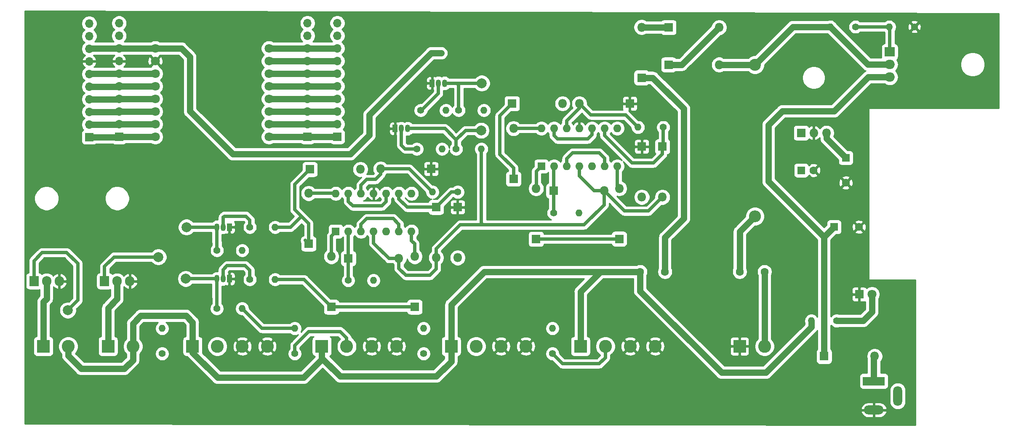
<source format=gbr>
%TF.GenerationSoftware,KiCad,Pcbnew,(5.1.6-0-10_14)*%
%TF.CreationDate,2020-06-01T17:05:25+10:00*%
%TF.ProjectId,Alarm_board_v_1_0,416c6172-6d5f-4626-9f61-72645f765f31,rev?*%
%TF.SameCoordinates,Original*%
%TF.FileFunction,Copper,L2,Bot*%
%TF.FilePolarity,Positive*%
%FSLAX46Y46*%
G04 Gerber Fmt 4.6, Leading zero omitted, Abs format (unit mm)*
G04 Created by KiCad (PCBNEW (5.1.6-0-10_14)) date 2020-06-01 17:05:25*
%MOMM*%
%LPD*%
G01*
G04 APERTURE LIST*
%TA.AperFunction,ComponentPad*%
%ADD10R,1.800000X1.800000*%
%TD*%
%TA.AperFunction,ComponentPad*%
%ADD11O,1.800000X1.800000*%
%TD*%
%TA.AperFunction,ComponentPad*%
%ADD12R,2.000000X1.905000*%
%TD*%
%TA.AperFunction,ComponentPad*%
%ADD13O,2.000000X1.905000*%
%TD*%
%TA.AperFunction,ComponentPad*%
%ADD14C,1.600000*%
%TD*%
%TA.AperFunction,ComponentPad*%
%ADD15O,1.800000X4.000000*%
%TD*%
%TA.AperFunction,ComponentPad*%
%ADD16O,4.000000X1.800000*%
%TD*%
%TA.AperFunction,ComponentPad*%
%ADD17R,4.400000X1.800000*%
%TD*%
%TA.AperFunction,ComponentPad*%
%ADD18R,2.600000X2.600000*%
%TD*%
%TA.AperFunction,ComponentPad*%
%ADD19C,2.600000*%
%TD*%
%TA.AperFunction,ComponentPad*%
%ADD20R,1.700000X1.700000*%
%TD*%
%TA.AperFunction,ComponentPad*%
%ADD21O,1.700000X1.700000*%
%TD*%
%TA.AperFunction,ComponentPad*%
%ADD22R,1.905000X2.000000*%
%TD*%
%TA.AperFunction,ComponentPad*%
%ADD23O,1.905000X2.000000*%
%TD*%
%TA.AperFunction,ComponentPad*%
%ADD24C,1.400000*%
%TD*%
%TA.AperFunction,ComponentPad*%
%ADD25O,1.400000X1.400000*%
%TD*%
%TA.AperFunction,ComponentPad*%
%ADD26C,1.800000*%
%TD*%
%TA.AperFunction,ComponentPad*%
%ADD27R,1.600000X1.600000*%
%TD*%
%TA.AperFunction,ComponentPad*%
%ADD28O,1.600000X1.600000*%
%TD*%
%TA.AperFunction,ComponentPad*%
%ADD29C,2.400000*%
%TD*%
%TA.AperFunction,ComponentPad*%
%ADD30O,2.400000X2.400000*%
%TD*%
%TA.AperFunction,ComponentPad*%
%ADD31C,2.000000*%
%TD*%
%TA.AperFunction,ComponentPad*%
%ADD32R,1.050000X1.500000*%
%TD*%
%TA.AperFunction,ComponentPad*%
%ADD33O,1.050000X1.500000*%
%TD*%
%TA.AperFunction,ViaPad*%
%ADD34C,0.800000*%
%TD*%
%TA.AperFunction,Conductor*%
%ADD35C,1.270000*%
%TD*%
%TA.AperFunction,Conductor*%
%ADD36C,0.635000*%
%TD*%
%TA.AperFunction,Conductor*%
%ADD37C,0.254000*%
%TD*%
G04 APERTURE END LIST*
D10*
%TO.P,U3,1*%
%TO.N,Net-(C2-Pad1)*%
X199378000Y-97068000D03*
D11*
%TO.P,U3,2*%
%TO.N,GND*%
X201918000Y-97068000D03*
%TO.P,U3,3*%
%TO.N,+5V*%
X204458000Y-97068000D03*
%TD*%
D12*
%TO.P,U2,1*%
%TO.N,Net-(R8-Pad1)*%
X217194000Y-80762000D03*
D13*
%TO.P,U2,2*%
%TO.N,Net-(C2-Pad1)*%
X217194000Y-83302000D03*
%TO.P,U2,3*%
%TO.N,Net-(C1-Pad1)*%
X217194000Y-85842000D03*
%TD*%
D14*
%TO.P,F1,2*%
%TO.N,Net-(F1-Pad2)*%
X192000000Y-125000000D03*
%TO.P,F1,1*%
%TO.N,Net-(F1-Pad1)*%
X187000000Y-125000000D03*
%TD*%
%TO.P,F2,1*%
%TO.N,+12V*%
X167000000Y-125000000D03*
%TO.P,F2,2*%
%TO.N,Net-(D16-Pad1)*%
X172000000Y-125000000D03*
%TD*%
D15*
%TO.P,J4,3*%
%TO.N,N/C*%
X218800000Y-150000000D03*
D16*
%TO.P,J4,2*%
%TO.N,GND*%
X214000000Y-152800000D03*
D17*
%TO.P,J4,1*%
%TO.N,Net-(D5-Pad2)*%
X214000000Y-147000000D03*
%TD*%
D18*
%TO.P,J3,1*%
%TO.N,GND*%
X187000000Y-140000000D03*
D19*
%TO.P,J3,2*%
%TO.N,Net-(F1-Pad2)*%
X192000000Y-140000000D03*
%TD*%
%TO.P,J1,4*%
%TO.N,GND*%
X170000000Y-140000000D03*
%TO.P,J1,3*%
X165000000Y-140000000D03*
%TO.P,J1,2*%
%TO.N,Net-(J1-Pad2)*%
X160000000Y-140000000D03*
D18*
%TO.P,J1,1*%
%TO.N,+12V*%
X155000000Y-140000000D03*
%TD*%
%TO.P,J2,1*%
%TO.N,+12V*%
X129000000Y-140000000D03*
D19*
%TO.P,J2,2*%
%TO.N,Net-(J2-Pad2)*%
X134000000Y-140000000D03*
%TO.P,J2,3*%
%TO.N,GND*%
X139000000Y-140000000D03*
%TO.P,J2,4*%
X144000000Y-140000000D03*
%TD*%
D18*
%TO.P,J5,1*%
%TO.N,+12V*%
X103000000Y-140000000D03*
D19*
%TO.P,J5,2*%
%TO.N,Net-(J5-Pad2)*%
X108000000Y-140000000D03*
%TO.P,J5,3*%
%TO.N,GND*%
X113000000Y-140000000D03*
%TO.P,J5,4*%
X118000000Y-140000000D03*
%TD*%
%TO.P,J6,4*%
%TO.N,GND*%
X92000000Y-140000000D03*
%TO.P,J6,3*%
X87000000Y-140000000D03*
%TO.P,J6,2*%
%TO.N,Net-(J6-Pad2)*%
X82000000Y-140000000D03*
D18*
%TO.P,J6,1*%
%TO.N,+12V*%
X77000000Y-140000000D03*
%TD*%
%TO.P,J7,1*%
%TO.N,Net-(J7-Pad1)*%
X47000000Y-140000000D03*
D19*
%TO.P,J7,2*%
%TO.N,+12V*%
X52000000Y-140000000D03*
%TD*%
%TO.P,J9,2*%
%TO.N,+12V*%
X65000000Y-140000000D03*
D18*
%TO.P,J9,1*%
%TO.N,Net-(J9-Pad1)*%
X60000000Y-140000000D03*
%TD*%
D20*
%TO.P,J13,1*%
%TO.N,/RST*%
X100101400Y-97840800D03*
D21*
%TO.P,J13,2*%
%TO.N,/AO*%
X100101400Y-95300800D03*
%TO.P,J13,3*%
%TO.N,/DO*%
X100101400Y-92760800D03*
%TO.P,J13,4*%
%TO.N,/D5*%
X100101400Y-90220800D03*
%TO.P,J13,5*%
%TO.N,/D6*%
X100101400Y-87680800D03*
%TO.P,J13,6*%
%TO.N,/D7*%
X100101400Y-85140800D03*
%TO.P,J13,7*%
%TO.N,/D8*%
X100101400Y-82600800D03*
%TO.P,J13,8*%
%TO.N,+3V3*%
X100101400Y-80060800D03*
%TO.P,J13,9*%
%TO.N,Net-(J13-Pad9)*%
X100101400Y-77520800D03*
%TO.P,J13,10*%
%TO.N,Net-(J13-Pad10)*%
X100101400Y-74980800D03*
%TD*%
%TO.P,J14,10*%
%TO.N,Net-(J14-Pad10)*%
X62220000Y-74992000D03*
%TO.P,J14,9*%
%TO.N,Net-(J14-Pad9)*%
X62220000Y-77532000D03*
%TO.P,J14,8*%
%TO.N,+5V*%
X62220000Y-80072000D03*
%TO.P,J14,7*%
%TO.N,GND*%
X62220000Y-82612000D03*
%TO.P,J14,6*%
%TO.N,/D4*%
X62220000Y-85152000D03*
%TO.P,J14,5*%
%TO.N,/D3*%
X62220000Y-87692000D03*
%TO.P,J14,4*%
%TO.N,/D2*%
X62220000Y-90232000D03*
%TO.P,J14,3*%
%TO.N,/D1*%
X62220000Y-92772000D03*
%TO.P,J14,2*%
%TO.N,/RX*%
X62220000Y-95312000D03*
D20*
%TO.P,J14,1*%
%TO.N,/TX*%
X62220000Y-97852000D03*
%TD*%
D22*
%TO.P,Q5,1*%
%TO.N,Net-(H5-Pad1)*%
X45100000Y-126900000D03*
D23*
%TO.P,Q5,2*%
%TO.N,Net-(J7-Pad1)*%
X47640000Y-126900000D03*
%TO.P,Q5,3*%
%TO.N,GND*%
X50180000Y-126900000D03*
%TD*%
%TO.P,Q6,3*%
%TO.N,GND*%
X64380000Y-126900000D03*
%TO.P,Q6,2*%
%TO.N,Net-(J9-Pad1)*%
X61840000Y-126900000D03*
D22*
%TO.P,Q6,1*%
%TO.N,Net-(H6-Pad1)*%
X59300000Y-126900000D03*
%TD*%
D24*
%TO.P,R1,1*%
%TO.N,Net-(J1-Pad2)*%
X149352000Y-141478000D03*
D25*
%TO.P,R1,2*%
%TO.N,+3V3*%
X149352000Y-136398000D03*
%TD*%
%TO.P,R2,2*%
%TO.N,+3V3*%
X123444000Y-136398000D03*
D24*
%TO.P,R2,1*%
%TO.N,Net-(J2-Pad2)*%
X123444000Y-141478000D03*
%TD*%
%TO.P,R4,1*%
%TO.N,Net-(D3-Pad1)*%
X171653200Y-95935800D03*
D25*
%TO.P,R4,2*%
%TO.N,Net-(D4-Pad2)*%
X166573200Y-95935800D03*
%TD*%
D24*
%TO.P,R3,1*%
%TO.N,Net-(D1-Pad1)*%
X149580600Y-113182400D03*
D25*
%TO.P,R3,2*%
%TO.N,Net-(D2-Pad2)*%
X154660600Y-113182400D03*
%TD*%
%TO.P,R8,2*%
%TO.N,Net-(C2-Pad1)*%
X205206600Y-75717400D03*
D24*
%TO.P,R8,1*%
%TO.N,Net-(R8-Pad1)*%
X210286600Y-75717400D03*
%TD*%
%TO.P,R9,1*%
%TO.N,GND*%
X222148400Y-75717400D03*
D25*
%TO.P,R9,2*%
%TO.N,Net-(R8-Pad1)*%
X217068400Y-75717400D03*
%TD*%
%TO.P,R10,2*%
%TO.N,+3V3*%
X97536000Y-136398000D03*
D24*
%TO.P,R10,1*%
%TO.N,Net-(J5-Pad2)*%
X97536000Y-141478000D03*
%TD*%
%TO.P,R11,1*%
%TO.N,Net-(J6-Pad2)*%
X70866000Y-141478000D03*
D25*
%TO.P,R11,2*%
%TO.N,+3V3*%
X70866000Y-136398000D03*
%TD*%
D24*
%TO.P,R12,1*%
%TO.N,Net-(D12-Pad1)*%
X108305600Y-126746000D03*
D25*
%TO.P,R12,2*%
%TO.N,Net-(D13-Pad2)*%
X113385600Y-126746000D03*
%TD*%
%TO.P,R13,2*%
%TO.N,Net-(D15-Pad2)*%
X125222000Y-108966000D03*
D24*
%TO.P,R13,1*%
%TO.N,Net-(D14-Pad1)*%
X130302000Y-108966000D03*
%TD*%
D26*
%TO.P,U5,16*%
%TO.N,/TX*%
X69490000Y-97842000D03*
%TO.P,U5,1*%
%TO.N,/RST*%
X92350000Y-97842000D03*
%TO.P,U5,15*%
%TO.N,/RX*%
X69490000Y-95302000D03*
%TO.P,U5,2*%
%TO.N,/AO*%
X92350000Y-95302000D03*
%TO.P,U5,14*%
%TO.N,/D1*%
X69490000Y-92762000D03*
%TO.P,U5,3*%
%TO.N,/DO*%
X92350000Y-92762000D03*
%TO.P,U5,13*%
%TO.N,/D2*%
X69490000Y-90222000D03*
%TO.P,U5,4*%
%TO.N,/D5*%
X92350000Y-90222000D03*
%TO.P,U5,12*%
%TO.N,/D3*%
X69490000Y-87682000D03*
%TO.P,U5,5*%
%TO.N,/D6*%
X92350000Y-87682000D03*
%TO.P,U5,11*%
%TO.N,/D4*%
X69490000Y-85142000D03*
%TO.P,U5,6*%
%TO.N,/D7*%
X92350000Y-85142000D03*
%TO.P,U5,10*%
%TO.N,GND*%
X69490000Y-82602000D03*
%TO.P,U5,7*%
%TO.N,/D8*%
X92350000Y-82602000D03*
%TO.P,U5,9*%
%TO.N,+5V*%
X69490000Y-80062000D03*
%TO.P,U5,8*%
%TO.N,+3V3*%
X92350000Y-80062000D03*
%TD*%
D27*
%TO.P,U1,1*%
%TO.N,Net-(D6-Pad2)*%
X147139000Y-103770800D03*
D28*
%TO.P,U1,8*%
%TO.N,Net-(D8-Pad2)*%
X162379000Y-96150800D03*
%TO.P,U1,2*%
%TO.N,Net-(D1-Pad1)*%
X149679000Y-103770800D03*
%TO.P,U1,9*%
%TO.N,Net-(D3-Pad1)*%
X159839000Y-96150800D03*
%TO.P,U1,3*%
%TO.N,/zone1*%
X152219000Y-103770800D03*
%TO.P,U1,10*%
%TO.N,/zone2*%
X157299000Y-96150800D03*
%TO.P,U1,4*%
%TO.N,+3V3*%
X154759000Y-103770800D03*
%TO.P,U1,11*%
%TO.N,GND*%
X154759000Y-96150800D03*
%TO.P,U1,5*%
%TO.N,Net-(D2-Pad2)*%
X157299000Y-103770800D03*
%TO.P,U1,12*%
%TO.N,Net-(D4-Pad2)*%
X152219000Y-96150800D03*
%TO.P,U1,6*%
%TO.N,/zone1*%
X159839000Y-103770800D03*
%TO.P,U1,13*%
%TO.N,/zone2*%
X149679000Y-96150800D03*
%TO.P,U1,7*%
%TO.N,Net-(D7-Pad2)*%
X162379000Y-103770800D03*
%TO.P,U1,14*%
%TO.N,Net-(D9-Pad2)*%
X147139000Y-96150800D03*
%TD*%
%TO.P,U4,14*%
%TO.N,Net-(D20-Pad2)*%
X105786200Y-109259800D03*
%TO.P,U4,7*%
%TO.N,Net-(D18-Pad2)*%
X121026200Y-116879800D03*
%TO.P,U4,13*%
%TO.N,/zone4*%
X108326200Y-109259800D03*
%TO.P,U4,6*%
%TO.N,/zone3*%
X118486200Y-116879800D03*
%TO.P,U4,12*%
%TO.N,Net-(D15-Pad2)*%
X110866200Y-109259800D03*
%TO.P,U4,5*%
%TO.N,Net-(D13-Pad2)*%
X115946200Y-116879800D03*
%TO.P,U4,11*%
%TO.N,GND*%
X113406200Y-109259800D03*
%TO.P,U4,4*%
%TO.N,+3V3*%
X113406200Y-116879800D03*
%TO.P,U4,10*%
%TO.N,/zone4*%
X115946200Y-109259800D03*
%TO.P,U4,3*%
%TO.N,/zone3*%
X110866200Y-116879800D03*
%TO.P,U4,9*%
%TO.N,Net-(D14-Pad1)*%
X118486200Y-109259800D03*
%TO.P,U4,2*%
%TO.N,Net-(D12-Pad1)*%
X108326200Y-116879800D03*
%TO.P,U4,8*%
%TO.N,Net-(D19-Pad2)*%
X121026200Y-109259800D03*
D27*
%TO.P,U4,1*%
%TO.N,Net-(D17-Pad2)*%
X105786200Y-116879800D03*
%TD*%
D10*
%TO.P,D3,1*%
%TO.N,Net-(D3-Pad1)*%
X171475400Y-99822000D03*
D11*
%TO.P,D3,2*%
%TO.N,+3V3*%
X171475400Y-109982000D03*
%TD*%
%TO.P,D4,2*%
%TO.N,Net-(D4-Pad2)*%
X154762200Y-91160600D03*
D10*
%TO.P,D4,1*%
%TO.N,GND*%
X164922200Y-91160600D03*
%TD*%
D11*
%TO.P,D5,2*%
%TO.N,Net-(D5-Pad2)*%
X214160000Y-142000000D03*
D10*
%TO.P,D5,1*%
%TO.N,Net-(C1-Pad1)*%
X204000000Y-142000000D03*
%TD*%
D11*
%TO.P,D1,2*%
%TO.N,+3V3*%
X159740600Y-108712000D03*
D10*
%TO.P,D1,1*%
%TO.N,Net-(D1-Pad1)*%
X149580600Y-108712000D03*
%TD*%
%TO.P,D2,1*%
%TO.N,GND*%
X167335200Y-99822000D03*
D11*
%TO.P,D2,2*%
%TO.N,Net-(D2-Pad2)*%
X167335200Y-109982000D03*
%TD*%
D10*
%TO.P,D8,1*%
%TO.N,Net-(D8-Pad1)*%
X141224000Y-91160600D03*
D11*
%TO.P,D8,2*%
%TO.N,Net-(D8-Pad2)*%
X151384000Y-91160600D03*
%TD*%
%TO.P,D9,2*%
%TO.N,Net-(D9-Pad2)*%
X141528800Y-96164400D03*
D10*
%TO.P,D9,1*%
%TO.N,Net-(D8-Pad1)*%
X141528800Y-106324400D03*
%TD*%
D11*
%TO.P,D6,2*%
%TO.N,Net-(D6-Pad2)*%
X146075400Y-108254800D03*
D10*
%TO.P,D6,1*%
%TO.N,Net-(D6-Pad1)*%
X146075400Y-118414800D03*
%TD*%
D11*
%TO.P,D7,2*%
%TO.N,Net-(D7-Pad2)*%
X162788600Y-108229400D03*
D10*
%TO.P,D7,1*%
%TO.N,Net-(D6-Pad1)*%
X162788600Y-118389400D03*
%TD*%
D11*
%TO.P,D10,2*%
%TO.N,Net-(C2-Pad1)*%
X182880000Y-83337400D03*
D10*
%TO.P,D10,1*%
%TO.N,Net-(D10-Pad1)*%
X172720000Y-83337400D03*
%TD*%
%TO.P,D12,1*%
%TO.N,Net-(D12-Pad1)*%
X108331000Y-122326400D03*
D11*
%TO.P,D12,2*%
%TO.N,+3V3*%
X118491000Y-122326400D03*
%TD*%
D10*
%TO.P,D13,1*%
%TO.N,GND*%
X130302000Y-112014000D03*
D11*
%TO.P,D13,2*%
%TO.N,Net-(D13-Pad2)*%
X130302000Y-122174000D03*
%TD*%
D10*
%TO.P,D14,1*%
%TO.N,Net-(D14-Pad1)*%
X125984000Y-112014000D03*
D11*
%TO.P,D14,2*%
%TO.N,+3V3*%
X125984000Y-122174000D03*
%TD*%
%TO.P,D15,2*%
%TO.N,Net-(D15-Pad2)*%
X114808000Y-104292400D03*
D10*
%TO.P,D15,1*%
%TO.N,GND*%
X124968000Y-104292400D03*
%TD*%
D11*
%TO.P,D11,2*%
%TO.N,Net-(D10-Pad1)*%
X182880000Y-75844400D03*
D10*
%TO.P,D11,1*%
%TO.N,Net-(D11-Pad1)*%
X172720000Y-75844400D03*
%TD*%
%TO.P,D16,1*%
%TO.N,Net-(D16-Pad1)*%
X167284400Y-85953600D03*
D11*
%TO.P,D16,2*%
%TO.N,Net-(D11-Pad1)*%
X167284400Y-75793600D03*
%TD*%
D10*
%TO.P,D17,1*%
%TO.N,Net-(D17-Pad1)*%
X104902000Y-132080000D03*
D11*
%TO.P,D17,2*%
%TO.N,Net-(D17-Pad2)*%
X104902000Y-121920000D03*
%TD*%
D10*
%TO.P,D18,1*%
%TO.N,Net-(D17-Pad1)*%
X121666000Y-132080000D03*
D11*
%TO.P,D18,2*%
%TO.N,Net-(D18-Pad2)*%
X121666000Y-121920000D03*
%TD*%
D10*
%TO.P,D19,1*%
%TO.N,Net-(D19-Pad1)*%
X100584000Y-104394000D03*
D11*
%TO.P,D19,2*%
%TO.N,Net-(D19-Pad2)*%
X110744000Y-104394000D03*
%TD*%
%TO.P,D20,2*%
%TO.N,Net-(D20-Pad2)*%
X100330000Y-109220000D03*
D10*
%TO.P,D20,1*%
%TO.N,Net-(D19-Pad1)*%
X100330000Y-119380000D03*
%TD*%
D27*
%TO.P,C2,1*%
%TO.N,Net-(C2-Pad1)*%
X199390000Y-104597200D03*
D14*
%TO.P,C2,2*%
%TO.N,GND*%
X201890000Y-104597200D03*
%TD*%
%TO.P,C3,2*%
%TO.N,GND*%
X208356200Y-107082600D03*
D27*
%TO.P,C3,1*%
%TO.N,+5V*%
X208356200Y-102082600D03*
%TD*%
%TO.P,C1,1*%
%TO.N,Net-(C1-Pad1)*%
X206000000Y-116000000D03*
D14*
%TO.P,C1,2*%
%TO.N,GND*%
X211000000Y-116000000D03*
%TD*%
D21*
%TO.P,J8,10*%
%TO.N,Net-(J8-Pad10)*%
X106095800Y-74980800D03*
%TO.P,J8,9*%
%TO.N,Net-(J8-Pad9)*%
X106095800Y-77520800D03*
%TO.P,J8,8*%
%TO.N,+3V3*%
X106095800Y-80060800D03*
%TO.P,J8,7*%
%TO.N,/D8*%
X106095800Y-82600800D03*
%TO.P,J8,6*%
%TO.N,/D7*%
X106095800Y-85140800D03*
%TO.P,J8,5*%
%TO.N,/D6*%
X106095800Y-87680800D03*
%TO.P,J8,4*%
%TO.N,/D5*%
X106095800Y-90220800D03*
%TO.P,J8,3*%
%TO.N,/DO*%
X106095800Y-92760800D03*
%TO.P,J8,2*%
%TO.N,/AO*%
X106095800Y-95300800D03*
D20*
%TO.P,J8,1*%
%TO.N,/RST*%
X106095800Y-97840800D03*
%TD*%
%TO.P,J10,1*%
%TO.N,/TX*%
X56220000Y-97912000D03*
D21*
%TO.P,J10,2*%
%TO.N,/RX*%
X56220000Y-95372000D03*
%TO.P,J10,3*%
%TO.N,/D1*%
X56220000Y-92832000D03*
%TO.P,J10,4*%
%TO.N,/D2*%
X56220000Y-90292000D03*
%TO.P,J10,5*%
%TO.N,/D3*%
X56220000Y-87752000D03*
%TO.P,J10,6*%
%TO.N,/D4*%
X56220000Y-85212000D03*
%TO.P,J10,7*%
%TO.N,GND*%
X56220000Y-82672000D03*
%TO.P,J10,8*%
%TO.N,+5V*%
X56220000Y-80132000D03*
%TO.P,J10,9*%
%TO.N,Net-(J10-Pad9)*%
X56220000Y-77592000D03*
%TO.P,J10,10*%
%TO.N,Net-(J10-Pad10)*%
X56220000Y-75052000D03*
%TD*%
D29*
%TO.P,R5,1*%
%TO.N,Net-(C2-Pad1)*%
X190093600Y-83362800D03*
D30*
%TO.P,R5,2*%
%TO.N,Net-(F1-Pad1)*%
X190093600Y-113842800D03*
%TD*%
D10*
%TO.P,D21,1*%
%TO.N,GND*%
X211074000Y-129540000D03*
D26*
%TO.P,D21,2*%
%TO.N,Net-(D21-Pad2)*%
X213614000Y-129540000D03*
%TD*%
D24*
%TO.P,R16,1*%
%TO.N,Net-(D21-Pad2)*%
X206502000Y-134874000D03*
D25*
%TO.P,R16,2*%
%TO.N,+12V*%
X201422000Y-134874000D03*
%TD*%
D31*
%TO.P,H2,1*%
%TO.N,Net-(H2-Pad1)*%
X135153400Y-87071200D03*
%TD*%
%TO.P,H3,1*%
%TO.N,Net-(H3-Pad1)*%
X75641200Y-126415800D03*
%TD*%
%TO.P,H4,1*%
%TO.N,Net-(H4-Pad1)*%
X75768200Y-116027200D03*
%TD*%
D24*
%TO.P,R6,1*%
%TO.N,Net-(H1-Pad1)*%
X129997200Y-100304600D03*
D25*
%TO.P,R6,2*%
%TO.N,+3V3*%
X135077200Y-100304600D03*
%TD*%
%TO.P,R7,2*%
%TO.N,+3V3*%
X135585200Y-92532200D03*
D24*
%TO.P,R7,1*%
%TO.N,Net-(H2-Pad1)*%
X130505200Y-92532200D03*
%TD*%
%TO.P,R14,1*%
%TO.N,Net-(H3-Pad1)*%
X81889600Y-132410200D03*
D25*
%TO.P,R14,2*%
%TO.N,+3V3*%
X86969600Y-132410200D03*
%TD*%
%TO.P,R15,2*%
%TO.N,+3V3*%
X86995000Y-120700800D03*
D24*
%TO.P,R15,1*%
%TO.N,Net-(H4-Pad1)*%
X81915000Y-120700800D03*
%TD*%
D31*
%TO.P,H1,1*%
%TO.N,Net-(H1-Pad1)*%
X135026400Y-96570800D03*
%TD*%
%TO.P,H5,1*%
%TO.N,Net-(H5-Pad1)*%
X51917600Y-132740400D03*
%TD*%
%TO.P,H6,1*%
%TO.N,Net-(H6-Pad1)*%
X70129400Y-122021600D03*
%TD*%
D32*
%TO.P,Q1,1*%
%TO.N,GND*%
X117703600Y-96189800D03*
D33*
%TO.P,Q1,3*%
%TO.N,Net-(H1-Pad1)*%
X120243600Y-96189800D03*
%TO.P,Q1,2*%
%TO.N,Net-(Q1-Pad2)*%
X118973600Y-96189800D03*
%TD*%
%TO.P,Q2,2*%
%TO.N,Net-(Q2-Pad2)*%
X126415800Y-87071200D03*
%TO.P,Q2,3*%
%TO.N,Net-(H2-Pad1)*%
X127685800Y-87071200D03*
D32*
%TO.P,Q2,1*%
%TO.N,GND*%
X125145800Y-87071200D03*
%TD*%
%TO.P,Q3,1*%
%TO.N,GND*%
X84404200Y-126415800D03*
D33*
%TO.P,Q3,3*%
%TO.N,Net-(H3-Pad1)*%
X81864200Y-126415800D03*
%TO.P,Q3,2*%
%TO.N,Net-(Q3-Pad2)*%
X83134200Y-126415800D03*
%TD*%
%TO.P,Q4,2*%
%TO.N,Net-(Q4-Pad2)*%
X83134200Y-116027200D03*
%TO.P,Q4,3*%
%TO.N,Net-(H4-Pad1)*%
X81864200Y-116027200D03*
D32*
%TO.P,Q4,1*%
%TO.N,GND*%
X84404200Y-116027200D03*
%TD*%
D25*
%TO.P,R17,2*%
%TO.N,Net-(D6-Pad1)*%
X127152400Y-100304600D03*
D24*
%TO.P,R17,1*%
%TO.N,Net-(Q1-Pad2)*%
X122072400Y-100304600D03*
%TD*%
%TO.P,R18,1*%
%TO.N,Net-(Q2-Pad2)*%
X122885200Y-92532200D03*
D25*
%TO.P,R18,2*%
%TO.N,Net-(D8-Pad1)*%
X127965200Y-92532200D03*
%TD*%
D24*
%TO.P,R19,1*%
%TO.N,Net-(Q3-Pad2)*%
X88519000Y-126568200D03*
D25*
%TO.P,R19,2*%
%TO.N,Net-(D17-Pad1)*%
X93599000Y-126568200D03*
%TD*%
%TO.P,R20,2*%
%TO.N,Net-(D19-Pad1)*%
X93599000Y-116027200D03*
D24*
%TO.P,R20,1*%
%TO.N,Net-(Q4-Pad2)*%
X88519000Y-116027200D03*
%TD*%
D34*
%TO.N,+5V*%
X127000000Y-81026000D03*
%TD*%
D35*
%TO.N,Net-(F1-Pad2)*%
X192000000Y-125000000D02*
X192000000Y-140000000D01*
%TO.N,Net-(F1-Pad1)*%
X187000000Y-116936400D02*
X190093600Y-113842800D01*
X187000000Y-125000000D02*
X187000000Y-116936400D01*
%TO.N,+12V*%
X129000000Y-131604000D02*
X129000000Y-140000000D01*
X135604000Y-125000000D02*
X129000000Y-131604000D01*
X155000000Y-129036000D02*
X159036000Y-125000000D01*
X155000000Y-140000000D02*
X155000000Y-129036000D01*
X159036000Y-125000000D02*
X135604000Y-125000000D01*
X167000000Y-125000000D02*
X159036000Y-125000000D01*
X103000000Y-142618000D02*
X103000000Y-140000000D01*
X99314000Y-146304000D02*
X103000000Y-142618000D01*
X82042000Y-146304000D02*
X99314000Y-146304000D01*
X77000000Y-141262000D02*
X82042000Y-146304000D01*
X77000000Y-140000000D02*
X77000000Y-141262000D01*
X103000000Y-140000000D02*
X103000000Y-142370000D01*
X103000000Y-142370000D02*
X106680000Y-146050000D01*
X106680000Y-146050000D02*
X125984000Y-146050000D01*
X129000000Y-143034000D02*
X129000000Y-140000000D01*
X125984000Y-146050000D02*
X129000000Y-143034000D01*
X65000000Y-140000000D02*
X65000000Y-135406000D01*
X65000000Y-135406000D02*
X66548000Y-133858000D01*
X66548000Y-133858000D02*
X75692000Y-133858000D01*
X77000000Y-135166000D02*
X77000000Y-140000000D01*
X75692000Y-133858000D02*
X77000000Y-135166000D01*
X65000000Y-140000000D02*
X65000000Y-142772000D01*
X65000000Y-142772000D02*
X63246000Y-144526000D01*
X63246000Y-144526000D02*
X54610000Y-144526000D01*
X52000000Y-141916000D02*
X52000000Y-140000000D01*
X54610000Y-144526000D02*
X52000000Y-141916000D01*
X201422000Y-134874000D02*
X201422000Y-136144000D01*
X201422000Y-136144000D02*
X192278000Y-145288000D01*
X192278000Y-145288000D02*
X183388000Y-145288000D01*
X167000000Y-128900000D02*
X167000000Y-125000000D01*
X183388000Y-145288000D02*
X167000000Y-128900000D01*
%TO.N,Net-(D16-Pad1)*%
X167284400Y-85953600D02*
X169519600Y-85953600D01*
X169519600Y-85953600D02*
X175768000Y-92202000D01*
X175768000Y-92202000D02*
X175768000Y-114300000D01*
X172000000Y-118068000D02*
X172000000Y-125000000D01*
X175768000Y-114300000D02*
X172000000Y-118068000D01*
%TO.N,GND*%
X62230000Y-82602000D02*
X62220000Y-82612000D01*
X56280000Y-82612000D02*
X56220000Y-82672000D01*
D36*
%TO.N,Net-(J5-Pad2)*%
X108000000Y-140000000D02*
X108000000Y-138353000D01*
X108000000Y-138353000D02*
X106654600Y-137007600D01*
X106654600Y-137007600D02*
X100355400Y-137007600D01*
X97536000Y-139827000D02*
X97536000Y-141478000D01*
X100355400Y-137007600D02*
X97536000Y-139827000D01*
D35*
%TO.N,Net-(J7-Pad1)*%
X47000000Y-140000000D02*
X47000000Y-131054000D01*
X47640000Y-130414000D02*
X47640000Y-126900000D01*
X47000000Y-131054000D02*
X47640000Y-130414000D01*
%TO.N,/RST*%
X106094600Y-97842000D02*
X106095800Y-97840800D01*
X92350000Y-97842000D02*
X106094600Y-97842000D01*
%TO.N,/AO*%
X106094600Y-95302000D02*
X106095800Y-95300800D01*
X92350000Y-95302000D02*
X106094600Y-95302000D01*
%TO.N,/DO*%
X106094600Y-92762000D02*
X106095800Y-92760800D01*
X92350000Y-92762000D02*
X106094600Y-92762000D01*
%TO.N,/D5*%
X106094600Y-90222000D02*
X106095800Y-90220800D01*
X92350000Y-90222000D02*
X106094600Y-90222000D01*
%TO.N,/D6*%
X106094600Y-87682000D02*
X106095800Y-87680800D01*
X92350000Y-87682000D02*
X106094600Y-87682000D01*
%TO.N,/D7*%
X106094600Y-85142000D02*
X106095800Y-85140800D01*
X92350000Y-85142000D02*
X106094600Y-85142000D01*
%TO.N,/D8*%
X100100200Y-82602000D02*
X100101400Y-82600800D01*
X92350000Y-82602000D02*
X100100200Y-82602000D01*
X100101400Y-82600800D02*
X106095800Y-82600800D01*
D36*
%TO.N,+3V3*%
X171475400Y-109982000D02*
X168681400Y-112776000D01*
X163804600Y-112776000D02*
X159740600Y-108712000D01*
X168681400Y-112776000D02*
X163804600Y-112776000D01*
X159740600Y-108712000D02*
X157734000Y-108712000D01*
X154759000Y-105737000D02*
X154759000Y-103770800D01*
X157734000Y-108712000D02*
X154759000Y-105737000D01*
X113406200Y-116879800D02*
X113406200Y-119248200D01*
X116484400Y-122326400D02*
X118491000Y-122326400D01*
X113406200Y-119248200D02*
X116484400Y-122326400D01*
X118491000Y-122326400D02*
X118491000Y-124333000D01*
X118491000Y-124333000D02*
X119888000Y-125730000D01*
X119888000Y-125730000D02*
X124714000Y-125730000D01*
X125984000Y-124460000D02*
X125984000Y-122174000D01*
X124714000Y-125730000D02*
X125984000Y-124460000D01*
X125984000Y-122174000D02*
X125984000Y-120396000D01*
X125984000Y-120396000D02*
X130810000Y-115570000D01*
X159740600Y-111531400D02*
X159740600Y-108712000D01*
X155702000Y-115570000D02*
X159740600Y-111531400D01*
D35*
X100100200Y-80062000D02*
X100101400Y-80060800D01*
X92350000Y-80062000D02*
X100100200Y-80062000D01*
X106095800Y-80060800D02*
X100101400Y-80060800D01*
D36*
X142214600Y-115570000D02*
X155702000Y-115570000D01*
X142036800Y-115570000D02*
X142214600Y-115570000D01*
X90957400Y-136398000D02*
X86969600Y-132410200D01*
X97536000Y-136398000D02*
X90957400Y-136398000D01*
X135077200Y-100304600D02*
X135077200Y-115290600D01*
X135077200Y-115290600D02*
X135356600Y-115570000D01*
X135356600Y-115570000D02*
X142036800Y-115570000D01*
X130810000Y-115570000D02*
X135356600Y-115570000D01*
D35*
%TO.N,+5V*%
X204458000Y-98184400D02*
X208356200Y-102082600D01*
X204458000Y-97068000D02*
X204458000Y-98184400D01*
X74728000Y-80062000D02*
X69490000Y-80062000D01*
X76454000Y-92710000D02*
X76454000Y-81788000D01*
X108712000Y-101346000D02*
X85090000Y-101346000D01*
X124968000Y-81026000D02*
X112522000Y-93472000D01*
X85090000Y-101346000D02*
X76454000Y-92710000D01*
X112522000Y-97536000D02*
X108712000Y-101346000D01*
X76454000Y-81788000D02*
X74728000Y-80062000D01*
X112522000Y-93472000D02*
X112522000Y-97536000D01*
X127000000Y-81026000D02*
X124968000Y-81026000D01*
X62230000Y-80062000D02*
X62220000Y-80072000D01*
X69490000Y-80062000D02*
X62230000Y-80062000D01*
X56280000Y-80072000D02*
X56220000Y-80132000D01*
X62220000Y-80072000D02*
X56280000Y-80072000D01*
%TO.N,/D4*%
X62230000Y-85142000D02*
X62220000Y-85152000D01*
X69490000Y-85142000D02*
X62230000Y-85142000D01*
X56280000Y-85152000D02*
X56220000Y-85212000D01*
X62220000Y-85152000D02*
X56280000Y-85152000D01*
%TO.N,/D3*%
X62230000Y-87682000D02*
X62220000Y-87692000D01*
X69490000Y-87682000D02*
X62230000Y-87682000D01*
X62160000Y-87752000D02*
X62220000Y-87692000D01*
X56220000Y-87752000D02*
X62160000Y-87752000D01*
%TO.N,/D2*%
X62160000Y-90292000D02*
X62220000Y-90232000D01*
X56220000Y-90292000D02*
X62160000Y-90292000D01*
X69480000Y-90232000D02*
X69490000Y-90222000D01*
X62220000Y-90232000D02*
X69480000Y-90232000D01*
%TO.N,/D1*%
X62160000Y-92832000D02*
X62220000Y-92772000D01*
X56220000Y-92832000D02*
X62160000Y-92832000D01*
X69480000Y-92772000D02*
X69490000Y-92762000D01*
X62220000Y-92772000D02*
X69480000Y-92772000D01*
%TO.N,/RX*%
X62160000Y-95372000D02*
X62220000Y-95312000D01*
X56220000Y-95372000D02*
X62160000Y-95372000D01*
X69480000Y-95312000D02*
X69490000Y-95302000D01*
X62220000Y-95312000D02*
X69480000Y-95312000D01*
%TO.N,/TX*%
X62160000Y-97912000D02*
X62220000Y-97852000D01*
X56220000Y-97912000D02*
X62160000Y-97912000D01*
X69480000Y-97852000D02*
X69490000Y-97842000D01*
X62220000Y-97852000D02*
X69480000Y-97852000D01*
D36*
%TO.N,Net-(D1-Pad1)*%
X149580600Y-103869200D02*
X149679000Y-103770800D01*
X149580600Y-108712000D02*
X149580600Y-103869200D01*
X149580600Y-113182400D02*
X149580600Y-108712000D01*
D35*
%TO.N,Net-(D5-Pad2)*%
X214000000Y-142160000D02*
X214160000Y-142000000D01*
X214000000Y-147000000D02*
X214000000Y-142160000D01*
%TO.N,Net-(C1-Pad1)*%
X204000000Y-118000000D02*
X206000000Y-116000000D01*
X204000000Y-142000000D02*
X204000000Y-118000000D01*
X192786000Y-95504000D02*
X192786000Y-106786000D01*
X205994000Y-92710000D02*
X195580000Y-92710000D01*
X212862000Y-85842000D02*
X205994000Y-92710000D01*
X195580000Y-92710000D02*
X192786000Y-95504000D01*
X192786000Y-106786000D02*
X204000000Y-118000000D01*
X217194000Y-85842000D02*
X212862000Y-85842000D01*
%TO.N,Net-(D11-Pad1)*%
X167335200Y-75844400D02*
X167284400Y-75793600D01*
X172720000Y-75844400D02*
X167335200Y-75844400D01*
D36*
%TO.N,Net-(D6-Pad2)*%
X146100800Y-104809000D02*
X147139000Y-103770800D01*
X146100800Y-108229400D02*
X146100800Y-104809000D01*
%TO.N,/zone1*%
X152219000Y-103770800D02*
X152219000Y-102289000D01*
X152219000Y-102289000D02*
X153416000Y-101092000D01*
X153416000Y-101092000D02*
X158750000Y-101092000D01*
X159839000Y-102181000D02*
X159839000Y-103770800D01*
X158750000Y-101092000D02*
X159839000Y-102181000D01*
%TO.N,/zone2*%
X149679000Y-96150800D02*
X149679000Y-97609000D01*
X149679000Y-97609000D02*
X150368000Y-98298000D01*
X150368000Y-98298000D02*
X156464000Y-98298000D01*
X157299000Y-97463000D02*
X157299000Y-96150800D01*
X156464000Y-98298000D02*
X157299000Y-97463000D01*
%TO.N,Net-(D9-Pad2)*%
X141542400Y-96150800D02*
X141528800Y-96164400D01*
X147139000Y-96150800D02*
X141542400Y-96150800D01*
%TO.N,Net-(D7-Pad2)*%
X162379000Y-107819800D02*
X162788600Y-108229400D01*
X162379000Y-103770800D02*
X162379000Y-107819800D01*
%TO.N,Net-(D20-Pad2)*%
X105746400Y-109220000D02*
X105786200Y-109259800D01*
X100330000Y-109220000D02*
X105746400Y-109220000D01*
%TO.N,Net-(D18-Pad2)*%
X121026200Y-116879800D02*
X121026200Y-118740200D01*
X121666000Y-119380000D02*
X121666000Y-121920000D01*
X121026200Y-118740200D02*
X121666000Y-119380000D01*
%TO.N,/zone4*%
X108326200Y-109259800D02*
X108326200Y-110866200D01*
X108326200Y-110866200D02*
X109220000Y-111760000D01*
X109220000Y-111760000D02*
X115062000Y-111760000D01*
X115946200Y-110875800D02*
X115946200Y-109259800D01*
X115062000Y-111760000D02*
X115946200Y-110875800D01*
%TO.N,/zone3*%
X110866200Y-116879800D02*
X110866200Y-115447800D01*
X110866200Y-115447800D02*
X112014000Y-114300000D01*
X112014000Y-114300000D02*
X117348000Y-114300000D01*
X118486200Y-115438200D02*
X118486200Y-116879800D01*
X117348000Y-114300000D02*
X118486200Y-115438200D01*
%TO.N,Net-(D17-Pad2)*%
X105786200Y-116879800D02*
X105786200Y-116971800D01*
X104902000Y-117856000D02*
X104902000Y-121920000D01*
X105786200Y-116971800D02*
X104902000Y-117856000D01*
%TO.N,Net-(D8-Pad1)*%
X141528800Y-106324400D02*
X141528800Y-104140000D01*
X141528800Y-104140000D02*
X138760200Y-101371400D01*
X138760200Y-93624400D02*
X141224000Y-91160600D01*
X138760200Y-100076000D02*
X138760200Y-93624400D01*
X138760200Y-101371400D02*
X138760200Y-100076000D01*
%TO.N,Net-(D6-Pad1)*%
X162763200Y-118414800D02*
X162788600Y-118389400D01*
X146075400Y-118414800D02*
X162763200Y-118414800D01*
%TO.N,Net-(D17-Pad1)*%
X104902000Y-132080000D02*
X113030000Y-132080000D01*
X121666000Y-132080000D02*
X113030000Y-132080000D01*
X99390200Y-126568200D02*
X104902000Y-132080000D01*
X93599000Y-126568200D02*
X99390200Y-126568200D01*
%TO.N,Net-(D19-Pad1)*%
X100330000Y-119380000D02*
X100330000Y-115316000D01*
X97536000Y-107442000D02*
X100584000Y-104394000D01*
X97536000Y-112522000D02*
X97536000Y-107442000D01*
X99644200Y-118694200D02*
X100330000Y-119380000D01*
X98869500Y-113855500D02*
X97536000Y-112522000D01*
X96697800Y-116027200D02*
X98869500Y-113855500D01*
X93599000Y-116027200D02*
X96697800Y-116027200D01*
X100330000Y-115316000D02*
X98869500Y-113855500D01*
D35*
%TO.N,Net-(D10-Pad1)*%
X175387000Y-83337400D02*
X182880000Y-75844400D01*
X172720000Y-83337400D02*
X175387000Y-83337400D01*
%TO.N,Net-(D21-Pad2)*%
X213614000Y-133096000D02*
X213614000Y-129540000D01*
X211836000Y-134874000D02*
X213614000Y-133096000D01*
X206502000Y-134874000D02*
X211836000Y-134874000D01*
%TO.N,Net-(C2-Pad1)*%
X212791200Y-83302000D02*
X205206600Y-75717400D01*
X217194000Y-83302000D02*
X212791200Y-83302000D01*
X197739000Y-75717400D02*
X190093600Y-83362800D01*
X205206600Y-75717400D02*
X197739000Y-75717400D01*
X190068200Y-83337400D02*
X190093600Y-83362800D01*
X182880000Y-83337400D02*
X190068200Y-83337400D01*
D36*
%TO.N,Net-(D3-Pad1)*%
X171653200Y-99644200D02*
X171475400Y-99822000D01*
X171653200Y-95935800D02*
X171653200Y-99644200D01*
X171475400Y-99822000D02*
X171475400Y-101320600D01*
X171475400Y-101320600D02*
X169672000Y-103124000D01*
X169672000Y-103124000D02*
X165354000Y-103124000D01*
X159839000Y-97609000D02*
X159839000Y-96150800D01*
X165354000Y-103124000D02*
X159839000Y-97609000D01*
%TO.N,Net-(D4-Pad2)*%
X154762200Y-91160600D02*
X154762200Y-92125800D01*
X152219000Y-94669000D02*
X152219000Y-96150800D01*
X154762200Y-92125800D02*
X152219000Y-94669000D01*
X166573200Y-95935800D02*
X164109400Y-93472000D01*
X157073600Y-93472000D02*
X154762200Y-91160600D01*
X164109400Y-93472000D02*
X157073600Y-93472000D01*
%TO.N,Net-(D12-Pad1)*%
X108305600Y-122351800D02*
X108331000Y-122326400D01*
X108305600Y-126746000D02*
X108305600Y-122351800D01*
X108326200Y-122321600D02*
X108331000Y-122326400D01*
X108326200Y-116879800D02*
X108326200Y-122321600D01*
%TO.N,Net-(D14-Pad1)*%
X129032000Y-108966000D02*
X125984000Y-112014000D01*
X130302000Y-108966000D02*
X129032000Y-108966000D01*
X125984000Y-112014000D02*
X120142000Y-112014000D01*
X118486200Y-110358200D02*
X118486200Y-109259800D01*
X120142000Y-112014000D02*
X118486200Y-110358200D01*
%TO.N,Net-(D15-Pad2)*%
X110866200Y-109259800D02*
X110866200Y-107573800D01*
X110866200Y-107573800D02*
X112014000Y-106426000D01*
X112014000Y-106426000D02*
X113792000Y-106426000D01*
X114808000Y-105410000D02*
X114808000Y-104292400D01*
X113792000Y-106426000D02*
X114808000Y-105410000D01*
X120548400Y-104292400D02*
X114808000Y-104292400D01*
X125222000Y-108966000D02*
X120548400Y-104292400D01*
%TO.N,Net-(H1-Pad1)*%
X120243600Y-96189800D02*
X127736600Y-96189800D01*
X129997200Y-98450400D02*
X129997200Y-100304600D01*
X127736600Y-96189800D02*
X129997200Y-98450400D01*
X131876800Y-96570800D02*
X129997200Y-98450400D01*
X135026400Y-96570800D02*
X131876800Y-96570800D01*
%TO.N,Net-(H2-Pad1)*%
X130505200Y-92532200D02*
X130505200Y-87401400D01*
X130505200Y-87401400D02*
X130175000Y-87071200D01*
X130175000Y-87071200D02*
X135153400Y-87071200D01*
X127685800Y-87071200D02*
X130175000Y-87071200D01*
%TO.N,Net-(H3-Pad1)*%
X75641200Y-126415800D02*
X81864200Y-126415800D01*
X81889600Y-132410200D02*
X81889600Y-130149600D01*
X81864200Y-130124200D02*
X81864200Y-126415800D01*
X81889600Y-130149600D02*
X81864200Y-130124200D01*
%TO.N,Net-(H4-Pad1)*%
X75768200Y-116027200D02*
X81864200Y-116027200D01*
X81915000Y-120700800D02*
X81915000Y-119126000D01*
X81864200Y-119075200D02*
X81864200Y-116027200D01*
X81915000Y-119126000D02*
X81864200Y-119075200D01*
%TO.N,Net-(J1-Pad2)*%
X149352000Y-141478000D02*
X151384000Y-143510000D01*
X151384000Y-143510000D02*
X158750000Y-143510000D01*
X160000000Y-142260000D02*
X160000000Y-140000000D01*
X158750000Y-143510000D02*
X160000000Y-142260000D01*
D35*
%TO.N,Net-(J9-Pad1)*%
X60000000Y-140000000D02*
X60000000Y-132278000D01*
X61840000Y-130438000D02*
X61840000Y-126900000D01*
X60000000Y-132278000D02*
X61840000Y-130438000D01*
D36*
%TO.N,Net-(R8-Pad1)*%
X217194000Y-75843000D02*
X217068400Y-75717400D01*
X217194000Y-80762000D02*
X217194000Y-75843000D01*
X217068400Y-75717400D02*
X210286600Y-75717400D01*
%TO.N,Net-(H5-Pad1)*%
X51917600Y-132740400D02*
X53924200Y-130733800D01*
X53924200Y-130733800D02*
X53924200Y-123367800D01*
X53924200Y-123367800D02*
X51689000Y-121132600D01*
X51689000Y-121132600D02*
X46761400Y-121132600D01*
X45100000Y-122794000D02*
X45100000Y-126900000D01*
X46761400Y-121132600D02*
X45100000Y-122794000D01*
%TO.N,Net-(H6-Pad1)*%
X70129400Y-122021600D02*
X61214000Y-122021600D01*
X59300000Y-123935600D02*
X59300000Y-126900000D01*
X61214000Y-122021600D02*
X59300000Y-123935600D01*
%TO.N,Net-(Q1-Pad2)*%
X122072400Y-100304600D02*
X119761000Y-100304600D01*
X118973600Y-99517200D02*
X118973600Y-96189800D01*
X119761000Y-100304600D02*
X118973600Y-99517200D01*
%TO.N,Net-(Q2-Pad2)*%
X126415800Y-87071200D02*
X126415800Y-89154000D01*
X123037600Y-92532200D02*
X122885200Y-92532200D01*
X126415800Y-89154000D02*
X123037600Y-92532200D01*
%TO.N,Net-(Q3-Pad2)*%
X83134200Y-126415800D02*
X83134200Y-124561600D01*
X83134200Y-124561600D02*
X83947000Y-123748800D01*
X83947000Y-123748800D02*
X87553800Y-123748800D01*
X88519000Y-124714000D02*
X88519000Y-126568200D01*
X87553800Y-123748800D02*
X88519000Y-124714000D01*
%TO.N,Net-(Q4-Pad2)*%
X83134200Y-116027200D02*
X83134200Y-114046000D01*
X83134200Y-114046000D02*
X83362800Y-113817400D01*
X83362800Y-113817400D02*
X87706200Y-113817400D01*
X88519000Y-114630200D02*
X88519000Y-116027200D01*
X87706200Y-113817400D02*
X88519000Y-114630200D01*
%TD*%
D37*
%TO.N,GND*%
G36*
X239141000Y-73024672D02*
G01*
X239141000Y-92075000D01*
X213106000Y-92075000D01*
X213081224Y-92077440D01*
X213057399Y-92084667D01*
X213035443Y-92096403D01*
X213016197Y-92112197D01*
X213000403Y-92131443D01*
X212988667Y-92153399D01*
X212981440Y-92177224D01*
X212979000Y-92202000D01*
X212979000Y-126492000D01*
X212981440Y-126516776D01*
X212988667Y-126540601D01*
X213000403Y-126562557D01*
X213016197Y-126581803D01*
X213035443Y-126597597D01*
X213057399Y-126609333D01*
X213081224Y-126616560D01*
X213106000Y-126619000D01*
X222377000Y-126619000D01*
X222377000Y-155828820D01*
X43307000Y-155575180D01*
X43307000Y-153164740D01*
X211408964Y-153164740D01*
X211433245Y-153270087D01*
X211553138Y-153547204D01*
X211724790Y-153795606D01*
X211941604Y-154005748D01*
X212195249Y-154169554D01*
X212475977Y-154280729D01*
X212773000Y-154335000D01*
X213873000Y-154335000D01*
X213873000Y-152927000D01*
X214127000Y-152927000D01*
X214127000Y-154335000D01*
X215227000Y-154335000D01*
X215524023Y-154280729D01*
X215804751Y-154169554D01*
X216058396Y-154005748D01*
X216275210Y-153795606D01*
X216446862Y-153547204D01*
X216566755Y-153270087D01*
X216591036Y-153164740D01*
X216470378Y-152927000D01*
X214127000Y-152927000D01*
X213873000Y-152927000D01*
X211529622Y-152927000D01*
X211408964Y-153164740D01*
X43307000Y-153164740D01*
X43307000Y-152435260D01*
X211408964Y-152435260D01*
X211529622Y-152673000D01*
X213873000Y-152673000D01*
X213873000Y-151265000D01*
X214127000Y-151265000D01*
X214127000Y-152673000D01*
X216470378Y-152673000D01*
X216591036Y-152435260D01*
X216566755Y-152329913D01*
X216446862Y-152052796D01*
X216275210Y-151804394D01*
X216058396Y-151594252D01*
X215804751Y-151430446D01*
X215524023Y-151319271D01*
X215227000Y-151265000D01*
X214127000Y-151265000D01*
X213873000Y-151265000D01*
X212773000Y-151265000D01*
X212475977Y-151319271D01*
X212195249Y-151430446D01*
X211941604Y-151594252D01*
X211724790Y-151804394D01*
X211553138Y-152052796D01*
X211433245Y-152329913D01*
X211408964Y-152435260D01*
X43307000Y-152435260D01*
X43307000Y-148820076D01*
X217173000Y-148820076D01*
X217173001Y-151179925D01*
X217196543Y-151418948D01*
X217289576Y-151725638D01*
X217440655Y-152008286D01*
X217643972Y-152256029D01*
X217891715Y-152459346D01*
X218174363Y-152610425D01*
X218481053Y-152703458D01*
X218800000Y-152734872D01*
X219118948Y-152703458D01*
X219425638Y-152610425D01*
X219708286Y-152459346D01*
X219956029Y-152256029D01*
X220159346Y-152008286D01*
X220310425Y-151725638D01*
X220403458Y-151418948D01*
X220427000Y-151179925D01*
X220427000Y-148820075D01*
X220403458Y-148581052D01*
X220310425Y-148274362D01*
X220159346Y-147991714D01*
X219956029Y-147743971D01*
X219708285Y-147540654D01*
X219425637Y-147389575D01*
X219118947Y-147296542D01*
X218800000Y-147265128D01*
X218481052Y-147296542D01*
X218174362Y-147389575D01*
X217891714Y-147540654D01*
X217643971Y-147743971D01*
X217440654Y-147991715D01*
X217289575Y-148274363D01*
X217196542Y-148581053D01*
X217173000Y-148820076D01*
X43307000Y-148820076D01*
X43307000Y-125900000D01*
X43416983Y-125900000D01*
X43416983Y-127900000D01*
X43431020Y-128042517D01*
X43472590Y-128179557D01*
X43540097Y-128305853D01*
X43630946Y-128416554D01*
X43741647Y-128507403D01*
X43867943Y-128574910D01*
X44004983Y-128616480D01*
X44147500Y-128630517D01*
X46052500Y-128630517D01*
X46195017Y-128616480D01*
X46278001Y-128591308D01*
X46278000Y-129849842D01*
X46084236Y-130043607D01*
X46032262Y-130086261D01*
X45989609Y-130138234D01*
X45862059Y-130293653D01*
X45735588Y-130530264D01*
X45657707Y-130787002D01*
X45631411Y-131054000D01*
X45638001Y-131120912D01*
X45638000Y-137975590D01*
X45557483Y-137983520D01*
X45420443Y-138025090D01*
X45294147Y-138092597D01*
X45183446Y-138183446D01*
X45092597Y-138294147D01*
X45025090Y-138420443D01*
X44983520Y-138557483D01*
X44969483Y-138700000D01*
X44969483Y-141300000D01*
X44983520Y-141442517D01*
X45025090Y-141579557D01*
X45092597Y-141705853D01*
X45183446Y-141816554D01*
X45294147Y-141907403D01*
X45420443Y-141974910D01*
X45557483Y-142016480D01*
X45700000Y-142030517D01*
X48300000Y-142030517D01*
X48442517Y-142016480D01*
X48579557Y-141974910D01*
X48705853Y-141907403D01*
X48816554Y-141816554D01*
X48907403Y-141705853D01*
X48974910Y-141579557D01*
X49016480Y-141442517D01*
X49030517Y-141300000D01*
X49030517Y-139800358D01*
X49973000Y-139800358D01*
X49973000Y-140199642D01*
X50050896Y-140591254D01*
X50203696Y-140960145D01*
X50425526Y-141292137D01*
X50638000Y-141504611D01*
X50638000Y-141849098D01*
X50631411Y-141916000D01*
X50638000Y-141982902D01*
X50638000Y-141982909D01*
X50657707Y-142182998D01*
X50735588Y-142439736D01*
X50862059Y-142676347D01*
X51032261Y-142883738D01*
X51084237Y-142926394D01*
X53599611Y-145441770D01*
X53642261Y-145493739D01*
X53849652Y-145663941D01*
X54086263Y-145790412D01*
X54343001Y-145868293D01*
X54543090Y-145888000D01*
X54543100Y-145888000D01*
X54609999Y-145894589D01*
X54676899Y-145888000D01*
X63179098Y-145888000D01*
X63246000Y-145894589D01*
X63312902Y-145888000D01*
X63312910Y-145888000D01*
X63512999Y-145868293D01*
X63769737Y-145790412D01*
X64006348Y-145663941D01*
X64213739Y-145493739D01*
X64256398Y-145441759D01*
X65915769Y-143782390D01*
X65967739Y-143739739D01*
X66010389Y-143687770D01*
X66010392Y-143687767D01*
X66137941Y-143532348D01*
X66264412Y-143295737D01*
X66342293Y-143038999D01*
X66349311Y-142967739D01*
X66362000Y-142838910D01*
X66362000Y-142838902D01*
X66368589Y-142772000D01*
X66362000Y-142705098D01*
X66362000Y-141504611D01*
X66529158Y-141337453D01*
X69439000Y-141337453D01*
X69439000Y-141618547D01*
X69493838Y-141894241D01*
X69601409Y-142153938D01*
X69757576Y-142387660D01*
X69956340Y-142586424D01*
X70190062Y-142742591D01*
X70449759Y-142850162D01*
X70725453Y-142905000D01*
X71006547Y-142905000D01*
X71282241Y-142850162D01*
X71541938Y-142742591D01*
X71775660Y-142586424D01*
X71974424Y-142387660D01*
X72130591Y-142153938D01*
X72238162Y-141894241D01*
X72293000Y-141618547D01*
X72293000Y-141337453D01*
X72238162Y-141061759D01*
X72130591Y-140802062D01*
X71974424Y-140568340D01*
X71775660Y-140369576D01*
X71541938Y-140213409D01*
X71282241Y-140105838D01*
X71006547Y-140051000D01*
X70725453Y-140051000D01*
X70449759Y-140105838D01*
X70190062Y-140213409D01*
X69956340Y-140369576D01*
X69757576Y-140568340D01*
X69601409Y-140802062D01*
X69493838Y-141061759D01*
X69439000Y-141337453D01*
X66529158Y-141337453D01*
X66574474Y-141292137D01*
X66796304Y-140960145D01*
X66949104Y-140591254D01*
X67027000Y-140199642D01*
X67027000Y-139800358D01*
X66949104Y-139408746D01*
X66796304Y-139039855D01*
X66574474Y-138707863D01*
X66362000Y-138495389D01*
X66362000Y-135970158D01*
X67112158Y-135220000D01*
X70060469Y-135220000D01*
X69956340Y-135289576D01*
X69757576Y-135488340D01*
X69601409Y-135722062D01*
X69493838Y-135981759D01*
X69439000Y-136257453D01*
X69439000Y-136538547D01*
X69493838Y-136814241D01*
X69601409Y-137073938D01*
X69757576Y-137307660D01*
X69956340Y-137506424D01*
X70190062Y-137662591D01*
X70449759Y-137770162D01*
X70725453Y-137825000D01*
X71006547Y-137825000D01*
X71282241Y-137770162D01*
X71541938Y-137662591D01*
X71775660Y-137506424D01*
X71974424Y-137307660D01*
X72130591Y-137073938D01*
X72238162Y-136814241D01*
X72293000Y-136538547D01*
X72293000Y-136257453D01*
X72238162Y-135981759D01*
X72130591Y-135722062D01*
X71974424Y-135488340D01*
X71775660Y-135289576D01*
X71671531Y-135220000D01*
X75127842Y-135220000D01*
X75638000Y-135730158D01*
X75638001Y-137975590D01*
X75557483Y-137983520D01*
X75420443Y-138025090D01*
X75294147Y-138092597D01*
X75183446Y-138183446D01*
X75092597Y-138294147D01*
X75025090Y-138420443D01*
X74983520Y-138557483D01*
X74969483Y-138700000D01*
X74969483Y-141300000D01*
X74983520Y-141442517D01*
X75025090Y-141579557D01*
X75092597Y-141705853D01*
X75183446Y-141816554D01*
X75294147Y-141907403D01*
X75420443Y-141974910D01*
X75557483Y-142016480D01*
X75700000Y-142030517D01*
X75868764Y-142030517D01*
X76032262Y-142229739D01*
X76084236Y-142272393D01*
X81031611Y-147219770D01*
X81074261Y-147271739D01*
X81126230Y-147314389D01*
X81126233Y-147314392D01*
X81281652Y-147441941D01*
X81518263Y-147568412D01*
X81775001Y-147646293D01*
X81975090Y-147666000D01*
X81975098Y-147666000D01*
X82042000Y-147672589D01*
X82108902Y-147666000D01*
X99247098Y-147666000D01*
X99314000Y-147672589D01*
X99380902Y-147666000D01*
X99380910Y-147666000D01*
X99580999Y-147646293D01*
X99837737Y-147568412D01*
X100074348Y-147441941D01*
X100281739Y-147271739D01*
X100324398Y-147219759D01*
X103124000Y-144420158D01*
X105669611Y-146965770D01*
X105712261Y-147017739D01*
X105764230Y-147060389D01*
X105764233Y-147060392D01*
X105919652Y-147187941D01*
X106156263Y-147314412D01*
X106413001Y-147392293D01*
X106613090Y-147412000D01*
X106613098Y-147412000D01*
X106680000Y-147418589D01*
X106746902Y-147412000D01*
X125917098Y-147412000D01*
X125984000Y-147418589D01*
X126050902Y-147412000D01*
X126050910Y-147412000D01*
X126250999Y-147392293D01*
X126507737Y-147314412D01*
X126744348Y-147187941D01*
X126951739Y-147017739D01*
X126994398Y-146965759D01*
X129915769Y-144044389D01*
X129967738Y-144001739D01*
X130041676Y-143911647D01*
X130137941Y-143794348D01*
X130264412Y-143557737D01*
X130278893Y-143510000D01*
X130342293Y-143300999D01*
X130362000Y-143100910D01*
X130362000Y-143100900D01*
X130368589Y-143034001D01*
X130362000Y-142967101D01*
X130362000Y-142024410D01*
X130442517Y-142016480D01*
X130579557Y-141974910D01*
X130705853Y-141907403D01*
X130816554Y-141816554D01*
X130907403Y-141705853D01*
X130974910Y-141579557D01*
X131016480Y-141442517D01*
X131030517Y-141300000D01*
X131030517Y-139800358D01*
X131973000Y-139800358D01*
X131973000Y-140199642D01*
X132050896Y-140591254D01*
X132203696Y-140960145D01*
X132425526Y-141292137D01*
X132707863Y-141574474D01*
X133039855Y-141796304D01*
X133408746Y-141949104D01*
X133800358Y-142027000D01*
X134199642Y-142027000D01*
X134591254Y-141949104D01*
X134960145Y-141796304D01*
X135292137Y-141574474D01*
X135517387Y-141349224D01*
X137830381Y-141349224D01*
X137962317Y-141644312D01*
X138303045Y-141815159D01*
X138670557Y-141916250D01*
X139050729Y-141943701D01*
X139428951Y-141896457D01*
X139790690Y-141776333D01*
X140037683Y-141644312D01*
X140169619Y-141349224D01*
X142830381Y-141349224D01*
X142962317Y-141644312D01*
X143303045Y-141815159D01*
X143670557Y-141916250D01*
X144050729Y-141943701D01*
X144428951Y-141896457D01*
X144790690Y-141776333D01*
X145037683Y-141644312D01*
X145169619Y-141349224D01*
X145157848Y-141337453D01*
X147925000Y-141337453D01*
X147925000Y-141618547D01*
X147979838Y-141894241D01*
X148087409Y-142153938D01*
X148243576Y-142387660D01*
X148442340Y-142586424D01*
X148676062Y-142742591D01*
X148935759Y-142850162D01*
X149211453Y-142905000D01*
X149301855Y-142905000D01*
X150609151Y-144212296D01*
X150641854Y-144252146D01*
X150681703Y-144284849D01*
X150681704Y-144284850D01*
X150800899Y-144382671D01*
X150838165Y-144402590D01*
X150982353Y-144479661D01*
X151179242Y-144539386D01*
X151332696Y-144554500D01*
X151332706Y-144554500D01*
X151384000Y-144559552D01*
X151435293Y-144554500D01*
X158698707Y-144554500D01*
X158750000Y-144559552D01*
X158801293Y-144554500D01*
X158801304Y-144554500D01*
X158954758Y-144539386D01*
X159151647Y-144479661D01*
X159333100Y-144382671D01*
X159492146Y-144252146D01*
X159524854Y-144212291D01*
X160702296Y-143034850D01*
X160742146Y-143002146D01*
X160774850Y-142962296D01*
X160872671Y-142843101D01*
X160969661Y-142661647D01*
X160992479Y-142586424D01*
X161029386Y-142464758D01*
X161044500Y-142311304D01*
X161044500Y-142311294D01*
X161049552Y-142260000D01*
X161044500Y-142208707D01*
X161044500Y-141739940D01*
X161292137Y-141574474D01*
X161517387Y-141349224D01*
X163830381Y-141349224D01*
X163962317Y-141644312D01*
X164303045Y-141815159D01*
X164670557Y-141916250D01*
X165050729Y-141943701D01*
X165428951Y-141896457D01*
X165790690Y-141776333D01*
X166037683Y-141644312D01*
X166169619Y-141349224D01*
X168830381Y-141349224D01*
X168962317Y-141644312D01*
X169303045Y-141815159D01*
X169670557Y-141916250D01*
X170050729Y-141943701D01*
X170428951Y-141896457D01*
X170790690Y-141776333D01*
X171037683Y-141644312D01*
X171169619Y-141349224D01*
X170000000Y-140179605D01*
X168830381Y-141349224D01*
X166169619Y-141349224D01*
X165000000Y-140179605D01*
X163830381Y-141349224D01*
X161517387Y-141349224D01*
X161574474Y-141292137D01*
X161796304Y-140960145D01*
X161949104Y-140591254D01*
X162027000Y-140199642D01*
X162027000Y-140050729D01*
X163056299Y-140050729D01*
X163103543Y-140428951D01*
X163223667Y-140790690D01*
X163355688Y-141037683D01*
X163650776Y-141169619D01*
X164820395Y-140000000D01*
X165179605Y-140000000D01*
X166349224Y-141169619D01*
X166644312Y-141037683D01*
X166815159Y-140696955D01*
X166916250Y-140329443D01*
X166936375Y-140050729D01*
X168056299Y-140050729D01*
X168103543Y-140428951D01*
X168223667Y-140790690D01*
X168355688Y-141037683D01*
X168650776Y-141169619D01*
X169820395Y-140000000D01*
X170179605Y-140000000D01*
X171349224Y-141169619D01*
X171644312Y-141037683D01*
X171815159Y-140696955D01*
X171916250Y-140329443D01*
X171943701Y-139949271D01*
X171896457Y-139571049D01*
X171776333Y-139209310D01*
X171644312Y-138962317D01*
X171349224Y-138830381D01*
X170179605Y-140000000D01*
X169820395Y-140000000D01*
X168650776Y-138830381D01*
X168355688Y-138962317D01*
X168184841Y-139303045D01*
X168083750Y-139670557D01*
X168056299Y-140050729D01*
X166936375Y-140050729D01*
X166943701Y-139949271D01*
X166896457Y-139571049D01*
X166776333Y-139209310D01*
X166644312Y-138962317D01*
X166349224Y-138830381D01*
X165179605Y-140000000D01*
X164820395Y-140000000D01*
X163650776Y-138830381D01*
X163355688Y-138962317D01*
X163184841Y-139303045D01*
X163083750Y-139670557D01*
X163056299Y-140050729D01*
X162027000Y-140050729D01*
X162027000Y-139800358D01*
X161949104Y-139408746D01*
X161796304Y-139039855D01*
X161574474Y-138707863D01*
X161517387Y-138650776D01*
X163830381Y-138650776D01*
X165000000Y-139820395D01*
X166169619Y-138650776D01*
X168830381Y-138650776D01*
X170000000Y-139820395D01*
X171169619Y-138650776D01*
X171037683Y-138355688D01*
X170696955Y-138184841D01*
X170329443Y-138083750D01*
X169949271Y-138056299D01*
X169571049Y-138103543D01*
X169209310Y-138223667D01*
X168962317Y-138355688D01*
X168830381Y-138650776D01*
X166169619Y-138650776D01*
X166037683Y-138355688D01*
X165696955Y-138184841D01*
X165329443Y-138083750D01*
X164949271Y-138056299D01*
X164571049Y-138103543D01*
X164209310Y-138223667D01*
X163962317Y-138355688D01*
X163830381Y-138650776D01*
X161517387Y-138650776D01*
X161292137Y-138425526D01*
X160960145Y-138203696D01*
X160591254Y-138050896D01*
X160199642Y-137973000D01*
X159800358Y-137973000D01*
X159408746Y-138050896D01*
X159039855Y-138203696D01*
X158707863Y-138425526D01*
X158425526Y-138707863D01*
X158203696Y-139039855D01*
X158050896Y-139408746D01*
X157973000Y-139800358D01*
X157973000Y-140199642D01*
X158050896Y-140591254D01*
X158203696Y-140960145D01*
X158425526Y-141292137D01*
X158707863Y-141574474D01*
X158955500Y-141739940D01*
X158955500Y-141827354D01*
X158317355Y-142465500D01*
X151816646Y-142465500D01*
X150779000Y-141427855D01*
X150779000Y-141337453D01*
X150724162Y-141061759D01*
X150616591Y-140802062D01*
X150460424Y-140568340D01*
X150261660Y-140369576D01*
X150027938Y-140213409D01*
X149768241Y-140105838D01*
X149492547Y-140051000D01*
X149211453Y-140051000D01*
X148935759Y-140105838D01*
X148676062Y-140213409D01*
X148442340Y-140369576D01*
X148243576Y-140568340D01*
X148087409Y-140802062D01*
X147979838Y-141061759D01*
X147925000Y-141337453D01*
X145157848Y-141337453D01*
X144000000Y-140179605D01*
X142830381Y-141349224D01*
X140169619Y-141349224D01*
X139000000Y-140179605D01*
X137830381Y-141349224D01*
X135517387Y-141349224D01*
X135574474Y-141292137D01*
X135796304Y-140960145D01*
X135949104Y-140591254D01*
X136027000Y-140199642D01*
X136027000Y-140050729D01*
X137056299Y-140050729D01*
X137103543Y-140428951D01*
X137223667Y-140790690D01*
X137355688Y-141037683D01*
X137650776Y-141169619D01*
X138820395Y-140000000D01*
X139179605Y-140000000D01*
X140349224Y-141169619D01*
X140644312Y-141037683D01*
X140815159Y-140696955D01*
X140916250Y-140329443D01*
X140936375Y-140050729D01*
X142056299Y-140050729D01*
X142103543Y-140428951D01*
X142223667Y-140790690D01*
X142355688Y-141037683D01*
X142650776Y-141169619D01*
X143820395Y-140000000D01*
X144179605Y-140000000D01*
X145349224Y-141169619D01*
X145644312Y-141037683D01*
X145815159Y-140696955D01*
X145916250Y-140329443D01*
X145943701Y-139949271D01*
X145896457Y-139571049D01*
X145776333Y-139209310D01*
X145644312Y-138962317D01*
X145349224Y-138830381D01*
X144179605Y-140000000D01*
X143820395Y-140000000D01*
X142650776Y-138830381D01*
X142355688Y-138962317D01*
X142184841Y-139303045D01*
X142083750Y-139670557D01*
X142056299Y-140050729D01*
X140936375Y-140050729D01*
X140943701Y-139949271D01*
X140896457Y-139571049D01*
X140776333Y-139209310D01*
X140644312Y-138962317D01*
X140349224Y-138830381D01*
X139179605Y-140000000D01*
X138820395Y-140000000D01*
X137650776Y-138830381D01*
X137355688Y-138962317D01*
X137184841Y-139303045D01*
X137083750Y-139670557D01*
X137056299Y-140050729D01*
X136027000Y-140050729D01*
X136027000Y-139800358D01*
X135949104Y-139408746D01*
X135796304Y-139039855D01*
X135574474Y-138707863D01*
X135517387Y-138650776D01*
X137830381Y-138650776D01*
X139000000Y-139820395D01*
X140169619Y-138650776D01*
X142830381Y-138650776D01*
X144000000Y-139820395D01*
X145169619Y-138650776D01*
X145037683Y-138355688D01*
X144696955Y-138184841D01*
X144329443Y-138083750D01*
X143949271Y-138056299D01*
X143571049Y-138103543D01*
X143209310Y-138223667D01*
X142962317Y-138355688D01*
X142830381Y-138650776D01*
X140169619Y-138650776D01*
X140037683Y-138355688D01*
X139696955Y-138184841D01*
X139329443Y-138083750D01*
X138949271Y-138056299D01*
X138571049Y-138103543D01*
X138209310Y-138223667D01*
X137962317Y-138355688D01*
X137830381Y-138650776D01*
X135517387Y-138650776D01*
X135292137Y-138425526D01*
X134960145Y-138203696D01*
X134591254Y-138050896D01*
X134199642Y-137973000D01*
X133800358Y-137973000D01*
X133408746Y-138050896D01*
X133039855Y-138203696D01*
X132707863Y-138425526D01*
X132425526Y-138707863D01*
X132203696Y-139039855D01*
X132050896Y-139408746D01*
X131973000Y-139800358D01*
X131030517Y-139800358D01*
X131030517Y-138700000D01*
X131016480Y-138557483D01*
X130974910Y-138420443D01*
X130907403Y-138294147D01*
X130816554Y-138183446D01*
X130705853Y-138092597D01*
X130579557Y-138025090D01*
X130442517Y-137983520D01*
X130362000Y-137975590D01*
X130362000Y-136257453D01*
X147925000Y-136257453D01*
X147925000Y-136538547D01*
X147979838Y-136814241D01*
X148087409Y-137073938D01*
X148243576Y-137307660D01*
X148442340Y-137506424D01*
X148676062Y-137662591D01*
X148935759Y-137770162D01*
X149211453Y-137825000D01*
X149492547Y-137825000D01*
X149768241Y-137770162D01*
X150027938Y-137662591D01*
X150261660Y-137506424D01*
X150460424Y-137307660D01*
X150616591Y-137073938D01*
X150724162Y-136814241D01*
X150779000Y-136538547D01*
X150779000Y-136257453D01*
X150724162Y-135981759D01*
X150616591Y-135722062D01*
X150460424Y-135488340D01*
X150261660Y-135289576D01*
X150027938Y-135133409D01*
X149768241Y-135025838D01*
X149492547Y-134971000D01*
X149211453Y-134971000D01*
X148935759Y-135025838D01*
X148676062Y-135133409D01*
X148442340Y-135289576D01*
X148243576Y-135488340D01*
X148087409Y-135722062D01*
X147979838Y-135981759D01*
X147925000Y-136257453D01*
X130362000Y-136257453D01*
X130362000Y-132168157D01*
X136168159Y-126362000D01*
X155747843Y-126362000D01*
X154084236Y-128025606D01*
X154032262Y-128068261D01*
X153933326Y-128188815D01*
X153862059Y-128275653D01*
X153735588Y-128512264D01*
X153657707Y-128769002D01*
X153631411Y-129036000D01*
X153638001Y-129102912D01*
X153638000Y-137975590D01*
X153557483Y-137983520D01*
X153420443Y-138025090D01*
X153294147Y-138092597D01*
X153183446Y-138183446D01*
X153092597Y-138294147D01*
X153025090Y-138420443D01*
X152983520Y-138557483D01*
X152969483Y-138700000D01*
X152969483Y-141300000D01*
X152983520Y-141442517D01*
X153025090Y-141579557D01*
X153092597Y-141705853D01*
X153183446Y-141816554D01*
X153294147Y-141907403D01*
X153420443Y-141974910D01*
X153557483Y-142016480D01*
X153700000Y-142030517D01*
X156300000Y-142030517D01*
X156442517Y-142016480D01*
X156579557Y-141974910D01*
X156705853Y-141907403D01*
X156816554Y-141816554D01*
X156907403Y-141705853D01*
X156974910Y-141579557D01*
X157016480Y-141442517D01*
X157030517Y-141300000D01*
X157030517Y-138700000D01*
X157016480Y-138557483D01*
X156974910Y-138420443D01*
X156907403Y-138294147D01*
X156816554Y-138183446D01*
X156705853Y-138092597D01*
X156579557Y-138025090D01*
X156442517Y-137983520D01*
X156362000Y-137975590D01*
X156362000Y-129600157D01*
X159600158Y-126362000D01*
X165638001Y-126362000D01*
X165638000Y-128833098D01*
X165631411Y-128900000D01*
X165638000Y-128966902D01*
X165638000Y-128966909D01*
X165657707Y-129166998D01*
X165735588Y-129423736D01*
X165862059Y-129660347D01*
X166032261Y-129867738D01*
X166084237Y-129910394D01*
X182377611Y-146203770D01*
X182420261Y-146255739D01*
X182472230Y-146298389D01*
X182472233Y-146298392D01*
X182494906Y-146316999D01*
X182627652Y-146425941D01*
X182864263Y-146552412D01*
X183121001Y-146630293D01*
X183321090Y-146650000D01*
X183321098Y-146650000D01*
X183388000Y-146656589D01*
X183454902Y-146650000D01*
X192211098Y-146650000D01*
X192278000Y-146656589D01*
X192344902Y-146650000D01*
X192344910Y-146650000D01*
X192544999Y-146630293D01*
X192801737Y-146552412D01*
X193038348Y-146425941D01*
X193245739Y-146255739D01*
X193288398Y-146203759D01*
X193392157Y-146100000D01*
X211069483Y-146100000D01*
X211069483Y-147900000D01*
X211083520Y-148042517D01*
X211125090Y-148179557D01*
X211192597Y-148305853D01*
X211283446Y-148416554D01*
X211394147Y-148507403D01*
X211520443Y-148574910D01*
X211657483Y-148616480D01*
X211800000Y-148630517D01*
X216200000Y-148630517D01*
X216342517Y-148616480D01*
X216479557Y-148574910D01*
X216605853Y-148507403D01*
X216716554Y-148416554D01*
X216807403Y-148305853D01*
X216874910Y-148179557D01*
X216916480Y-148042517D01*
X216930517Y-147900000D01*
X216930517Y-146100000D01*
X216916480Y-145957483D01*
X216874910Y-145820443D01*
X216807403Y-145694147D01*
X216716554Y-145583446D01*
X216605853Y-145492597D01*
X216479557Y-145425090D01*
X216342517Y-145383520D01*
X216200000Y-145369483D01*
X215362000Y-145369483D01*
X215362000Y-143098925D01*
X215423773Y-143037152D01*
X215601828Y-142770673D01*
X215724475Y-142474578D01*
X215787000Y-142160245D01*
X215787000Y-141839755D01*
X215724475Y-141525422D01*
X215601828Y-141229327D01*
X215423773Y-140962848D01*
X215197152Y-140736227D01*
X214930673Y-140558172D01*
X214634578Y-140435525D01*
X214320245Y-140373000D01*
X213999755Y-140373000D01*
X213685422Y-140435525D01*
X213389327Y-140558172D01*
X213122848Y-140736227D01*
X212896227Y-140962848D01*
X212718172Y-141229327D01*
X212595525Y-141525422D01*
X212533000Y-141839755D01*
X212533000Y-142160245D01*
X212595525Y-142474578D01*
X212638001Y-142577124D01*
X212638000Y-145369483D01*
X211800000Y-145369483D01*
X211657483Y-145383520D01*
X211520443Y-145425090D01*
X211394147Y-145492597D01*
X211283446Y-145583446D01*
X211192597Y-145694147D01*
X211125090Y-145820443D01*
X211083520Y-145957483D01*
X211069483Y-146100000D01*
X193392157Y-146100000D01*
X202337770Y-137154389D01*
X202389739Y-137111739D01*
X202432389Y-137059770D01*
X202432392Y-137059767D01*
X202559941Y-136904348D01*
X202638000Y-136758309D01*
X202638000Y-140538675D01*
X202583446Y-140583446D01*
X202492597Y-140694147D01*
X202425090Y-140820443D01*
X202383520Y-140957483D01*
X202369483Y-141100000D01*
X202369483Y-142900000D01*
X202383520Y-143042517D01*
X202425090Y-143179557D01*
X202492597Y-143305853D01*
X202583446Y-143416554D01*
X202694147Y-143507403D01*
X202820443Y-143574910D01*
X202957483Y-143616480D01*
X203100000Y-143630517D01*
X204900000Y-143630517D01*
X205042517Y-143616480D01*
X205179557Y-143574910D01*
X205305853Y-143507403D01*
X205416554Y-143416554D01*
X205507403Y-143305853D01*
X205574910Y-143179557D01*
X205616480Y-143042517D01*
X205630517Y-142900000D01*
X205630517Y-141100000D01*
X205616480Y-140957483D01*
X205574910Y-140820443D01*
X205507403Y-140694147D01*
X205416554Y-140583446D01*
X205362000Y-140538675D01*
X205362000Y-135736403D01*
X205393576Y-135783660D01*
X205592340Y-135982424D01*
X205826062Y-136138591D01*
X206085759Y-136246162D01*
X206361453Y-136301000D01*
X206642547Y-136301000D01*
X206918241Y-136246162D01*
X206942774Y-136236000D01*
X211769098Y-136236000D01*
X211836000Y-136242589D01*
X211902902Y-136236000D01*
X211902910Y-136236000D01*
X212102999Y-136216293D01*
X212359737Y-136138412D01*
X212596348Y-136011941D01*
X212803739Y-135841739D01*
X212846398Y-135789759D01*
X214529774Y-134106385D01*
X214581738Y-134063739D01*
X214624385Y-134011774D01*
X214624392Y-134011767D01*
X214751941Y-133856348D01*
X214878412Y-133619737D01*
X214956293Y-133362999D01*
X214967842Y-133245739D01*
X214976000Y-133162910D01*
X214976000Y-133162902D01*
X214982589Y-133096000D01*
X214976000Y-133029098D01*
X214976000Y-130430144D01*
X215055828Y-130310673D01*
X215178475Y-130014578D01*
X215241000Y-129700245D01*
X215241000Y-129379755D01*
X215178475Y-129065422D01*
X215055828Y-128769327D01*
X214877773Y-128502848D01*
X214651152Y-128276227D01*
X214384673Y-128098172D01*
X214088578Y-127975525D01*
X213774245Y-127913000D01*
X213453755Y-127913000D01*
X213139422Y-127975525D01*
X212843327Y-128098172D01*
X212576848Y-128276227D01*
X212526493Y-128326582D01*
X212504537Y-128285506D01*
X212425185Y-128188815D01*
X212328494Y-128109463D01*
X212218180Y-128050498D01*
X212098482Y-128014188D01*
X211974000Y-128001928D01*
X211359750Y-128005000D01*
X211201000Y-128163750D01*
X211201000Y-129413000D01*
X211221000Y-129413000D01*
X211221000Y-129667000D01*
X211201000Y-129667000D01*
X211201000Y-130916250D01*
X211359750Y-131075000D01*
X211974000Y-131078072D01*
X212098482Y-131065812D01*
X212218180Y-131029502D01*
X212252001Y-131011424D01*
X212252000Y-132531841D01*
X211271843Y-133512000D01*
X206942774Y-133512000D01*
X206918241Y-133501838D01*
X206642547Y-133447000D01*
X206361453Y-133447000D01*
X206085759Y-133501838D01*
X205826062Y-133609409D01*
X205592340Y-133765576D01*
X205393576Y-133964340D01*
X205362000Y-134011597D01*
X205362000Y-130440000D01*
X209535928Y-130440000D01*
X209548188Y-130564482D01*
X209584498Y-130684180D01*
X209643463Y-130794494D01*
X209722815Y-130891185D01*
X209819506Y-130970537D01*
X209929820Y-131029502D01*
X210049518Y-131065812D01*
X210174000Y-131078072D01*
X210788250Y-131075000D01*
X210947000Y-130916250D01*
X210947000Y-129667000D01*
X209697750Y-129667000D01*
X209539000Y-129825750D01*
X209535928Y-130440000D01*
X205362000Y-130440000D01*
X205362000Y-128640000D01*
X209535928Y-128640000D01*
X209539000Y-129254250D01*
X209697750Y-129413000D01*
X210947000Y-129413000D01*
X210947000Y-128163750D01*
X210788250Y-128005000D01*
X210174000Y-128001928D01*
X210049518Y-128014188D01*
X209929820Y-128050498D01*
X209819506Y-128109463D01*
X209722815Y-128188815D01*
X209643463Y-128285506D01*
X209584498Y-128395820D01*
X209548188Y-128515518D01*
X209535928Y-128640000D01*
X205362000Y-128640000D01*
X205362000Y-118564157D01*
X206395641Y-117530517D01*
X206800000Y-117530517D01*
X206942517Y-117516480D01*
X207079557Y-117474910D01*
X207205853Y-117407403D01*
X207316554Y-117316554D01*
X207407403Y-117205853D01*
X207474910Y-117079557D01*
X207501256Y-116992702D01*
X210186903Y-116992702D01*
X210258486Y-117236671D01*
X210513996Y-117357571D01*
X210788184Y-117426300D01*
X211070512Y-117440217D01*
X211350130Y-117398787D01*
X211616292Y-117303603D01*
X211741514Y-117236671D01*
X211813097Y-116992702D01*
X211000000Y-116179605D01*
X210186903Y-116992702D01*
X207501256Y-116992702D01*
X207516480Y-116942517D01*
X207530517Y-116800000D01*
X207530517Y-116070512D01*
X209559783Y-116070512D01*
X209601213Y-116350130D01*
X209696397Y-116616292D01*
X209763329Y-116741514D01*
X210007298Y-116813097D01*
X210820395Y-116000000D01*
X211179605Y-116000000D01*
X211992702Y-116813097D01*
X212236671Y-116741514D01*
X212357571Y-116486004D01*
X212426300Y-116211816D01*
X212440217Y-115929488D01*
X212398787Y-115649870D01*
X212303603Y-115383708D01*
X212236671Y-115258486D01*
X211992702Y-115186903D01*
X211179605Y-116000000D01*
X210820395Y-116000000D01*
X210007298Y-115186903D01*
X209763329Y-115258486D01*
X209642429Y-115513996D01*
X209573700Y-115788184D01*
X209559783Y-116070512D01*
X207530517Y-116070512D01*
X207530517Y-115200000D01*
X207516480Y-115057483D01*
X207501257Y-115007298D01*
X210186903Y-115007298D01*
X211000000Y-115820395D01*
X211813097Y-115007298D01*
X211741514Y-114763329D01*
X211486004Y-114642429D01*
X211211816Y-114573700D01*
X210929488Y-114559783D01*
X210649870Y-114601213D01*
X210383708Y-114696397D01*
X210258486Y-114763329D01*
X210186903Y-115007298D01*
X207501257Y-115007298D01*
X207474910Y-114920443D01*
X207407403Y-114794147D01*
X207316554Y-114683446D01*
X207205853Y-114592597D01*
X207079557Y-114525090D01*
X206942517Y-114483520D01*
X206800000Y-114469483D01*
X205200000Y-114469483D01*
X205057483Y-114483520D01*
X204920443Y-114525090D01*
X204794147Y-114592597D01*
X204683446Y-114683446D01*
X204592597Y-114794147D01*
X204525090Y-114920443D01*
X204483520Y-115057483D01*
X204469483Y-115200000D01*
X204469483Y-115604359D01*
X204000000Y-116073842D01*
X196001460Y-108075302D01*
X207543103Y-108075302D01*
X207614686Y-108319271D01*
X207870196Y-108440171D01*
X208144384Y-108508900D01*
X208426712Y-108522817D01*
X208706330Y-108481387D01*
X208972492Y-108386203D01*
X209097714Y-108319271D01*
X209169297Y-108075302D01*
X208356200Y-107262205D01*
X207543103Y-108075302D01*
X196001460Y-108075302D01*
X195079270Y-107153112D01*
X206915983Y-107153112D01*
X206957413Y-107432730D01*
X207052597Y-107698892D01*
X207119529Y-107824114D01*
X207363498Y-107895697D01*
X208176595Y-107082600D01*
X208535805Y-107082600D01*
X209348902Y-107895697D01*
X209592871Y-107824114D01*
X209713771Y-107568604D01*
X209782500Y-107294416D01*
X209796417Y-107012088D01*
X209754987Y-106732470D01*
X209659803Y-106466308D01*
X209592871Y-106341086D01*
X209348902Y-106269503D01*
X208535805Y-107082600D01*
X208176595Y-107082600D01*
X207363498Y-106269503D01*
X207119529Y-106341086D01*
X206998629Y-106596596D01*
X206929900Y-106870784D01*
X206915983Y-107153112D01*
X195079270Y-107153112D01*
X194148000Y-106221843D01*
X194148000Y-103797200D01*
X197859483Y-103797200D01*
X197859483Y-105397200D01*
X197873520Y-105539717D01*
X197915090Y-105676757D01*
X197982597Y-105803053D01*
X198073446Y-105913754D01*
X198184147Y-106004603D01*
X198310443Y-106072110D01*
X198447483Y-106113680D01*
X198590000Y-106127717D01*
X200190000Y-106127717D01*
X200332517Y-106113680D01*
X200410916Y-106089898D01*
X207543103Y-106089898D01*
X208356200Y-106902995D01*
X209169297Y-106089898D01*
X209097714Y-105845929D01*
X208842204Y-105725029D01*
X208568016Y-105656300D01*
X208285688Y-105642383D01*
X208006070Y-105683813D01*
X207739908Y-105778997D01*
X207614686Y-105845929D01*
X207543103Y-106089898D01*
X200410916Y-106089898D01*
X200469557Y-106072110D01*
X200595853Y-106004603D01*
X200706554Y-105913754D01*
X200797403Y-105803053D01*
X200864910Y-105676757D01*
X200880341Y-105625888D01*
X200960630Y-105706177D01*
X201076903Y-105589904D01*
X201148486Y-105833871D01*
X201403996Y-105954771D01*
X201678184Y-106023500D01*
X201960512Y-106037417D01*
X202240130Y-105995987D01*
X202506292Y-105900803D01*
X202631514Y-105833871D01*
X202703097Y-105589902D01*
X201890000Y-104776805D01*
X201875858Y-104790948D01*
X201696253Y-104611343D01*
X201710395Y-104597200D01*
X202069605Y-104597200D01*
X202882702Y-105410297D01*
X203126671Y-105338714D01*
X203247571Y-105083204D01*
X203316300Y-104809016D01*
X203330217Y-104526688D01*
X203288787Y-104247070D01*
X203193603Y-103980908D01*
X203126671Y-103855686D01*
X202882702Y-103784103D01*
X202069605Y-104597200D01*
X201710395Y-104597200D01*
X201696253Y-104583058D01*
X201875858Y-104403453D01*
X201890000Y-104417595D01*
X202703097Y-103604498D01*
X202631514Y-103360529D01*
X202376004Y-103239629D01*
X202101816Y-103170900D01*
X201819488Y-103156983D01*
X201539870Y-103198413D01*
X201273708Y-103293597D01*
X201148486Y-103360529D01*
X201076903Y-103604496D01*
X200960630Y-103488223D01*
X200880341Y-103568512D01*
X200864910Y-103517643D01*
X200797403Y-103391347D01*
X200706554Y-103280646D01*
X200595853Y-103189797D01*
X200469557Y-103122290D01*
X200332517Y-103080720D01*
X200190000Y-103066683D01*
X198590000Y-103066683D01*
X198447483Y-103080720D01*
X198310443Y-103122290D01*
X198184147Y-103189797D01*
X198073446Y-103280646D01*
X197982597Y-103391347D01*
X197915090Y-103517643D01*
X197873520Y-103654683D01*
X197859483Y-103797200D01*
X194148000Y-103797200D01*
X194148000Y-96168000D01*
X197747483Y-96168000D01*
X197747483Y-97968000D01*
X197761520Y-98110517D01*
X197803090Y-98247557D01*
X197870597Y-98373853D01*
X197961446Y-98484554D01*
X198072147Y-98575403D01*
X198198443Y-98642910D01*
X198335483Y-98684480D01*
X198478000Y-98698517D01*
X200278000Y-98698517D01*
X200420517Y-98684480D01*
X200557557Y-98642910D01*
X200683853Y-98575403D01*
X200794554Y-98484554D01*
X200885403Y-98373853D01*
X200950434Y-98252189D01*
X201010427Y-98305962D01*
X201269380Y-98459234D01*
X201553259Y-98559041D01*
X201791000Y-98438992D01*
X201791000Y-97195000D01*
X201771000Y-97195000D01*
X201771000Y-96941000D01*
X201791000Y-96941000D01*
X201791000Y-95697008D01*
X202045000Y-95697008D01*
X202045000Y-96941000D01*
X202065000Y-96941000D01*
X202065000Y-97195000D01*
X202045000Y-97195000D01*
X202045000Y-98438992D01*
X202282741Y-98559041D01*
X202566620Y-98459234D01*
X202825573Y-98305962D01*
X203049649Y-98105116D01*
X203096000Y-98043335D01*
X203096000Y-98117498D01*
X203089411Y-98184400D01*
X203096000Y-98251302D01*
X203096000Y-98251310D01*
X203115707Y-98451399D01*
X203193588Y-98708137D01*
X203320059Y-98944748D01*
X203490262Y-99152139D01*
X203542236Y-99194793D01*
X206825683Y-102478242D01*
X206825683Y-102882600D01*
X206839720Y-103025117D01*
X206881290Y-103162157D01*
X206948797Y-103288453D01*
X207039646Y-103399154D01*
X207150347Y-103490003D01*
X207276643Y-103557510D01*
X207413683Y-103599080D01*
X207556200Y-103613117D01*
X209156200Y-103613117D01*
X209298717Y-103599080D01*
X209435757Y-103557510D01*
X209562053Y-103490003D01*
X209672754Y-103399154D01*
X209763603Y-103288453D01*
X209831110Y-103162157D01*
X209872680Y-103025117D01*
X209886717Y-102882600D01*
X209886717Y-101282600D01*
X209872680Y-101140083D01*
X209831110Y-101003043D01*
X209763603Y-100876747D01*
X209672754Y-100766046D01*
X209562053Y-100675197D01*
X209435757Y-100607690D01*
X209298717Y-100566120D01*
X209156200Y-100552083D01*
X208751842Y-100552083D01*
X205940424Y-97740666D01*
X206022475Y-97542578D01*
X206085000Y-97228245D01*
X206085000Y-96907755D01*
X206022475Y-96593422D01*
X205899828Y-96297327D01*
X205721773Y-96030848D01*
X205495152Y-95804227D01*
X205228673Y-95626172D01*
X204932578Y-95503525D01*
X204618245Y-95441000D01*
X204297755Y-95441000D01*
X203983422Y-95503525D01*
X203687327Y-95626172D01*
X203420848Y-95804227D01*
X203194227Y-96030848D01*
X203126108Y-96132795D01*
X203049649Y-96030884D01*
X202825573Y-95830038D01*
X202566620Y-95676766D01*
X202282741Y-95576959D01*
X202045000Y-95697008D01*
X201791000Y-95697008D01*
X201553259Y-95576959D01*
X201269380Y-95676766D01*
X201010427Y-95830038D01*
X200950434Y-95883811D01*
X200885403Y-95762147D01*
X200794554Y-95651446D01*
X200683853Y-95560597D01*
X200557557Y-95493090D01*
X200420517Y-95451520D01*
X200278000Y-95437483D01*
X198478000Y-95437483D01*
X198335483Y-95451520D01*
X198198443Y-95493090D01*
X198072147Y-95560597D01*
X197961446Y-95651446D01*
X197870597Y-95762147D01*
X197803090Y-95888443D01*
X197761520Y-96025483D01*
X197747483Y-96168000D01*
X194148000Y-96168000D01*
X194148000Y-96068157D01*
X196144159Y-94072000D01*
X205927098Y-94072000D01*
X205994000Y-94078589D01*
X206060902Y-94072000D01*
X206060910Y-94072000D01*
X206260999Y-94052293D01*
X206517737Y-93974412D01*
X206754348Y-93847941D01*
X206961739Y-93677739D01*
X207004398Y-93625759D01*
X213426159Y-87204000D01*
X216158690Y-87204000D01*
X216208905Y-87245210D01*
X216500673Y-87401163D01*
X216817261Y-87497199D01*
X217063995Y-87521500D01*
X217324005Y-87521500D01*
X217570739Y-87497199D01*
X217887327Y-87401163D01*
X218179095Y-87245210D01*
X218434832Y-87035332D01*
X218644710Y-86779595D01*
X218800663Y-86487827D01*
X218896699Y-86171239D01*
X218929126Y-85842000D01*
X218896699Y-85512761D01*
X218800663Y-85196173D01*
X218644710Y-84904405D01*
X218434832Y-84648668D01*
X218341412Y-84572000D01*
X218434832Y-84495332D01*
X218644710Y-84239595D01*
X218800663Y-83947827D01*
X218896699Y-83631239D01*
X218929126Y-83302000D01*
X218905098Y-83058037D01*
X231377000Y-83058037D01*
X231377000Y-83545963D01*
X231472190Y-84024514D01*
X231658911Y-84475299D01*
X231929989Y-84880995D01*
X232275005Y-85226011D01*
X232680701Y-85497089D01*
X233131486Y-85683810D01*
X233610037Y-85779000D01*
X234097963Y-85779000D01*
X234576514Y-85683810D01*
X235027299Y-85497089D01*
X235432995Y-85226011D01*
X235778011Y-84880995D01*
X236049089Y-84475299D01*
X236235810Y-84024514D01*
X236331000Y-83545963D01*
X236331000Y-83058037D01*
X236235810Y-82579486D01*
X236049089Y-82128701D01*
X235778011Y-81723005D01*
X235432995Y-81377989D01*
X235027299Y-81106911D01*
X234576514Y-80920190D01*
X234097963Y-80825000D01*
X233610037Y-80825000D01*
X233131486Y-80920190D01*
X232680701Y-81106911D01*
X232275005Y-81377989D01*
X231929989Y-81723005D01*
X231658911Y-82128701D01*
X231472190Y-82579486D01*
X231377000Y-83058037D01*
X218905098Y-83058037D01*
X218896699Y-82972761D01*
X218800663Y-82656173D01*
X218644710Y-82364405D01*
X218605814Y-82317011D01*
X218710554Y-82231054D01*
X218801403Y-82120353D01*
X218868910Y-81994057D01*
X218910480Y-81857017D01*
X218924517Y-81714500D01*
X218924517Y-79809500D01*
X218910480Y-79666983D01*
X218868910Y-79529943D01*
X218801403Y-79403647D01*
X218710554Y-79292946D01*
X218599853Y-79202097D01*
X218473557Y-79134590D01*
X218336517Y-79093020D01*
X218238500Y-79083366D01*
X218238500Y-76638669D01*
X221406736Y-76638669D01*
X221466197Y-76872437D01*
X221704642Y-76983334D01*
X221960140Y-77045583D01*
X222222873Y-77056790D01*
X222482744Y-77016525D01*
X222729766Y-76926335D01*
X222830603Y-76872437D01*
X222890064Y-76638669D01*
X222148400Y-75897005D01*
X221406736Y-76638669D01*
X218238500Y-76638669D01*
X218238500Y-76534755D01*
X218332991Y-76393338D01*
X218440562Y-76133641D01*
X218495400Y-75857947D01*
X218495400Y-75791873D01*
X220809010Y-75791873D01*
X220849275Y-76051744D01*
X220939465Y-76298766D01*
X220993363Y-76399603D01*
X221227131Y-76459064D01*
X221968795Y-75717400D01*
X222328005Y-75717400D01*
X223069669Y-76459064D01*
X223303437Y-76399603D01*
X223414334Y-76161158D01*
X223476583Y-75905660D01*
X223487790Y-75642927D01*
X223447525Y-75383056D01*
X223357335Y-75136034D01*
X223303437Y-75035197D01*
X223069669Y-74975736D01*
X222328005Y-75717400D01*
X221968795Y-75717400D01*
X221227131Y-74975736D01*
X220993363Y-75035197D01*
X220882466Y-75273642D01*
X220820217Y-75529140D01*
X220809010Y-75791873D01*
X218495400Y-75791873D01*
X218495400Y-75576853D01*
X218440562Y-75301159D01*
X218332991Y-75041462D01*
X218176824Y-74807740D01*
X218165215Y-74796131D01*
X221406736Y-74796131D01*
X222148400Y-75537795D01*
X222890064Y-74796131D01*
X222830603Y-74562363D01*
X222592158Y-74451466D01*
X222336660Y-74389217D01*
X222073927Y-74378010D01*
X221814056Y-74418275D01*
X221567034Y-74508465D01*
X221466197Y-74562363D01*
X221406736Y-74796131D01*
X218165215Y-74796131D01*
X217978060Y-74608976D01*
X217744338Y-74452809D01*
X217484641Y-74345238D01*
X217208947Y-74290400D01*
X216927853Y-74290400D01*
X216652159Y-74345238D01*
X216392462Y-74452809D01*
X216158740Y-74608976D01*
X216094816Y-74672900D01*
X211260184Y-74672900D01*
X211196260Y-74608976D01*
X210962538Y-74452809D01*
X210702841Y-74345238D01*
X210427147Y-74290400D01*
X210146053Y-74290400D01*
X209870359Y-74345238D01*
X209610662Y-74452809D01*
X209376940Y-74608976D01*
X209178176Y-74807740D01*
X209022009Y-75041462D01*
X208914438Y-75301159D01*
X208859600Y-75576853D01*
X208859600Y-75857947D01*
X208914438Y-76133641D01*
X209022009Y-76393338D01*
X209178176Y-76627060D01*
X209376940Y-76825824D01*
X209610662Y-76981991D01*
X209870359Y-77089562D01*
X210146053Y-77144400D01*
X210427147Y-77144400D01*
X210702841Y-77089562D01*
X210962538Y-76981991D01*
X211196260Y-76825824D01*
X211260184Y-76761900D01*
X216094816Y-76761900D01*
X216149501Y-76816585D01*
X216149500Y-79083366D01*
X216051483Y-79093020D01*
X215914443Y-79134590D01*
X215788147Y-79202097D01*
X215677446Y-79292946D01*
X215586597Y-79403647D01*
X215519090Y-79529943D01*
X215477520Y-79666983D01*
X215463483Y-79809500D01*
X215463483Y-81714500D01*
X215477520Y-81857017D01*
X215502692Y-81940000D01*
X213355359Y-81940000D01*
X206481354Y-75065997D01*
X206471191Y-75041462D01*
X206315024Y-74807740D01*
X206116260Y-74608976D01*
X205882538Y-74452809D01*
X205622841Y-74345238D01*
X205347147Y-74290400D01*
X205066053Y-74290400D01*
X204790359Y-74345238D01*
X204765826Y-74355400D01*
X197805899Y-74355400D01*
X197738999Y-74348811D01*
X197672100Y-74355400D01*
X197672090Y-74355400D01*
X197472001Y-74375107D01*
X197220280Y-74451466D01*
X197215263Y-74452988D01*
X196978652Y-74579459D01*
X196823903Y-74706459D01*
X196771261Y-74749661D01*
X196728611Y-74801630D01*
X190094443Y-81435800D01*
X189903807Y-81435800D01*
X189531515Y-81509853D01*
X189180823Y-81655115D01*
X188865209Y-81866001D01*
X188755810Y-81975400D01*
X183770144Y-81975400D01*
X183650673Y-81895572D01*
X183354578Y-81772925D01*
X183040245Y-81710400D01*
X182719755Y-81710400D01*
X182405422Y-81772925D01*
X182109327Y-81895572D01*
X181842848Y-82073627D01*
X181616227Y-82300248D01*
X181438172Y-82566727D01*
X181315525Y-82862822D01*
X181253000Y-83177155D01*
X181253000Y-83497645D01*
X181315525Y-83811978D01*
X181438172Y-84108073D01*
X181616227Y-84374552D01*
X181842848Y-84601173D01*
X182109327Y-84779228D01*
X182405422Y-84901875D01*
X182719755Y-84964400D01*
X183040245Y-84964400D01*
X183354578Y-84901875D01*
X183650673Y-84779228D01*
X183770144Y-84699400D01*
X188705010Y-84699400D01*
X188865209Y-84859599D01*
X189180823Y-85070485D01*
X189531515Y-85215747D01*
X189903807Y-85289800D01*
X190283393Y-85289800D01*
X190655685Y-85215747D01*
X191006377Y-85070485D01*
X191321991Y-84859599D01*
X191590399Y-84591191D01*
X191801285Y-84275577D01*
X191946547Y-83924885D01*
X192020600Y-83552593D01*
X192020600Y-83361957D01*
X198303159Y-77079400D01*
X204642443Y-77079400D01*
X211780811Y-84217770D01*
X211823461Y-84269739D01*
X211875430Y-84312389D01*
X211875432Y-84312391D01*
X211988290Y-84405011D01*
X212030852Y-84439941D01*
X212267463Y-84566412D01*
X212325969Y-84584160D01*
X212101652Y-84704059D01*
X211946233Y-84831608D01*
X211946230Y-84831611D01*
X211894261Y-84874261D01*
X211851611Y-84926230D01*
X205429843Y-91348000D01*
X195646902Y-91348000D01*
X195580000Y-91341411D01*
X195513098Y-91348000D01*
X195513090Y-91348000D01*
X195313001Y-91367707D01*
X195056263Y-91445588D01*
X194819652Y-91572059D01*
X194664233Y-91699608D01*
X194664232Y-91699609D01*
X194612261Y-91742261D01*
X194569611Y-91794230D01*
X191870237Y-94493606D01*
X191818261Y-94536262D01*
X191648059Y-94743653D01*
X191521588Y-94980264D01*
X191443707Y-95237002D01*
X191424000Y-95437091D01*
X191424000Y-95437098D01*
X191417411Y-95504000D01*
X191424000Y-95570902D01*
X191424001Y-106719088D01*
X191417411Y-106786000D01*
X191443707Y-107052998D01*
X191521588Y-107309736D01*
X191644132Y-107539000D01*
X191648060Y-107546348D01*
X191818262Y-107753739D01*
X191870237Y-107796394D01*
X202638001Y-118564160D01*
X202638000Y-134125340D01*
X202530424Y-133964340D01*
X202331660Y-133765576D01*
X202097938Y-133609409D01*
X201838241Y-133501838D01*
X201562547Y-133447000D01*
X201281453Y-133447000D01*
X201005759Y-133501838D01*
X200746062Y-133609409D01*
X200512340Y-133765576D01*
X200313576Y-133964340D01*
X200157409Y-134198062D01*
X200049838Y-134457759D01*
X199995000Y-134733453D01*
X199995000Y-135014547D01*
X200049838Y-135290241D01*
X200060000Y-135314774D01*
X200060000Y-135579841D01*
X191713843Y-143926000D01*
X183952159Y-143926000D01*
X181326159Y-141300000D01*
X185061928Y-141300000D01*
X185074188Y-141424482D01*
X185110498Y-141544180D01*
X185169463Y-141654494D01*
X185248815Y-141751185D01*
X185345506Y-141830537D01*
X185455820Y-141889502D01*
X185575518Y-141925812D01*
X185700000Y-141938072D01*
X186714250Y-141935000D01*
X186873000Y-141776250D01*
X186873000Y-140127000D01*
X187127000Y-140127000D01*
X187127000Y-141776250D01*
X187285750Y-141935000D01*
X188300000Y-141938072D01*
X188424482Y-141925812D01*
X188544180Y-141889502D01*
X188654494Y-141830537D01*
X188751185Y-141751185D01*
X188830537Y-141654494D01*
X188889502Y-141544180D01*
X188925812Y-141424482D01*
X188938072Y-141300000D01*
X188935000Y-140285750D01*
X188776250Y-140127000D01*
X187127000Y-140127000D01*
X186873000Y-140127000D01*
X185223750Y-140127000D01*
X185065000Y-140285750D01*
X185061928Y-141300000D01*
X181326159Y-141300000D01*
X178726159Y-138700000D01*
X185061928Y-138700000D01*
X185065000Y-139714250D01*
X185223750Y-139873000D01*
X186873000Y-139873000D01*
X186873000Y-138223750D01*
X187127000Y-138223750D01*
X187127000Y-139873000D01*
X188776250Y-139873000D01*
X188848892Y-139800358D01*
X189973000Y-139800358D01*
X189973000Y-140199642D01*
X190050896Y-140591254D01*
X190203696Y-140960145D01*
X190425526Y-141292137D01*
X190707863Y-141574474D01*
X191039855Y-141796304D01*
X191408746Y-141949104D01*
X191800358Y-142027000D01*
X192199642Y-142027000D01*
X192591254Y-141949104D01*
X192960145Y-141796304D01*
X193292137Y-141574474D01*
X193574474Y-141292137D01*
X193796304Y-140960145D01*
X193949104Y-140591254D01*
X194027000Y-140199642D01*
X194027000Y-139800358D01*
X193949104Y-139408746D01*
X193796304Y-139039855D01*
X193574474Y-138707863D01*
X193362000Y-138495389D01*
X193362000Y-125702085D01*
X193468319Y-125445410D01*
X193527000Y-125150396D01*
X193527000Y-124849604D01*
X193468319Y-124554590D01*
X193353210Y-124276694D01*
X193186099Y-124026594D01*
X192973406Y-123813901D01*
X192723306Y-123646790D01*
X192445410Y-123531681D01*
X192150396Y-123473000D01*
X191849604Y-123473000D01*
X191554590Y-123531681D01*
X191276694Y-123646790D01*
X191026594Y-123813901D01*
X190813901Y-124026594D01*
X190646790Y-124276694D01*
X190531681Y-124554590D01*
X190473000Y-124849604D01*
X190473000Y-125150396D01*
X190531681Y-125445410D01*
X190638000Y-125702085D01*
X190638001Y-138495388D01*
X190425526Y-138707863D01*
X190203696Y-139039855D01*
X190050896Y-139408746D01*
X189973000Y-139800358D01*
X188848892Y-139800358D01*
X188935000Y-139714250D01*
X188938072Y-138700000D01*
X188925812Y-138575518D01*
X188889502Y-138455820D01*
X188830537Y-138345506D01*
X188751185Y-138248815D01*
X188654494Y-138169463D01*
X188544180Y-138110498D01*
X188424482Y-138074188D01*
X188300000Y-138061928D01*
X187285750Y-138065000D01*
X187127000Y-138223750D01*
X186873000Y-138223750D01*
X186714250Y-138065000D01*
X185700000Y-138061928D01*
X185575518Y-138074188D01*
X185455820Y-138110498D01*
X185345506Y-138169463D01*
X185248815Y-138248815D01*
X185169463Y-138345506D01*
X185110498Y-138455820D01*
X185074188Y-138575518D01*
X185061928Y-138700000D01*
X178726159Y-138700000D01*
X168362000Y-128335843D01*
X168362000Y-125702085D01*
X168468319Y-125445410D01*
X168527000Y-125150396D01*
X168527000Y-124849604D01*
X168468319Y-124554590D01*
X168353210Y-124276694D01*
X168186099Y-124026594D01*
X167973406Y-123813901D01*
X167723306Y-123646790D01*
X167445410Y-123531681D01*
X167150396Y-123473000D01*
X166849604Y-123473000D01*
X166554590Y-123531681D01*
X166297915Y-123638000D01*
X159102902Y-123638000D01*
X159036000Y-123631411D01*
X158969098Y-123638000D01*
X135670899Y-123638000D01*
X135603999Y-123631411D01*
X135537100Y-123638000D01*
X135537090Y-123638000D01*
X135337001Y-123657707D01*
X135095905Y-123730843D01*
X135080263Y-123735588D01*
X134843652Y-123862059D01*
X134701769Y-123978500D01*
X134636261Y-124032261D01*
X134593611Y-124084230D01*
X128084237Y-130593606D01*
X128032261Y-130636262D01*
X127862059Y-130843653D01*
X127735588Y-131080264D01*
X127657707Y-131337002D01*
X127638000Y-131537091D01*
X127638000Y-131537098D01*
X127631411Y-131604000D01*
X127638000Y-131670902D01*
X127638001Y-137975590D01*
X127557483Y-137983520D01*
X127420443Y-138025090D01*
X127294147Y-138092597D01*
X127183446Y-138183446D01*
X127092597Y-138294147D01*
X127025090Y-138420443D01*
X126983520Y-138557483D01*
X126969483Y-138700000D01*
X126969483Y-141300000D01*
X126983520Y-141442517D01*
X127025090Y-141579557D01*
X127092597Y-141705853D01*
X127183446Y-141816554D01*
X127294147Y-141907403D01*
X127420443Y-141974910D01*
X127557483Y-142016480D01*
X127638000Y-142024410D01*
X127638000Y-142469842D01*
X125419843Y-144688000D01*
X107244159Y-144688000D01*
X104542353Y-141986196D01*
X104579557Y-141974910D01*
X104705853Y-141907403D01*
X104816554Y-141816554D01*
X104907403Y-141705853D01*
X104974910Y-141579557D01*
X105016480Y-141442517D01*
X105030517Y-141300000D01*
X105030517Y-138700000D01*
X105016480Y-138557483D01*
X104974910Y-138420443D01*
X104907403Y-138294147D01*
X104816554Y-138183446D01*
X104705853Y-138092597D01*
X104630089Y-138052100D01*
X106221955Y-138052100D01*
X106651622Y-138481767D01*
X106425526Y-138707863D01*
X106203696Y-139039855D01*
X106050896Y-139408746D01*
X105973000Y-139800358D01*
X105973000Y-140199642D01*
X106050896Y-140591254D01*
X106203696Y-140960145D01*
X106425526Y-141292137D01*
X106707863Y-141574474D01*
X107039855Y-141796304D01*
X107408746Y-141949104D01*
X107800358Y-142027000D01*
X108199642Y-142027000D01*
X108591254Y-141949104D01*
X108960145Y-141796304D01*
X109292137Y-141574474D01*
X109517387Y-141349224D01*
X111830381Y-141349224D01*
X111962317Y-141644312D01*
X112303045Y-141815159D01*
X112670557Y-141916250D01*
X113050729Y-141943701D01*
X113428951Y-141896457D01*
X113790690Y-141776333D01*
X114037683Y-141644312D01*
X114169619Y-141349224D01*
X116830381Y-141349224D01*
X116962317Y-141644312D01*
X117303045Y-141815159D01*
X117670557Y-141916250D01*
X118050729Y-141943701D01*
X118428951Y-141896457D01*
X118790690Y-141776333D01*
X119037683Y-141644312D01*
X119169619Y-141349224D01*
X119157848Y-141337453D01*
X122017000Y-141337453D01*
X122017000Y-141618547D01*
X122071838Y-141894241D01*
X122179409Y-142153938D01*
X122335576Y-142387660D01*
X122534340Y-142586424D01*
X122768062Y-142742591D01*
X123027759Y-142850162D01*
X123303453Y-142905000D01*
X123584547Y-142905000D01*
X123860241Y-142850162D01*
X124119938Y-142742591D01*
X124353660Y-142586424D01*
X124552424Y-142387660D01*
X124708591Y-142153938D01*
X124816162Y-141894241D01*
X124871000Y-141618547D01*
X124871000Y-141337453D01*
X124816162Y-141061759D01*
X124708591Y-140802062D01*
X124552424Y-140568340D01*
X124353660Y-140369576D01*
X124119938Y-140213409D01*
X123860241Y-140105838D01*
X123584547Y-140051000D01*
X123303453Y-140051000D01*
X123027759Y-140105838D01*
X122768062Y-140213409D01*
X122534340Y-140369576D01*
X122335576Y-140568340D01*
X122179409Y-140802062D01*
X122071838Y-141061759D01*
X122017000Y-141337453D01*
X119157848Y-141337453D01*
X118000000Y-140179605D01*
X116830381Y-141349224D01*
X114169619Y-141349224D01*
X113000000Y-140179605D01*
X111830381Y-141349224D01*
X109517387Y-141349224D01*
X109574474Y-141292137D01*
X109796304Y-140960145D01*
X109949104Y-140591254D01*
X110027000Y-140199642D01*
X110027000Y-140050729D01*
X111056299Y-140050729D01*
X111103543Y-140428951D01*
X111223667Y-140790690D01*
X111355688Y-141037683D01*
X111650776Y-141169619D01*
X112820395Y-140000000D01*
X113179605Y-140000000D01*
X114349224Y-141169619D01*
X114644312Y-141037683D01*
X114815159Y-140696955D01*
X114916250Y-140329443D01*
X114936375Y-140050729D01*
X116056299Y-140050729D01*
X116103543Y-140428951D01*
X116223667Y-140790690D01*
X116355688Y-141037683D01*
X116650776Y-141169619D01*
X117820395Y-140000000D01*
X118179605Y-140000000D01*
X119349224Y-141169619D01*
X119644312Y-141037683D01*
X119815159Y-140696955D01*
X119916250Y-140329443D01*
X119943701Y-139949271D01*
X119896457Y-139571049D01*
X119776333Y-139209310D01*
X119644312Y-138962317D01*
X119349224Y-138830381D01*
X118179605Y-140000000D01*
X117820395Y-140000000D01*
X116650776Y-138830381D01*
X116355688Y-138962317D01*
X116184841Y-139303045D01*
X116083750Y-139670557D01*
X116056299Y-140050729D01*
X114936375Y-140050729D01*
X114943701Y-139949271D01*
X114896457Y-139571049D01*
X114776333Y-139209310D01*
X114644312Y-138962317D01*
X114349224Y-138830381D01*
X113179605Y-140000000D01*
X112820395Y-140000000D01*
X111650776Y-138830381D01*
X111355688Y-138962317D01*
X111184841Y-139303045D01*
X111083750Y-139670557D01*
X111056299Y-140050729D01*
X110027000Y-140050729D01*
X110027000Y-139800358D01*
X109949104Y-139408746D01*
X109796304Y-139039855D01*
X109574474Y-138707863D01*
X109517387Y-138650776D01*
X111830381Y-138650776D01*
X113000000Y-139820395D01*
X114169619Y-138650776D01*
X116830381Y-138650776D01*
X118000000Y-139820395D01*
X119169619Y-138650776D01*
X119037683Y-138355688D01*
X118696955Y-138184841D01*
X118329443Y-138083750D01*
X117949271Y-138056299D01*
X117571049Y-138103543D01*
X117209310Y-138223667D01*
X116962317Y-138355688D01*
X116830381Y-138650776D01*
X114169619Y-138650776D01*
X114037683Y-138355688D01*
X113696955Y-138184841D01*
X113329443Y-138083750D01*
X112949271Y-138056299D01*
X112571049Y-138103543D01*
X112209310Y-138223667D01*
X111962317Y-138355688D01*
X111830381Y-138650776D01*
X109517387Y-138650776D01*
X109292137Y-138425526D01*
X109040110Y-138257127D01*
X109029386Y-138148242D01*
X108969661Y-137951353D01*
X108872671Y-137769900D01*
X108742146Y-137610854D01*
X108702296Y-137578150D01*
X107429454Y-136305309D01*
X107396746Y-136265454D01*
X107386997Y-136257453D01*
X122017000Y-136257453D01*
X122017000Y-136538547D01*
X122071838Y-136814241D01*
X122179409Y-137073938D01*
X122335576Y-137307660D01*
X122534340Y-137506424D01*
X122768062Y-137662591D01*
X123027759Y-137770162D01*
X123303453Y-137825000D01*
X123584547Y-137825000D01*
X123860241Y-137770162D01*
X124119938Y-137662591D01*
X124353660Y-137506424D01*
X124552424Y-137307660D01*
X124708591Y-137073938D01*
X124816162Y-136814241D01*
X124871000Y-136538547D01*
X124871000Y-136257453D01*
X124816162Y-135981759D01*
X124708591Y-135722062D01*
X124552424Y-135488340D01*
X124353660Y-135289576D01*
X124119938Y-135133409D01*
X123860241Y-135025838D01*
X123584547Y-134971000D01*
X123303453Y-134971000D01*
X123027759Y-135025838D01*
X122768062Y-135133409D01*
X122534340Y-135289576D01*
X122335576Y-135488340D01*
X122179409Y-135722062D01*
X122071838Y-135981759D01*
X122017000Y-136257453D01*
X107386997Y-136257453D01*
X107237700Y-136134929D01*
X107056247Y-136037939D01*
X106859358Y-135978214D01*
X106705904Y-135963100D01*
X106705893Y-135963100D01*
X106654600Y-135958048D01*
X106603307Y-135963100D01*
X100406701Y-135963100D01*
X100355400Y-135958047D01*
X100304099Y-135963100D01*
X100304096Y-135963100D01*
X100150642Y-135978214D01*
X99953753Y-136037939D01*
X99772300Y-136134929D01*
X99613254Y-136265454D01*
X99580551Y-136305303D01*
X98777786Y-137108068D01*
X98800591Y-137073938D01*
X98908162Y-136814241D01*
X98963000Y-136538547D01*
X98963000Y-136257453D01*
X98908162Y-135981759D01*
X98800591Y-135722062D01*
X98644424Y-135488340D01*
X98445660Y-135289576D01*
X98211938Y-135133409D01*
X97952241Y-135025838D01*
X97676547Y-134971000D01*
X97395453Y-134971000D01*
X97119759Y-135025838D01*
X96860062Y-135133409D01*
X96626340Y-135289576D01*
X96562416Y-135353500D01*
X91390046Y-135353500D01*
X88396600Y-132360055D01*
X88396600Y-132269653D01*
X88341762Y-131993959D01*
X88234191Y-131734262D01*
X88078024Y-131500540D01*
X87879260Y-131301776D01*
X87645538Y-131145609D01*
X87385841Y-131038038D01*
X87110147Y-130983200D01*
X86829053Y-130983200D01*
X86553359Y-131038038D01*
X86293662Y-131145609D01*
X86059940Y-131301776D01*
X85861176Y-131500540D01*
X85705009Y-131734262D01*
X85597438Y-131993959D01*
X85542600Y-132269653D01*
X85542600Y-132550747D01*
X85597438Y-132826441D01*
X85705009Y-133086138D01*
X85861176Y-133319860D01*
X86059940Y-133518624D01*
X86293662Y-133674791D01*
X86553359Y-133782362D01*
X86829053Y-133837200D01*
X86919455Y-133837200D01*
X90182551Y-137100297D01*
X90215254Y-137140146D01*
X90374300Y-137270671D01*
X90555753Y-137367661D01*
X90752642Y-137427386D01*
X90906096Y-137442500D01*
X90906099Y-137442500D01*
X90957400Y-137447553D01*
X91008701Y-137442500D01*
X96562416Y-137442500D01*
X96626340Y-137506424D01*
X96860062Y-137662591D01*
X97119759Y-137770162D01*
X97395453Y-137825000D01*
X97676547Y-137825000D01*
X97952241Y-137770162D01*
X98211938Y-137662591D01*
X98246069Y-137639786D01*
X96833709Y-139052146D01*
X96793854Y-139084854D01*
X96663329Y-139243900D01*
X96566339Y-139425354D01*
X96506614Y-139622243D01*
X96491500Y-139775697D01*
X96491500Y-139775707D01*
X96486448Y-139827000D01*
X96491500Y-139878294D01*
X96491500Y-140504416D01*
X96427576Y-140568340D01*
X96271409Y-140802062D01*
X96163838Y-141061759D01*
X96109000Y-141337453D01*
X96109000Y-141618547D01*
X96163838Y-141894241D01*
X96271409Y-142153938D01*
X96427576Y-142387660D01*
X96626340Y-142586424D01*
X96860062Y-142742591D01*
X97119759Y-142850162D01*
X97395453Y-142905000D01*
X97676547Y-142905000D01*
X97952241Y-142850162D01*
X98211938Y-142742591D01*
X98445660Y-142586424D01*
X98644424Y-142387660D01*
X98800591Y-142153938D01*
X98908162Y-141894241D01*
X98963000Y-141618547D01*
X98963000Y-141337453D01*
X98908162Y-141061759D01*
X98800591Y-140802062D01*
X98644424Y-140568340D01*
X98580500Y-140504416D01*
X98580500Y-140259645D01*
X100788046Y-138052100D01*
X101369911Y-138052100D01*
X101294147Y-138092597D01*
X101183446Y-138183446D01*
X101092597Y-138294147D01*
X101025090Y-138420443D01*
X100983520Y-138557483D01*
X100969483Y-138700000D01*
X100969483Y-141300000D01*
X100983520Y-141442517D01*
X101025090Y-141579557D01*
X101092597Y-141705853D01*
X101183446Y-141816554D01*
X101294147Y-141907403D01*
X101420443Y-141974910D01*
X101557483Y-142016480D01*
X101638000Y-142024410D01*
X101638000Y-142053841D01*
X98749843Y-144942000D01*
X82606159Y-144942000D01*
X79024567Y-141360410D01*
X79030517Y-141300000D01*
X79030517Y-139800358D01*
X79973000Y-139800358D01*
X79973000Y-140199642D01*
X80050896Y-140591254D01*
X80203696Y-140960145D01*
X80425526Y-141292137D01*
X80707863Y-141574474D01*
X81039855Y-141796304D01*
X81408746Y-141949104D01*
X81800358Y-142027000D01*
X82199642Y-142027000D01*
X82591254Y-141949104D01*
X82960145Y-141796304D01*
X83292137Y-141574474D01*
X83517387Y-141349224D01*
X85830381Y-141349224D01*
X85962317Y-141644312D01*
X86303045Y-141815159D01*
X86670557Y-141916250D01*
X87050729Y-141943701D01*
X87428951Y-141896457D01*
X87790690Y-141776333D01*
X88037683Y-141644312D01*
X88169619Y-141349224D01*
X90830381Y-141349224D01*
X90962317Y-141644312D01*
X91303045Y-141815159D01*
X91670557Y-141916250D01*
X92050729Y-141943701D01*
X92428951Y-141896457D01*
X92790690Y-141776333D01*
X93037683Y-141644312D01*
X93169619Y-141349224D01*
X92000000Y-140179605D01*
X90830381Y-141349224D01*
X88169619Y-141349224D01*
X87000000Y-140179605D01*
X85830381Y-141349224D01*
X83517387Y-141349224D01*
X83574474Y-141292137D01*
X83796304Y-140960145D01*
X83949104Y-140591254D01*
X84027000Y-140199642D01*
X84027000Y-140050729D01*
X85056299Y-140050729D01*
X85103543Y-140428951D01*
X85223667Y-140790690D01*
X85355688Y-141037683D01*
X85650776Y-141169619D01*
X86820395Y-140000000D01*
X87179605Y-140000000D01*
X88349224Y-141169619D01*
X88644312Y-141037683D01*
X88815159Y-140696955D01*
X88916250Y-140329443D01*
X88936375Y-140050729D01*
X90056299Y-140050729D01*
X90103543Y-140428951D01*
X90223667Y-140790690D01*
X90355688Y-141037683D01*
X90650776Y-141169619D01*
X91820395Y-140000000D01*
X92179605Y-140000000D01*
X93349224Y-141169619D01*
X93644312Y-141037683D01*
X93815159Y-140696955D01*
X93916250Y-140329443D01*
X93943701Y-139949271D01*
X93896457Y-139571049D01*
X93776333Y-139209310D01*
X93644312Y-138962317D01*
X93349224Y-138830381D01*
X92179605Y-140000000D01*
X91820395Y-140000000D01*
X90650776Y-138830381D01*
X90355688Y-138962317D01*
X90184841Y-139303045D01*
X90083750Y-139670557D01*
X90056299Y-140050729D01*
X88936375Y-140050729D01*
X88943701Y-139949271D01*
X88896457Y-139571049D01*
X88776333Y-139209310D01*
X88644312Y-138962317D01*
X88349224Y-138830381D01*
X87179605Y-140000000D01*
X86820395Y-140000000D01*
X85650776Y-138830381D01*
X85355688Y-138962317D01*
X85184841Y-139303045D01*
X85083750Y-139670557D01*
X85056299Y-140050729D01*
X84027000Y-140050729D01*
X84027000Y-139800358D01*
X83949104Y-139408746D01*
X83796304Y-139039855D01*
X83574474Y-138707863D01*
X83517387Y-138650776D01*
X85830381Y-138650776D01*
X87000000Y-139820395D01*
X88169619Y-138650776D01*
X90830381Y-138650776D01*
X92000000Y-139820395D01*
X93169619Y-138650776D01*
X93037683Y-138355688D01*
X92696955Y-138184841D01*
X92329443Y-138083750D01*
X91949271Y-138056299D01*
X91571049Y-138103543D01*
X91209310Y-138223667D01*
X90962317Y-138355688D01*
X90830381Y-138650776D01*
X88169619Y-138650776D01*
X88037683Y-138355688D01*
X87696955Y-138184841D01*
X87329443Y-138083750D01*
X86949271Y-138056299D01*
X86571049Y-138103543D01*
X86209310Y-138223667D01*
X85962317Y-138355688D01*
X85830381Y-138650776D01*
X83517387Y-138650776D01*
X83292137Y-138425526D01*
X82960145Y-138203696D01*
X82591254Y-138050896D01*
X82199642Y-137973000D01*
X81800358Y-137973000D01*
X81408746Y-138050896D01*
X81039855Y-138203696D01*
X80707863Y-138425526D01*
X80425526Y-138707863D01*
X80203696Y-139039855D01*
X80050896Y-139408746D01*
X79973000Y-139800358D01*
X79030517Y-139800358D01*
X79030517Y-138700000D01*
X79016480Y-138557483D01*
X78974910Y-138420443D01*
X78907403Y-138294147D01*
X78816554Y-138183446D01*
X78705853Y-138092597D01*
X78579557Y-138025090D01*
X78442517Y-137983520D01*
X78362000Y-137975590D01*
X78362000Y-135232899D01*
X78368589Y-135165999D01*
X78362000Y-135099100D01*
X78362000Y-135099090D01*
X78342293Y-134899001D01*
X78264412Y-134642263D01*
X78137941Y-134405652D01*
X78118314Y-134381737D01*
X78010391Y-134250232D01*
X78010385Y-134250226D01*
X77967738Y-134198261D01*
X77915774Y-134155615D01*
X76702398Y-132942240D01*
X76659739Y-132890261D01*
X76452348Y-132720059D01*
X76215737Y-132593588D01*
X75958999Y-132515707D01*
X75758910Y-132496000D01*
X75758902Y-132496000D01*
X75692000Y-132489411D01*
X75625098Y-132496000D01*
X66614902Y-132496000D01*
X66548000Y-132489411D01*
X66481098Y-132496000D01*
X66481090Y-132496000D01*
X66281001Y-132515707D01*
X66024263Y-132593588D01*
X65787652Y-132720059D01*
X65632233Y-132847608D01*
X65632232Y-132847609D01*
X65580261Y-132890261D01*
X65537610Y-132942231D01*
X64084236Y-134395607D01*
X64032262Y-134438261D01*
X63989609Y-134490234D01*
X63862059Y-134645653D01*
X63735588Y-134882264D01*
X63657707Y-135139002D01*
X63631411Y-135406000D01*
X63638001Y-135472912D01*
X63638000Y-138495389D01*
X63425526Y-138707863D01*
X63203696Y-139039855D01*
X63050896Y-139408746D01*
X62973000Y-139800358D01*
X62973000Y-140199642D01*
X63050896Y-140591254D01*
X63203696Y-140960145D01*
X63425526Y-141292137D01*
X63638001Y-141504612D01*
X63638001Y-142207841D01*
X62681843Y-143164000D01*
X55174159Y-143164000D01*
X53438384Y-141428227D01*
X53574474Y-141292137D01*
X53796304Y-140960145D01*
X53949104Y-140591254D01*
X54027000Y-140199642D01*
X54027000Y-139800358D01*
X53949104Y-139408746D01*
X53796304Y-139039855D01*
X53574474Y-138707863D01*
X53292137Y-138425526D01*
X52960145Y-138203696D01*
X52591254Y-138050896D01*
X52199642Y-137973000D01*
X51800358Y-137973000D01*
X51408746Y-138050896D01*
X51039855Y-138203696D01*
X50707863Y-138425526D01*
X50425526Y-138707863D01*
X50203696Y-139039855D01*
X50050896Y-139408746D01*
X49973000Y-139800358D01*
X49030517Y-139800358D01*
X49030517Y-138700000D01*
X49016480Y-138557483D01*
X48974910Y-138420443D01*
X48907403Y-138294147D01*
X48816554Y-138183446D01*
X48705853Y-138092597D01*
X48579557Y-138025090D01*
X48442517Y-137983520D01*
X48362000Y-137975590D01*
X48362000Y-131618158D01*
X48555768Y-131424390D01*
X48607738Y-131381739D01*
X48657588Y-131320998D01*
X48748720Y-131209953D01*
X48777941Y-131174348D01*
X48904412Y-130937737D01*
X48982293Y-130680999D01*
X49002000Y-130480910D01*
X49002000Y-130480902D01*
X49008589Y-130414000D01*
X49002000Y-130347098D01*
X49002000Y-127999598D01*
X49070563Y-128081315D01*
X49313077Y-128275969D01*
X49588906Y-128419571D01*
X49807020Y-128490563D01*
X50053000Y-128370594D01*
X50053000Y-127027000D01*
X50307000Y-127027000D01*
X50307000Y-128370594D01*
X50552980Y-128490563D01*
X50771094Y-128419571D01*
X51046923Y-128275969D01*
X51289437Y-128081315D01*
X51489316Y-127843089D01*
X51638879Y-127570446D01*
X51732378Y-127273863D01*
X51605570Y-127027000D01*
X50307000Y-127027000D01*
X50053000Y-127027000D01*
X50033000Y-127027000D01*
X50033000Y-126773000D01*
X50053000Y-126773000D01*
X50053000Y-125429406D01*
X50307000Y-125429406D01*
X50307000Y-126773000D01*
X51605570Y-126773000D01*
X51732378Y-126526137D01*
X51638879Y-126229554D01*
X51489316Y-125956911D01*
X51289437Y-125718685D01*
X51046923Y-125524031D01*
X50771094Y-125380429D01*
X50552980Y-125309437D01*
X50307000Y-125429406D01*
X50053000Y-125429406D01*
X49807020Y-125309437D01*
X49588906Y-125380429D01*
X49313077Y-125524031D01*
X49070563Y-125718685D01*
X48975328Y-125832191D01*
X48833332Y-125659168D01*
X48577594Y-125449290D01*
X48285826Y-125293337D01*
X47969238Y-125197301D01*
X47640000Y-125164874D01*
X47310761Y-125197301D01*
X46994173Y-125293337D01*
X46702405Y-125449290D01*
X46655011Y-125488186D01*
X46569054Y-125383446D01*
X46458353Y-125292597D01*
X46332057Y-125225090D01*
X46195017Y-125183520D01*
X46144500Y-125178544D01*
X46144500Y-123226645D01*
X47194046Y-122177100D01*
X51256355Y-122177100D01*
X52879701Y-123800447D01*
X52879700Y-130301154D01*
X52154221Y-131026633D01*
X52087695Y-131013400D01*
X51747505Y-131013400D01*
X51413853Y-131079768D01*
X51099559Y-131209953D01*
X50816702Y-131398952D01*
X50576152Y-131639502D01*
X50387153Y-131922359D01*
X50256968Y-132236653D01*
X50190600Y-132570305D01*
X50190600Y-132910495D01*
X50256968Y-133244147D01*
X50387153Y-133558441D01*
X50576152Y-133841298D01*
X50816702Y-134081848D01*
X51099559Y-134270847D01*
X51413853Y-134401032D01*
X51747505Y-134467400D01*
X52087695Y-134467400D01*
X52421347Y-134401032D01*
X52735641Y-134270847D01*
X53018498Y-134081848D01*
X53259048Y-133841298D01*
X53448047Y-133558441D01*
X53578232Y-133244147D01*
X53644600Y-132910495D01*
X53644600Y-132570305D01*
X53631367Y-132503779D01*
X54626496Y-131508649D01*
X54666346Y-131475946D01*
X54729533Y-131398952D01*
X54796871Y-131316901D01*
X54893861Y-131135447D01*
X54910600Y-131080264D01*
X54953586Y-130938558D01*
X54968700Y-130785104D01*
X54968700Y-130785094D01*
X54973752Y-130733800D01*
X54968700Y-130682507D01*
X54968700Y-125900000D01*
X57616983Y-125900000D01*
X57616983Y-127900000D01*
X57631020Y-128042517D01*
X57672590Y-128179557D01*
X57740097Y-128305853D01*
X57830946Y-128416554D01*
X57941647Y-128507403D01*
X58067943Y-128574910D01*
X58204983Y-128616480D01*
X58347500Y-128630517D01*
X60252500Y-128630517D01*
X60395017Y-128616480D01*
X60478001Y-128591308D01*
X60478000Y-129873842D01*
X59084236Y-131267607D01*
X59032262Y-131310261D01*
X58959475Y-131398952D01*
X58862059Y-131517653D01*
X58735588Y-131754264D01*
X58657707Y-132011002D01*
X58631411Y-132278000D01*
X58638001Y-132344912D01*
X58638000Y-137975590D01*
X58557483Y-137983520D01*
X58420443Y-138025090D01*
X58294147Y-138092597D01*
X58183446Y-138183446D01*
X58092597Y-138294147D01*
X58025090Y-138420443D01*
X57983520Y-138557483D01*
X57969483Y-138700000D01*
X57969483Y-141300000D01*
X57983520Y-141442517D01*
X58025090Y-141579557D01*
X58092597Y-141705853D01*
X58183446Y-141816554D01*
X58294147Y-141907403D01*
X58420443Y-141974910D01*
X58557483Y-142016480D01*
X58700000Y-142030517D01*
X61300000Y-142030517D01*
X61442517Y-142016480D01*
X61579557Y-141974910D01*
X61705853Y-141907403D01*
X61816554Y-141816554D01*
X61907403Y-141705853D01*
X61974910Y-141579557D01*
X62016480Y-141442517D01*
X62030517Y-141300000D01*
X62030517Y-138700000D01*
X62016480Y-138557483D01*
X61974910Y-138420443D01*
X61907403Y-138294147D01*
X61816554Y-138183446D01*
X61705853Y-138092597D01*
X61579557Y-138025090D01*
X61442517Y-137983520D01*
X61362000Y-137975590D01*
X61362000Y-132842157D01*
X62755769Y-131448389D01*
X62807738Y-131405739D01*
X62863451Y-131337854D01*
X62977941Y-131198348D01*
X63104412Y-130961737D01*
X63182293Y-130704999D01*
X63184657Y-130680998D01*
X63202000Y-130504910D01*
X63202000Y-130504902D01*
X63208589Y-130438000D01*
X63202000Y-130371098D01*
X63202000Y-127999598D01*
X63270563Y-128081315D01*
X63513077Y-128275969D01*
X63788906Y-128419571D01*
X64007020Y-128490563D01*
X64253000Y-128370594D01*
X64253000Y-127027000D01*
X64507000Y-127027000D01*
X64507000Y-128370594D01*
X64752980Y-128490563D01*
X64971094Y-128419571D01*
X65246923Y-128275969D01*
X65489437Y-128081315D01*
X65689316Y-127843089D01*
X65838879Y-127570446D01*
X65932378Y-127273863D01*
X65805570Y-127027000D01*
X64507000Y-127027000D01*
X64253000Y-127027000D01*
X64233000Y-127027000D01*
X64233000Y-126773000D01*
X64253000Y-126773000D01*
X64253000Y-125429406D01*
X64507000Y-125429406D01*
X64507000Y-126773000D01*
X65805570Y-126773000D01*
X65932378Y-126526137D01*
X65843971Y-126245705D01*
X73914200Y-126245705D01*
X73914200Y-126585895D01*
X73980568Y-126919547D01*
X74110753Y-127233841D01*
X74299752Y-127516698D01*
X74540302Y-127757248D01*
X74823159Y-127946247D01*
X75137453Y-128076432D01*
X75471105Y-128142800D01*
X75811295Y-128142800D01*
X76144947Y-128076432D01*
X76459241Y-127946247D01*
X76742098Y-127757248D01*
X76982648Y-127516698D01*
X77020332Y-127460300D01*
X80819701Y-127460300D01*
X80819700Y-130072906D01*
X80814648Y-130124200D01*
X80819700Y-130175493D01*
X80819700Y-130175503D01*
X80834814Y-130328957D01*
X80845101Y-130362869D01*
X80845100Y-131436616D01*
X80781176Y-131500540D01*
X80625009Y-131734262D01*
X80517438Y-131993959D01*
X80462600Y-132269653D01*
X80462600Y-132550747D01*
X80517438Y-132826441D01*
X80625009Y-133086138D01*
X80781176Y-133319860D01*
X80979940Y-133518624D01*
X81213662Y-133674791D01*
X81473359Y-133782362D01*
X81749053Y-133837200D01*
X82030147Y-133837200D01*
X82305841Y-133782362D01*
X82565538Y-133674791D01*
X82799260Y-133518624D01*
X82998024Y-133319860D01*
X83154191Y-133086138D01*
X83261762Y-132826441D01*
X83316600Y-132550747D01*
X83316600Y-132269653D01*
X83261762Y-131993959D01*
X83154191Y-131734262D01*
X82998024Y-131500540D01*
X82934100Y-131436616D01*
X82934100Y-130200893D01*
X82939152Y-130149599D01*
X82934100Y-130098306D01*
X82934100Y-130098296D01*
X82918986Y-129944842D01*
X82908700Y-129910933D01*
X82908700Y-127876647D01*
X83134200Y-127898857D01*
X83379634Y-127874684D01*
X83615637Y-127803093D01*
X83679694Y-127768854D01*
X83754718Y-127791612D01*
X83879200Y-127803872D01*
X84118450Y-127800800D01*
X84277200Y-127642050D01*
X84277200Y-127158333D01*
X84296493Y-127122238D01*
X84368084Y-126886235D01*
X84386200Y-126702298D01*
X84386200Y-126542800D01*
X84531200Y-126542800D01*
X84531200Y-127642050D01*
X84689950Y-127800800D01*
X84929200Y-127803872D01*
X85053682Y-127791612D01*
X85173380Y-127755302D01*
X85283694Y-127696337D01*
X85380385Y-127616985D01*
X85459737Y-127520294D01*
X85518702Y-127409980D01*
X85555012Y-127290282D01*
X85567272Y-127165800D01*
X85564200Y-126701550D01*
X85405450Y-126542800D01*
X84531200Y-126542800D01*
X84386200Y-126542800D01*
X84386200Y-126129303D01*
X84368084Y-125945366D01*
X84296493Y-125709363D01*
X84277200Y-125673268D01*
X84277200Y-125189550D01*
X84531200Y-125189550D01*
X84531200Y-126288800D01*
X85405450Y-126288800D01*
X85564200Y-126130050D01*
X85567272Y-125665800D01*
X85555012Y-125541318D01*
X85518702Y-125421620D01*
X85459737Y-125311306D01*
X85380385Y-125214615D01*
X85283694Y-125135263D01*
X85173380Y-125076298D01*
X85053682Y-125039988D01*
X84929200Y-125027728D01*
X84689950Y-125030800D01*
X84531200Y-125189550D01*
X84277200Y-125189550D01*
X84178700Y-125091050D01*
X84178700Y-124994245D01*
X84379646Y-124793300D01*
X87121155Y-124793300D01*
X87474500Y-125146646D01*
X87474500Y-125594616D01*
X87410576Y-125658540D01*
X87254409Y-125892262D01*
X87146838Y-126151959D01*
X87092000Y-126427653D01*
X87092000Y-126708747D01*
X87146838Y-126984441D01*
X87254409Y-127244138D01*
X87410576Y-127477860D01*
X87609340Y-127676624D01*
X87843062Y-127832791D01*
X88102759Y-127940362D01*
X88378453Y-127995200D01*
X88659547Y-127995200D01*
X88935241Y-127940362D01*
X89194938Y-127832791D01*
X89428660Y-127676624D01*
X89627424Y-127477860D01*
X89783591Y-127244138D01*
X89891162Y-126984441D01*
X89946000Y-126708747D01*
X89946000Y-126427653D01*
X92172000Y-126427653D01*
X92172000Y-126708747D01*
X92226838Y-126984441D01*
X92334409Y-127244138D01*
X92490576Y-127477860D01*
X92689340Y-127676624D01*
X92923062Y-127832791D01*
X93182759Y-127940362D01*
X93458453Y-127995200D01*
X93739547Y-127995200D01*
X94015241Y-127940362D01*
X94274938Y-127832791D01*
X94508660Y-127676624D01*
X94572584Y-127612700D01*
X98957555Y-127612700D01*
X103271483Y-131926629D01*
X103271483Y-132980000D01*
X103285520Y-133122517D01*
X103327090Y-133259557D01*
X103394597Y-133385853D01*
X103485446Y-133496554D01*
X103596147Y-133587403D01*
X103722443Y-133654910D01*
X103859483Y-133696480D01*
X104002000Y-133710517D01*
X105802000Y-133710517D01*
X105944517Y-133696480D01*
X106081557Y-133654910D01*
X106207853Y-133587403D01*
X106318554Y-133496554D01*
X106409403Y-133385853D01*
X106476910Y-133259557D01*
X106517878Y-133124500D01*
X120050122Y-133124500D01*
X120091090Y-133259557D01*
X120158597Y-133385853D01*
X120249446Y-133496554D01*
X120360147Y-133587403D01*
X120486443Y-133654910D01*
X120623483Y-133696480D01*
X120766000Y-133710517D01*
X122566000Y-133710517D01*
X122708517Y-133696480D01*
X122845557Y-133654910D01*
X122971853Y-133587403D01*
X123082554Y-133496554D01*
X123173403Y-133385853D01*
X123240910Y-133259557D01*
X123282480Y-133122517D01*
X123296517Y-132980000D01*
X123296517Y-131180000D01*
X123282480Y-131037483D01*
X123240910Y-130900443D01*
X123173403Y-130774147D01*
X123082554Y-130663446D01*
X122971853Y-130572597D01*
X122845557Y-130505090D01*
X122708517Y-130463520D01*
X122566000Y-130449483D01*
X120766000Y-130449483D01*
X120623483Y-130463520D01*
X120486443Y-130505090D01*
X120360147Y-130572597D01*
X120249446Y-130663446D01*
X120158597Y-130774147D01*
X120091090Y-130900443D01*
X120050122Y-131035500D01*
X106517878Y-131035500D01*
X106476910Y-130900443D01*
X106409403Y-130774147D01*
X106318554Y-130663446D01*
X106207853Y-130572597D01*
X106081557Y-130505090D01*
X105944517Y-130463520D01*
X105802000Y-130449483D01*
X104748629Y-130449483D01*
X100165054Y-125865909D01*
X100132346Y-125826054D01*
X99973300Y-125695529D01*
X99791847Y-125598539D01*
X99594958Y-125538814D01*
X99441504Y-125523700D01*
X99441493Y-125523700D01*
X99390200Y-125518648D01*
X99338907Y-125523700D01*
X94572584Y-125523700D01*
X94508660Y-125459776D01*
X94274938Y-125303609D01*
X94015241Y-125196038D01*
X93739547Y-125141200D01*
X93458453Y-125141200D01*
X93182759Y-125196038D01*
X92923062Y-125303609D01*
X92689340Y-125459776D01*
X92490576Y-125658540D01*
X92334409Y-125892262D01*
X92226838Y-126151959D01*
X92172000Y-126427653D01*
X89946000Y-126427653D01*
X89891162Y-126151959D01*
X89783591Y-125892262D01*
X89627424Y-125658540D01*
X89563500Y-125594616D01*
X89563500Y-124765293D01*
X89568552Y-124714000D01*
X89563500Y-124662706D01*
X89563500Y-124662696D01*
X89548386Y-124509242D01*
X89488661Y-124312353D01*
X89450239Y-124240471D01*
X89391671Y-124130899D01*
X89293850Y-124011704D01*
X89293849Y-124011703D01*
X89261146Y-123971854D01*
X89221296Y-123939150D01*
X88328654Y-123046509D01*
X88295946Y-123006654D01*
X88136900Y-122876129D01*
X87955447Y-122779139D01*
X87758558Y-122719414D01*
X87605104Y-122704300D01*
X87605093Y-122704300D01*
X87553800Y-122699248D01*
X87502507Y-122704300D01*
X83998301Y-122704300D01*
X83947000Y-122699247D01*
X83895699Y-122704300D01*
X83895696Y-122704300D01*
X83742242Y-122719414D01*
X83545353Y-122779139D01*
X83363900Y-122876129D01*
X83254466Y-122965939D01*
X83204854Y-123006654D01*
X83172150Y-123046504D01*
X82431904Y-123786751D01*
X82392055Y-123819454D01*
X82359352Y-123859303D01*
X82359350Y-123859305D01*
X82261529Y-123978500D01*
X82164539Y-124159954D01*
X82140115Y-124240471D01*
X82110760Y-124337246D01*
X82104815Y-124356843D01*
X82084648Y-124561600D01*
X82089701Y-124612903D01*
X82089701Y-124954953D01*
X81864200Y-124932743D01*
X81618766Y-124956916D01*
X81382763Y-125028507D01*
X81165262Y-125144764D01*
X80974620Y-125301219D01*
X80917106Y-125371300D01*
X77020332Y-125371300D01*
X76982648Y-125314902D01*
X76742098Y-125074352D01*
X76459241Y-124885353D01*
X76144947Y-124755168D01*
X75811295Y-124688800D01*
X75471105Y-124688800D01*
X75137453Y-124755168D01*
X74823159Y-124885353D01*
X74540302Y-125074352D01*
X74299752Y-125314902D01*
X74110753Y-125597759D01*
X73980568Y-125912053D01*
X73914200Y-126245705D01*
X65843971Y-126245705D01*
X65838879Y-126229554D01*
X65689316Y-125956911D01*
X65489437Y-125718685D01*
X65246923Y-125524031D01*
X64971094Y-125380429D01*
X64752980Y-125309437D01*
X64507000Y-125429406D01*
X64253000Y-125429406D01*
X64007020Y-125309437D01*
X63788906Y-125380429D01*
X63513077Y-125524031D01*
X63270563Y-125718685D01*
X63175328Y-125832191D01*
X63033332Y-125659168D01*
X62777594Y-125449290D01*
X62485826Y-125293337D01*
X62169238Y-125197301D01*
X61840000Y-125164874D01*
X61510761Y-125197301D01*
X61194173Y-125293337D01*
X60902405Y-125449290D01*
X60855011Y-125488186D01*
X60769054Y-125383446D01*
X60658353Y-125292597D01*
X60532057Y-125225090D01*
X60395017Y-125183520D01*
X60344500Y-125178544D01*
X60344500Y-124368245D01*
X61646646Y-123066100D01*
X68750268Y-123066100D01*
X68787952Y-123122498D01*
X69028502Y-123363048D01*
X69311359Y-123552047D01*
X69625653Y-123682232D01*
X69959305Y-123748600D01*
X70299495Y-123748600D01*
X70633147Y-123682232D01*
X70947441Y-123552047D01*
X71230298Y-123363048D01*
X71470848Y-123122498D01*
X71659847Y-122839641D01*
X71790032Y-122525347D01*
X71856400Y-122191695D01*
X71856400Y-121851505D01*
X71790032Y-121517853D01*
X71659847Y-121203559D01*
X71470848Y-120920702D01*
X71230298Y-120680152D01*
X70947441Y-120491153D01*
X70633147Y-120360968D01*
X70299495Y-120294600D01*
X69959305Y-120294600D01*
X69625653Y-120360968D01*
X69311359Y-120491153D01*
X69028502Y-120680152D01*
X68787952Y-120920702D01*
X68750268Y-120977100D01*
X61265301Y-120977100D01*
X61214000Y-120972047D01*
X61162699Y-120977100D01*
X61162696Y-120977100D01*
X61009242Y-120992214D01*
X60812353Y-121051939D01*
X60630900Y-121148929D01*
X60471854Y-121279454D01*
X60439151Y-121319304D01*
X58597709Y-123160746D01*
X58557854Y-123193454D01*
X58427329Y-123352500D01*
X58330339Y-123533954D01*
X58270614Y-123730843D01*
X58255500Y-123884297D01*
X58255500Y-123884307D01*
X58250448Y-123935600D01*
X58255500Y-123986894D01*
X58255500Y-125178544D01*
X58204983Y-125183520D01*
X58067943Y-125225090D01*
X57941647Y-125292597D01*
X57830946Y-125383446D01*
X57740097Y-125494147D01*
X57672590Y-125620443D01*
X57631020Y-125757483D01*
X57616983Y-125900000D01*
X54968700Y-125900000D01*
X54968700Y-123419093D01*
X54973752Y-123367799D01*
X54968700Y-123316506D01*
X54968700Y-123316496D01*
X54953586Y-123163042D01*
X54893861Y-122966153D01*
X54863579Y-122909500D01*
X54796871Y-122784699D01*
X54699050Y-122665504D01*
X54699049Y-122665503D01*
X54666346Y-122625654D01*
X54626496Y-122592951D01*
X52463854Y-120430309D01*
X52431146Y-120390454D01*
X52272100Y-120259929D01*
X52090647Y-120162939D01*
X51893758Y-120103214D01*
X51740304Y-120088100D01*
X51740293Y-120088100D01*
X51689000Y-120083048D01*
X51637707Y-120088100D01*
X46812693Y-120088100D01*
X46761399Y-120083048D01*
X46710106Y-120088100D01*
X46710096Y-120088100D01*
X46556642Y-120103214D01*
X46359753Y-120162939D01*
X46257003Y-120217861D01*
X46178299Y-120259929D01*
X46061815Y-120355525D01*
X46019254Y-120390454D01*
X45986550Y-120430304D01*
X44397709Y-122019146D01*
X44357854Y-122051854D01*
X44227329Y-122210900D01*
X44130339Y-122392354D01*
X44070614Y-122589243D01*
X44055500Y-122742697D01*
X44055500Y-122742707D01*
X44050448Y-122794000D01*
X44055500Y-122845294D01*
X44055501Y-125178544D01*
X44004983Y-125183520D01*
X43867943Y-125225090D01*
X43741647Y-125292597D01*
X43630946Y-125383446D01*
X43540097Y-125494147D01*
X43472590Y-125620443D01*
X43431020Y-125757483D01*
X43416983Y-125900000D01*
X43307000Y-125900000D01*
X43307000Y-115857105D01*
X74041200Y-115857105D01*
X74041200Y-116197295D01*
X74107568Y-116530947D01*
X74237753Y-116845241D01*
X74426752Y-117128098D01*
X74667302Y-117368648D01*
X74950159Y-117557647D01*
X75264453Y-117687832D01*
X75598105Y-117754200D01*
X75938295Y-117754200D01*
X76271947Y-117687832D01*
X76586241Y-117557647D01*
X76869098Y-117368648D01*
X77109648Y-117128098D01*
X77147332Y-117071700D01*
X80819701Y-117071700D01*
X80819700Y-119023906D01*
X80814648Y-119075200D01*
X80819700Y-119126493D01*
X80819700Y-119126503D01*
X80834814Y-119279957D01*
X80870501Y-119397602D01*
X80870501Y-119727215D01*
X80806576Y-119791140D01*
X80650409Y-120024862D01*
X80542838Y-120284559D01*
X80488000Y-120560253D01*
X80488000Y-120841347D01*
X80542838Y-121117041D01*
X80650409Y-121376738D01*
X80806576Y-121610460D01*
X81005340Y-121809224D01*
X81239062Y-121965391D01*
X81498759Y-122072962D01*
X81774453Y-122127800D01*
X82055547Y-122127800D01*
X82331241Y-122072962D01*
X82590938Y-121965391D01*
X82824660Y-121809224D01*
X83023424Y-121610460D01*
X83179591Y-121376738D01*
X83287162Y-121117041D01*
X83342000Y-120841347D01*
X83342000Y-120560253D01*
X85568000Y-120560253D01*
X85568000Y-120841347D01*
X85622838Y-121117041D01*
X85730409Y-121376738D01*
X85886576Y-121610460D01*
X86085340Y-121809224D01*
X86319062Y-121965391D01*
X86578759Y-122072962D01*
X86854453Y-122127800D01*
X87135547Y-122127800D01*
X87411241Y-122072962D01*
X87670938Y-121965391D01*
X87904660Y-121809224D01*
X87954129Y-121759755D01*
X103275000Y-121759755D01*
X103275000Y-122080245D01*
X103337525Y-122394578D01*
X103460172Y-122690673D01*
X103638227Y-122957152D01*
X103864848Y-123183773D01*
X104131327Y-123361828D01*
X104427422Y-123484475D01*
X104741755Y-123547000D01*
X105062245Y-123547000D01*
X105376578Y-123484475D01*
X105672673Y-123361828D01*
X105939152Y-123183773D01*
X106165773Y-122957152D01*
X106343828Y-122690673D01*
X106466475Y-122394578D01*
X106529000Y-122080245D01*
X106529000Y-121759755D01*
X106466475Y-121445422D01*
X106343828Y-121149327D01*
X106165773Y-120882848D01*
X105946500Y-120663575D01*
X105946500Y-118410317D01*
X106586200Y-118410317D01*
X106728717Y-118396280D01*
X106865757Y-118354710D01*
X106992053Y-118287203D01*
X107102754Y-118196354D01*
X107193603Y-118085653D01*
X107255935Y-117969040D01*
X107281700Y-117994805D01*
X107281701Y-120711977D01*
X107151443Y-120751490D01*
X107025147Y-120818997D01*
X106914446Y-120909846D01*
X106823597Y-121020547D01*
X106756090Y-121146843D01*
X106714520Y-121283883D01*
X106700483Y-121426400D01*
X106700483Y-123226400D01*
X106714520Y-123368917D01*
X106756090Y-123505957D01*
X106823597Y-123632253D01*
X106914446Y-123742954D01*
X107025147Y-123833803D01*
X107151443Y-123901310D01*
X107261101Y-123934574D01*
X107261100Y-125772416D01*
X107197176Y-125836340D01*
X107041009Y-126070062D01*
X106933438Y-126329759D01*
X106878600Y-126605453D01*
X106878600Y-126886547D01*
X106933438Y-127162241D01*
X107041009Y-127421938D01*
X107197176Y-127655660D01*
X107395940Y-127854424D01*
X107629662Y-128010591D01*
X107889359Y-128118162D01*
X108165053Y-128173000D01*
X108446147Y-128173000D01*
X108721841Y-128118162D01*
X108981538Y-128010591D01*
X109215260Y-127854424D01*
X109414024Y-127655660D01*
X109570191Y-127421938D01*
X109677762Y-127162241D01*
X109732600Y-126886547D01*
X109732600Y-126605453D01*
X111958600Y-126605453D01*
X111958600Y-126886547D01*
X112013438Y-127162241D01*
X112121009Y-127421938D01*
X112277176Y-127655660D01*
X112475940Y-127854424D01*
X112709662Y-128010591D01*
X112969359Y-128118162D01*
X113245053Y-128173000D01*
X113526147Y-128173000D01*
X113801841Y-128118162D01*
X114061538Y-128010591D01*
X114295260Y-127854424D01*
X114494024Y-127655660D01*
X114650191Y-127421938D01*
X114757762Y-127162241D01*
X114812600Y-126886547D01*
X114812600Y-126605453D01*
X114757762Y-126329759D01*
X114650191Y-126070062D01*
X114494024Y-125836340D01*
X114295260Y-125637576D01*
X114061538Y-125481409D01*
X113801841Y-125373838D01*
X113526147Y-125319000D01*
X113245053Y-125319000D01*
X112969359Y-125373838D01*
X112709662Y-125481409D01*
X112475940Y-125637576D01*
X112277176Y-125836340D01*
X112121009Y-126070062D01*
X112013438Y-126329759D01*
X111958600Y-126605453D01*
X109732600Y-126605453D01*
X109677762Y-126329759D01*
X109570191Y-126070062D01*
X109414024Y-125836340D01*
X109350100Y-125772416D01*
X109350100Y-123945186D01*
X109373517Y-123942880D01*
X109510557Y-123901310D01*
X109636853Y-123833803D01*
X109747554Y-123742954D01*
X109838403Y-123632253D01*
X109905910Y-123505957D01*
X109947480Y-123368917D01*
X109961517Y-123226400D01*
X109961517Y-121426400D01*
X109947480Y-121283883D01*
X109905910Y-121146843D01*
X109838403Y-121020547D01*
X109747554Y-120909846D01*
X109636853Y-120818997D01*
X109510557Y-120751490D01*
X109373517Y-120709920D01*
X109370700Y-120709643D01*
X109370700Y-117994805D01*
X109512299Y-117853206D01*
X109596200Y-117727639D01*
X109680101Y-117853206D01*
X109892794Y-118065899D01*
X110142894Y-118233010D01*
X110420790Y-118348119D01*
X110715804Y-118406800D01*
X111016596Y-118406800D01*
X111311610Y-118348119D01*
X111589506Y-118233010D01*
X111839606Y-118065899D01*
X112052299Y-117853206D01*
X112136200Y-117727639D01*
X112220101Y-117853206D01*
X112361700Y-117994805D01*
X112361701Y-119196897D01*
X112356648Y-119248200D01*
X112361701Y-119299503D01*
X112361701Y-119299504D01*
X112376815Y-119452958D01*
X112384061Y-119476846D01*
X112436539Y-119649846D01*
X112533529Y-119831300D01*
X112629197Y-119947871D01*
X112664055Y-119990346D01*
X112703904Y-120023049D01*
X115709549Y-123028695D01*
X115742254Y-123068546D01*
X115782103Y-123101249D01*
X115782104Y-123101250D01*
X115901299Y-123199071D01*
X115948819Y-123224471D01*
X116082753Y-123296061D01*
X116279642Y-123355786D01*
X116433096Y-123370900D01*
X116433106Y-123370900D01*
X116484399Y-123375952D01*
X116535693Y-123370900D01*
X117234575Y-123370900D01*
X117446501Y-123582826D01*
X117446501Y-124281697D01*
X117441448Y-124333000D01*
X117446501Y-124384303D01*
X117446501Y-124384304D01*
X117459010Y-124511304D01*
X117461615Y-124537757D01*
X117521339Y-124734646D01*
X117618329Y-124916100D01*
X117712461Y-125030800D01*
X117748855Y-125075146D01*
X117788704Y-125107849D01*
X119113150Y-126432296D01*
X119145854Y-126472146D01*
X119185703Y-126504849D01*
X119185704Y-126504850D01*
X119304899Y-126602671D01*
X119361643Y-126633001D01*
X119486353Y-126699661D01*
X119683242Y-126759386D01*
X119836696Y-126774500D01*
X119836706Y-126774500D01*
X119887999Y-126779552D01*
X119939293Y-126774500D01*
X124662707Y-126774500D01*
X124714000Y-126779552D01*
X124765293Y-126774500D01*
X124765304Y-126774500D01*
X124918758Y-126759386D01*
X125115647Y-126699661D01*
X125297100Y-126602671D01*
X125456146Y-126472146D01*
X125488854Y-126432291D01*
X126686296Y-125234850D01*
X126726146Y-125202146D01*
X126773238Y-125144764D01*
X126856671Y-125043101D01*
X126953661Y-124861647D01*
X126969852Y-124808271D01*
X127013386Y-124664758D01*
X127028500Y-124511304D01*
X127028500Y-124511294D01*
X127033552Y-124460001D01*
X127028500Y-124408707D01*
X127028500Y-123430425D01*
X127247773Y-123211152D01*
X127425828Y-122944673D01*
X127548475Y-122648578D01*
X127611000Y-122334245D01*
X127611000Y-122013755D01*
X128675000Y-122013755D01*
X128675000Y-122334245D01*
X128737525Y-122648578D01*
X128860172Y-122944673D01*
X129038227Y-123211152D01*
X129264848Y-123437773D01*
X129531327Y-123615828D01*
X129827422Y-123738475D01*
X130141755Y-123801000D01*
X130462245Y-123801000D01*
X130776578Y-123738475D01*
X131072673Y-123615828D01*
X131339152Y-123437773D01*
X131565773Y-123211152D01*
X131743828Y-122944673D01*
X131866475Y-122648578D01*
X131929000Y-122334245D01*
X131929000Y-122013755D01*
X131866475Y-121699422D01*
X131743828Y-121403327D01*
X131565773Y-121136848D01*
X131339152Y-120910227D01*
X131072673Y-120732172D01*
X130776578Y-120609525D01*
X130462245Y-120547000D01*
X130141755Y-120547000D01*
X129827422Y-120609525D01*
X129531327Y-120732172D01*
X129264848Y-120910227D01*
X129038227Y-121136848D01*
X128860172Y-121403327D01*
X128737525Y-121699422D01*
X128675000Y-122013755D01*
X127611000Y-122013755D01*
X127548475Y-121699422D01*
X127425828Y-121403327D01*
X127247773Y-121136848D01*
X127028500Y-120917575D01*
X127028500Y-120828645D01*
X130342345Y-117514800D01*
X144444883Y-117514800D01*
X144444883Y-119314800D01*
X144458920Y-119457317D01*
X144500490Y-119594357D01*
X144567997Y-119720653D01*
X144658846Y-119831354D01*
X144769547Y-119922203D01*
X144895843Y-119989710D01*
X145032883Y-120031280D01*
X145175400Y-120045317D01*
X146975400Y-120045317D01*
X147117917Y-120031280D01*
X147254957Y-119989710D01*
X147381253Y-119922203D01*
X147491954Y-119831354D01*
X147582803Y-119720653D01*
X147650310Y-119594357D01*
X147691278Y-119459300D01*
X161180426Y-119459300D01*
X161213690Y-119568957D01*
X161281197Y-119695253D01*
X161372046Y-119805954D01*
X161482747Y-119896803D01*
X161609043Y-119964310D01*
X161746083Y-120005880D01*
X161888600Y-120019917D01*
X163688600Y-120019917D01*
X163831117Y-120005880D01*
X163968157Y-119964310D01*
X164094453Y-119896803D01*
X164205154Y-119805954D01*
X164296003Y-119695253D01*
X164363510Y-119568957D01*
X164405080Y-119431917D01*
X164419117Y-119289400D01*
X164419117Y-117489400D01*
X164405080Y-117346883D01*
X164363510Y-117209843D01*
X164296003Y-117083547D01*
X164205154Y-116972846D01*
X164094453Y-116881997D01*
X163968157Y-116814490D01*
X163831117Y-116772920D01*
X163688600Y-116758883D01*
X161888600Y-116758883D01*
X161746083Y-116772920D01*
X161609043Y-116814490D01*
X161482747Y-116881997D01*
X161372046Y-116972846D01*
X161281197Y-117083547D01*
X161213690Y-117209843D01*
X161172120Y-117346883D01*
X161169814Y-117370300D01*
X147691278Y-117370300D01*
X147650310Y-117235243D01*
X147582803Y-117108947D01*
X147491954Y-116998246D01*
X147381253Y-116907397D01*
X147254957Y-116839890D01*
X147117917Y-116798320D01*
X146975400Y-116784283D01*
X145175400Y-116784283D01*
X145032883Y-116798320D01*
X144895843Y-116839890D01*
X144769547Y-116907397D01*
X144658846Y-116998246D01*
X144567997Y-117108947D01*
X144500490Y-117235243D01*
X144458920Y-117372283D01*
X144444883Y-117514800D01*
X130342345Y-117514800D01*
X131242646Y-116614500D01*
X135305306Y-116614500D01*
X135356599Y-116619552D01*
X135407893Y-116614500D01*
X155650707Y-116614500D01*
X155702000Y-116619552D01*
X155753293Y-116614500D01*
X155753304Y-116614500D01*
X155906758Y-116599386D01*
X156103647Y-116539661D01*
X156285100Y-116442671D01*
X156444146Y-116312146D01*
X156476854Y-116272291D01*
X160442897Y-112306249D01*
X160482746Y-112273546D01*
X160574580Y-112161646D01*
X160613271Y-112114500D01*
X160710261Y-111933047D01*
X160719276Y-111903329D01*
X160769986Y-111736158D01*
X160785100Y-111582704D01*
X160785100Y-111582701D01*
X160790153Y-111531400D01*
X160785100Y-111480099D01*
X160785100Y-111233645D01*
X163029751Y-113478297D01*
X163062454Y-113518146D01*
X163102303Y-113550849D01*
X163102304Y-113550850D01*
X163199334Y-113630480D01*
X163221500Y-113648671D01*
X163402953Y-113745661D01*
X163599842Y-113805386D01*
X163753296Y-113820500D01*
X163753306Y-113820500D01*
X163804600Y-113825552D01*
X163855893Y-113820500D01*
X168630107Y-113820500D01*
X168681400Y-113825552D01*
X168732693Y-113820500D01*
X168732704Y-113820500D01*
X168886158Y-113805386D01*
X169083047Y-113745661D01*
X169264500Y-113648671D01*
X169423546Y-113518146D01*
X169456254Y-113478291D01*
X171325546Y-111609000D01*
X171635645Y-111609000D01*
X171949978Y-111546475D01*
X172246073Y-111423828D01*
X172512552Y-111245773D01*
X172739173Y-111019152D01*
X172917228Y-110752673D01*
X173039875Y-110456578D01*
X173102400Y-110142245D01*
X173102400Y-109821755D01*
X173039875Y-109507422D01*
X172917228Y-109211327D01*
X172739173Y-108944848D01*
X172512552Y-108718227D01*
X172246073Y-108540172D01*
X171949978Y-108417525D01*
X171635645Y-108355000D01*
X171315155Y-108355000D01*
X171000822Y-108417525D01*
X170704727Y-108540172D01*
X170438248Y-108718227D01*
X170211627Y-108944848D01*
X170033572Y-109211327D01*
X169910925Y-109507422D01*
X169848400Y-109821755D01*
X169848400Y-110131854D01*
X168248755Y-111731500D01*
X164237246Y-111731500D01*
X162289437Y-109783692D01*
X162314022Y-109793875D01*
X162628355Y-109856400D01*
X162948845Y-109856400D01*
X163123016Y-109821755D01*
X165708200Y-109821755D01*
X165708200Y-110142245D01*
X165770725Y-110456578D01*
X165893372Y-110752673D01*
X166071427Y-111019152D01*
X166298048Y-111245773D01*
X166564527Y-111423828D01*
X166860622Y-111546475D01*
X167174955Y-111609000D01*
X167495445Y-111609000D01*
X167809778Y-111546475D01*
X168105873Y-111423828D01*
X168372352Y-111245773D01*
X168598973Y-111019152D01*
X168777028Y-110752673D01*
X168899675Y-110456578D01*
X168962200Y-110142245D01*
X168962200Y-109821755D01*
X168899675Y-109507422D01*
X168777028Y-109211327D01*
X168598973Y-108944848D01*
X168372352Y-108718227D01*
X168105873Y-108540172D01*
X167809778Y-108417525D01*
X167495445Y-108355000D01*
X167174955Y-108355000D01*
X166860622Y-108417525D01*
X166564527Y-108540172D01*
X166298048Y-108718227D01*
X166071427Y-108944848D01*
X165893372Y-109211327D01*
X165770725Y-109507422D01*
X165708200Y-109821755D01*
X163123016Y-109821755D01*
X163263178Y-109793875D01*
X163559273Y-109671228D01*
X163825752Y-109493173D01*
X164052373Y-109266552D01*
X164230428Y-109000073D01*
X164353075Y-108703978D01*
X164415600Y-108389645D01*
X164415600Y-108069155D01*
X164353075Y-107754822D01*
X164230428Y-107458727D01*
X164052373Y-107192248D01*
X163825752Y-106965627D01*
X163559273Y-106787572D01*
X163423500Y-106731333D01*
X163423500Y-104885805D01*
X163565099Y-104744206D01*
X163732210Y-104494106D01*
X163847319Y-104216210D01*
X163906000Y-103921196D01*
X163906000Y-103620404D01*
X163847319Y-103325390D01*
X163732210Y-103047494D01*
X163595003Y-102842149D01*
X164579151Y-103826297D01*
X164611854Y-103866146D01*
X164770900Y-103996671D01*
X164952353Y-104093661D01*
X165149242Y-104153386D01*
X165302696Y-104168500D01*
X165302699Y-104168500D01*
X165354000Y-104173553D01*
X165405301Y-104168500D01*
X169620707Y-104168500D01*
X169672000Y-104173552D01*
X169723293Y-104168500D01*
X169723304Y-104168500D01*
X169876758Y-104153386D01*
X170073647Y-104093661D01*
X170255100Y-103996671D01*
X170414146Y-103866146D01*
X170446854Y-103826291D01*
X172177696Y-102095450D01*
X172217546Y-102062746D01*
X172348071Y-101903700D01*
X172445061Y-101722247D01*
X172504786Y-101525358D01*
X172513298Y-101438935D01*
X172517917Y-101438480D01*
X172654957Y-101396910D01*
X172781253Y-101329403D01*
X172891954Y-101238554D01*
X172982803Y-101127853D01*
X173050310Y-101001557D01*
X173091880Y-100864517D01*
X173105917Y-100722000D01*
X173105917Y-98922000D01*
X173091880Y-98779483D01*
X173050310Y-98642443D01*
X172982803Y-98516147D01*
X172891954Y-98405446D01*
X172781253Y-98314597D01*
X172697700Y-98269937D01*
X172697700Y-96909384D01*
X172761624Y-96845460D01*
X172917791Y-96611738D01*
X173025362Y-96352041D01*
X173080200Y-96076347D01*
X173080200Y-95795253D01*
X173025362Y-95519559D01*
X172917791Y-95259862D01*
X172761624Y-95026140D01*
X172562860Y-94827376D01*
X172329138Y-94671209D01*
X172069441Y-94563638D01*
X171793747Y-94508800D01*
X171512653Y-94508800D01*
X171236959Y-94563638D01*
X170977262Y-94671209D01*
X170743540Y-94827376D01*
X170544776Y-95026140D01*
X170388609Y-95259862D01*
X170281038Y-95519559D01*
X170226200Y-95795253D01*
X170226200Y-96076347D01*
X170281038Y-96352041D01*
X170388609Y-96611738D01*
X170544776Y-96845460D01*
X170608700Y-96909384D01*
X170608701Y-98191483D01*
X170575400Y-98191483D01*
X170432883Y-98205520D01*
X170295843Y-98247090D01*
X170169547Y-98314597D01*
X170058846Y-98405446D01*
X169967997Y-98516147D01*
X169900490Y-98642443D01*
X169858920Y-98779483D01*
X169844883Y-98922000D01*
X169844883Y-100722000D01*
X169858920Y-100864517D01*
X169900490Y-101001557D01*
X169967997Y-101127853D01*
X170058846Y-101238554D01*
X170070630Y-101248225D01*
X169239355Y-102079500D01*
X165786646Y-102079500D01*
X164429146Y-100722000D01*
X165797128Y-100722000D01*
X165809388Y-100846482D01*
X165845698Y-100966180D01*
X165904663Y-101076494D01*
X165984015Y-101173185D01*
X166080706Y-101252537D01*
X166191020Y-101311502D01*
X166310718Y-101347812D01*
X166435200Y-101360072D01*
X167049450Y-101357000D01*
X167208200Y-101198250D01*
X167208200Y-99949000D01*
X167462200Y-99949000D01*
X167462200Y-101198250D01*
X167620950Y-101357000D01*
X168235200Y-101360072D01*
X168359682Y-101347812D01*
X168479380Y-101311502D01*
X168589694Y-101252537D01*
X168686385Y-101173185D01*
X168765737Y-101076494D01*
X168824702Y-100966180D01*
X168861012Y-100846482D01*
X168873272Y-100722000D01*
X168870200Y-100107750D01*
X168711450Y-99949000D01*
X167462200Y-99949000D01*
X167208200Y-99949000D01*
X165958950Y-99949000D01*
X165800200Y-100107750D01*
X165797128Y-100722000D01*
X164429146Y-100722000D01*
X162629146Y-98922000D01*
X165797128Y-98922000D01*
X165800200Y-99536250D01*
X165958950Y-99695000D01*
X167208200Y-99695000D01*
X167208200Y-98445750D01*
X167462200Y-98445750D01*
X167462200Y-99695000D01*
X168711450Y-99695000D01*
X168870200Y-99536250D01*
X168873272Y-98922000D01*
X168861012Y-98797518D01*
X168824702Y-98677820D01*
X168765737Y-98567506D01*
X168686385Y-98470815D01*
X168589694Y-98391463D01*
X168479380Y-98332498D01*
X168359682Y-98296188D01*
X168235200Y-98283928D01*
X167620950Y-98287000D01*
X167462200Y-98445750D01*
X167208200Y-98445750D01*
X167049450Y-98287000D01*
X166435200Y-98283928D01*
X166310718Y-98296188D01*
X166191020Y-98332498D01*
X166080706Y-98391463D01*
X165984015Y-98470815D01*
X165904663Y-98567506D01*
X165845698Y-98677820D01*
X165809388Y-98797518D01*
X165797128Y-98922000D01*
X162629146Y-98922000D01*
X160928225Y-97221080D01*
X161025099Y-97124206D01*
X161109000Y-96998639D01*
X161192901Y-97124206D01*
X161405594Y-97336899D01*
X161655694Y-97504010D01*
X161933590Y-97619119D01*
X162228604Y-97677800D01*
X162529396Y-97677800D01*
X162824410Y-97619119D01*
X163102306Y-97504010D01*
X163352406Y-97336899D01*
X163565099Y-97124206D01*
X163732210Y-96874106D01*
X163847319Y-96596210D01*
X163906000Y-96301196D01*
X163906000Y-96000404D01*
X163847319Y-95705390D01*
X163732210Y-95427494D01*
X163565099Y-95177394D01*
X163352406Y-94964701D01*
X163102306Y-94797590D01*
X162824410Y-94682481D01*
X162529396Y-94623800D01*
X162228604Y-94623800D01*
X161933590Y-94682481D01*
X161655694Y-94797590D01*
X161405594Y-94964701D01*
X161192901Y-95177394D01*
X161109000Y-95302961D01*
X161025099Y-95177394D01*
X160812406Y-94964701D01*
X160562306Y-94797590D01*
X160284410Y-94682481D01*
X159989396Y-94623800D01*
X159688604Y-94623800D01*
X159393590Y-94682481D01*
X159115694Y-94797590D01*
X158865594Y-94964701D01*
X158652901Y-95177394D01*
X158569000Y-95302961D01*
X158485099Y-95177394D01*
X158272406Y-94964701D01*
X158022306Y-94797590D01*
X157744410Y-94682481D01*
X157449396Y-94623800D01*
X157148604Y-94623800D01*
X156853590Y-94682481D01*
X156575694Y-94797590D01*
X156325594Y-94964701D01*
X156112901Y-95177394D01*
X155969323Y-95392275D01*
X155911385Y-95295669D01*
X155722414Y-95087281D01*
X155496420Y-94919763D01*
X155242087Y-94799554D01*
X155108039Y-94758896D01*
X154886000Y-94880885D01*
X154886000Y-96023800D01*
X154906000Y-96023800D01*
X154906000Y-96277800D01*
X154886000Y-96277800D01*
X154886000Y-96297800D01*
X154632000Y-96297800D01*
X154632000Y-96277800D01*
X154612000Y-96277800D01*
X154612000Y-96023800D01*
X154632000Y-96023800D01*
X154632000Y-94880885D01*
X154409961Y-94758896D01*
X154275913Y-94799554D01*
X154021580Y-94919763D01*
X153795586Y-95087281D01*
X153606615Y-95295669D01*
X153548677Y-95392275D01*
X153405099Y-95177394D01*
X153296425Y-95068720D01*
X155244800Y-93120346D01*
X156298749Y-94174295D01*
X156331454Y-94214146D01*
X156371303Y-94246849D01*
X156371304Y-94246850D01*
X156490499Y-94344671D01*
X156601983Y-94404261D01*
X156671953Y-94441661D01*
X156868842Y-94501386D01*
X157022296Y-94516500D01*
X157022306Y-94516500D01*
X157073599Y-94521552D01*
X157124893Y-94516500D01*
X163676755Y-94516500D01*
X165146200Y-95985946D01*
X165146200Y-96076347D01*
X165201038Y-96352041D01*
X165308609Y-96611738D01*
X165464776Y-96845460D01*
X165663540Y-97044224D01*
X165897262Y-97200391D01*
X166156959Y-97307962D01*
X166432653Y-97362800D01*
X166713747Y-97362800D01*
X166989441Y-97307962D01*
X167249138Y-97200391D01*
X167482860Y-97044224D01*
X167681624Y-96845460D01*
X167837791Y-96611738D01*
X167945362Y-96352041D01*
X168000200Y-96076347D01*
X168000200Y-95795253D01*
X167945362Y-95519559D01*
X167837791Y-95259862D01*
X167681624Y-95026140D01*
X167482860Y-94827376D01*
X167249138Y-94671209D01*
X166989441Y-94563638D01*
X166713747Y-94508800D01*
X166623346Y-94508800D01*
X164884254Y-92769709D01*
X164851546Y-92729854D01*
X164714591Y-92617459D01*
X164795200Y-92536850D01*
X164795200Y-91287600D01*
X165049200Y-91287600D01*
X165049200Y-92536850D01*
X165207950Y-92695600D01*
X165822200Y-92698672D01*
X165946682Y-92686412D01*
X166066380Y-92650102D01*
X166176694Y-92591137D01*
X166273385Y-92511785D01*
X166352737Y-92415094D01*
X166411702Y-92304780D01*
X166448012Y-92185082D01*
X166460272Y-92060600D01*
X166457200Y-91446350D01*
X166298450Y-91287600D01*
X165049200Y-91287600D01*
X164795200Y-91287600D01*
X163545950Y-91287600D01*
X163387200Y-91446350D01*
X163384128Y-92060600D01*
X163396388Y-92185082D01*
X163432698Y-92304780D01*
X163491663Y-92415094D01*
X163501844Y-92427500D01*
X157506246Y-92427500D01*
X156389200Y-91310455D01*
X156389200Y-91000355D01*
X156326675Y-90686022D01*
X156204028Y-90389927D01*
X156117615Y-90260600D01*
X163384128Y-90260600D01*
X163387200Y-90874850D01*
X163545950Y-91033600D01*
X164795200Y-91033600D01*
X164795200Y-89784350D01*
X165049200Y-89784350D01*
X165049200Y-91033600D01*
X166298450Y-91033600D01*
X166457200Y-90874850D01*
X166460272Y-90260600D01*
X166448012Y-90136118D01*
X166411702Y-90016420D01*
X166352737Y-89906106D01*
X166273385Y-89809415D01*
X166176694Y-89730063D01*
X166066380Y-89671098D01*
X165946682Y-89634788D01*
X165822200Y-89622528D01*
X165207950Y-89625600D01*
X165049200Y-89784350D01*
X164795200Y-89784350D01*
X164636450Y-89625600D01*
X164022200Y-89622528D01*
X163897718Y-89634788D01*
X163778020Y-89671098D01*
X163667706Y-89730063D01*
X163571015Y-89809415D01*
X163491663Y-89906106D01*
X163432698Y-90016420D01*
X163396388Y-90136118D01*
X163384128Y-90260600D01*
X156117615Y-90260600D01*
X156025973Y-90123448D01*
X155799352Y-89896827D01*
X155532873Y-89718772D01*
X155236778Y-89596125D01*
X154922445Y-89533600D01*
X154601955Y-89533600D01*
X154287622Y-89596125D01*
X153991527Y-89718772D01*
X153725048Y-89896827D01*
X153498427Y-90123448D01*
X153320372Y-90389927D01*
X153197725Y-90686022D01*
X153135200Y-91000355D01*
X153135200Y-91320845D01*
X153197725Y-91635178D01*
X153320372Y-91931273D01*
X153384142Y-92026712D01*
X151516709Y-93894146D01*
X151476854Y-93926854D01*
X151346329Y-94085900D01*
X151249339Y-94267354D01*
X151189614Y-94464243D01*
X151174500Y-94617697D01*
X151174500Y-94617707D01*
X151169448Y-94669000D01*
X151174500Y-94720294D01*
X151174500Y-95035795D01*
X151032901Y-95177394D01*
X150949000Y-95302961D01*
X150865099Y-95177394D01*
X150652406Y-94964701D01*
X150402306Y-94797590D01*
X150124410Y-94682481D01*
X149829396Y-94623800D01*
X149528604Y-94623800D01*
X149233590Y-94682481D01*
X148955694Y-94797590D01*
X148705594Y-94964701D01*
X148492901Y-95177394D01*
X148409000Y-95302961D01*
X148325099Y-95177394D01*
X148112406Y-94964701D01*
X147862306Y-94797590D01*
X147584410Y-94682481D01*
X147289396Y-94623800D01*
X146988604Y-94623800D01*
X146693590Y-94682481D01*
X146415694Y-94797590D01*
X146165594Y-94964701D01*
X146023995Y-95106300D01*
X142771625Y-95106300D01*
X142565952Y-94900627D01*
X142299473Y-94722572D01*
X142003378Y-94599925D01*
X141689045Y-94537400D01*
X141368555Y-94537400D01*
X141054222Y-94599925D01*
X140758127Y-94722572D01*
X140491648Y-94900627D01*
X140265027Y-95127248D01*
X140086972Y-95393727D01*
X139964325Y-95689822D01*
X139901800Y-96004155D01*
X139901800Y-96324645D01*
X139964325Y-96638978D01*
X140086972Y-96935073D01*
X140265027Y-97201552D01*
X140491648Y-97428173D01*
X140758127Y-97606228D01*
X141054222Y-97728875D01*
X141368555Y-97791400D01*
X141689045Y-97791400D01*
X142003378Y-97728875D01*
X142299473Y-97606228D01*
X142565952Y-97428173D01*
X142792573Y-97201552D01*
X142796750Y-97195300D01*
X146023995Y-97195300D01*
X146165594Y-97336899D01*
X146415694Y-97504010D01*
X146693590Y-97619119D01*
X146988604Y-97677800D01*
X147289396Y-97677800D01*
X147584410Y-97619119D01*
X147862306Y-97504010D01*
X148112406Y-97336899D01*
X148325099Y-97124206D01*
X148409000Y-96998639D01*
X148492901Y-97124206D01*
X148634501Y-97265806D01*
X148634501Y-97557697D01*
X148629448Y-97609000D01*
X148634501Y-97660303D01*
X148634501Y-97660304D01*
X148649615Y-97813758D01*
X148664981Y-97864414D01*
X148709339Y-98010646D01*
X148806329Y-98192100D01*
X148904150Y-98311295D01*
X148936855Y-98351146D01*
X148976704Y-98383849D01*
X149593146Y-99000291D01*
X149625854Y-99040146D01*
X149698989Y-99100166D01*
X149784899Y-99170671D01*
X149966353Y-99267661D01*
X150163242Y-99327386D01*
X150316696Y-99342500D01*
X150316706Y-99342500D01*
X150367999Y-99347552D01*
X150419293Y-99342500D01*
X156412707Y-99342500D01*
X156464000Y-99347552D01*
X156515293Y-99342500D01*
X156515304Y-99342500D01*
X156668758Y-99327386D01*
X156865647Y-99267661D01*
X157047100Y-99170671D01*
X157206146Y-99040146D01*
X157238854Y-99000292D01*
X158001296Y-98237850D01*
X158041146Y-98205146D01*
X158111845Y-98118999D01*
X158171671Y-98046101D01*
X158243217Y-97912248D01*
X158268661Y-97864647D01*
X158328386Y-97667758D01*
X158343500Y-97514304D01*
X158343500Y-97514294D01*
X158348552Y-97463001D01*
X158343500Y-97411707D01*
X158343500Y-97265805D01*
X158485099Y-97124206D01*
X158569000Y-96998639D01*
X158652901Y-97124206D01*
X158794500Y-97265805D01*
X158794500Y-97557706D01*
X158789448Y-97609000D01*
X158794500Y-97660293D01*
X158794500Y-97660303D01*
X158809614Y-97813757D01*
X158869339Y-98010646D01*
X158966329Y-98192100D01*
X159096854Y-98351146D01*
X159136709Y-98383854D01*
X163307651Y-102554797D01*
X163102306Y-102417590D01*
X162824410Y-102302481D01*
X162529396Y-102243800D01*
X162228604Y-102243800D01*
X161933590Y-102302481D01*
X161655694Y-102417590D01*
X161405594Y-102584701D01*
X161192901Y-102797394D01*
X161109000Y-102922961D01*
X161025099Y-102797394D01*
X160883500Y-102655795D01*
X160883500Y-102232301D01*
X160888553Y-102181000D01*
X160883500Y-102129696D01*
X160868386Y-101976242D01*
X160808661Y-101779353D01*
X160711671Y-101597900D01*
X160626113Y-101493647D01*
X160613850Y-101478704D01*
X160613849Y-101478703D01*
X160581146Y-101438854D01*
X160541296Y-101406150D01*
X159524854Y-100389709D01*
X159492146Y-100349854D01*
X159333100Y-100219329D01*
X159151647Y-100122339D01*
X158954758Y-100062614D01*
X158801304Y-100047500D01*
X158801293Y-100047500D01*
X158750000Y-100042448D01*
X158698707Y-100047500D01*
X153467301Y-100047500D01*
X153416000Y-100042447D01*
X153364699Y-100047500D01*
X153364696Y-100047500D01*
X153211242Y-100062614D01*
X153014353Y-100122339D01*
X152832900Y-100219329D01*
X152673854Y-100349854D01*
X152641150Y-100389704D01*
X151516704Y-101514151D01*
X151476855Y-101546854D01*
X151444152Y-101586703D01*
X151444150Y-101586705D01*
X151346329Y-101705900D01*
X151249339Y-101887354D01*
X151244381Y-101903700D01*
X151189615Y-102084242D01*
X151187438Y-102106347D01*
X151169448Y-102289000D01*
X151174501Y-102340303D01*
X151174501Y-102655794D01*
X151032901Y-102797394D01*
X150949000Y-102922961D01*
X150865099Y-102797394D01*
X150652406Y-102584701D01*
X150402306Y-102417590D01*
X150124410Y-102302481D01*
X149829396Y-102243800D01*
X149528604Y-102243800D01*
X149233590Y-102302481D01*
X148955694Y-102417590D01*
X148705594Y-102584701D01*
X148608735Y-102681560D01*
X148546403Y-102564947D01*
X148455554Y-102454246D01*
X148344853Y-102363397D01*
X148218557Y-102295890D01*
X148081517Y-102254320D01*
X147939000Y-102240283D01*
X146339000Y-102240283D01*
X146196483Y-102254320D01*
X146059443Y-102295890D01*
X145933147Y-102363397D01*
X145822446Y-102454246D01*
X145731597Y-102564947D01*
X145664090Y-102691243D01*
X145622520Y-102828283D01*
X145608483Y-102970800D01*
X145608483Y-103824172D01*
X145398504Y-104034151D01*
X145358655Y-104066854D01*
X145325952Y-104106703D01*
X145325950Y-104106705D01*
X145228129Y-104225900D01*
X145131139Y-104407354D01*
X145091713Y-104537329D01*
X145081560Y-104570800D01*
X145071415Y-104604243D01*
X145051248Y-104809000D01*
X145056301Y-104860303D01*
X145056300Y-106978965D01*
X145038248Y-106991027D01*
X144811627Y-107217648D01*
X144633572Y-107484127D01*
X144510925Y-107780222D01*
X144448400Y-108094555D01*
X144448400Y-108415045D01*
X144510925Y-108729378D01*
X144633572Y-109025473D01*
X144811627Y-109291952D01*
X145038248Y-109518573D01*
X145304727Y-109696628D01*
X145600822Y-109819275D01*
X145915155Y-109881800D01*
X146235645Y-109881800D01*
X146549978Y-109819275D01*
X146846073Y-109696628D01*
X147112552Y-109518573D01*
X147339173Y-109291952D01*
X147517228Y-109025473D01*
X147639875Y-108729378D01*
X147702400Y-108415045D01*
X147702400Y-108094555D01*
X147639875Y-107780222D01*
X147517228Y-107484127D01*
X147339173Y-107217648D01*
X147145300Y-107023775D01*
X147145300Y-105301317D01*
X147939000Y-105301317D01*
X148081517Y-105287280D01*
X148218557Y-105245710D01*
X148344853Y-105178203D01*
X148455554Y-105087354D01*
X148536101Y-104989206D01*
X148536100Y-107096121D01*
X148401043Y-107137090D01*
X148274747Y-107204597D01*
X148164046Y-107295446D01*
X148073197Y-107406147D01*
X148005690Y-107532443D01*
X147964120Y-107669483D01*
X147950083Y-107812000D01*
X147950083Y-109612000D01*
X147964120Y-109754517D01*
X148005690Y-109891557D01*
X148073197Y-110017853D01*
X148164046Y-110128554D01*
X148274747Y-110219403D01*
X148401043Y-110286910D01*
X148536101Y-110327879D01*
X148536100Y-112208816D01*
X148472176Y-112272740D01*
X148316009Y-112506462D01*
X148208438Y-112766159D01*
X148153600Y-113041853D01*
X148153600Y-113322947D01*
X148208438Y-113598641D01*
X148316009Y-113858338D01*
X148472176Y-114092060D01*
X148670940Y-114290824D01*
X148904662Y-114446991D01*
X149094198Y-114525500D01*
X136121700Y-114525500D01*
X136121700Y-101278184D01*
X136185624Y-101214260D01*
X136341791Y-100980538D01*
X136449362Y-100720841D01*
X136504200Y-100445147D01*
X136504200Y-100164053D01*
X136449362Y-99888359D01*
X136341791Y-99628662D01*
X136185624Y-99394940D01*
X135986860Y-99196176D01*
X135753138Y-99040009D01*
X135493441Y-98932438D01*
X135217747Y-98877600D01*
X134936653Y-98877600D01*
X134660959Y-98932438D01*
X134401262Y-99040009D01*
X134167540Y-99196176D01*
X133968776Y-99394940D01*
X133812609Y-99628662D01*
X133705038Y-99888359D01*
X133650200Y-100164053D01*
X133650200Y-100445147D01*
X133705038Y-100720841D01*
X133812609Y-100980538D01*
X133968776Y-101214260D01*
X134032700Y-101278184D01*
X134032701Y-114525500D01*
X130861301Y-114525500D01*
X130810000Y-114520447D01*
X130758699Y-114525500D01*
X130758696Y-114525500D01*
X130605242Y-114540614D01*
X130417231Y-114597646D01*
X130408353Y-114600339D01*
X130226900Y-114697329D01*
X130116239Y-114788146D01*
X130067854Y-114827854D01*
X130035151Y-114867703D01*
X125281704Y-119621151D01*
X125241855Y-119653854D01*
X125209152Y-119693703D01*
X125209150Y-119693705D01*
X125111329Y-119812900D01*
X125014339Y-119994354D01*
X124975962Y-120120871D01*
X124959375Y-120175552D01*
X124954615Y-120191243D01*
X124934448Y-120396000D01*
X124939501Y-120447303D01*
X124939501Y-120917574D01*
X124720227Y-121136848D01*
X124542172Y-121403327D01*
X124419525Y-121699422D01*
X124357000Y-122013755D01*
X124357000Y-122334245D01*
X124419525Y-122648578D01*
X124542172Y-122944673D01*
X124720227Y-123211152D01*
X124939500Y-123430425D01*
X124939500Y-124027354D01*
X124281355Y-124685500D01*
X120320646Y-124685500D01*
X119535500Y-123900355D01*
X119535500Y-123582825D01*
X119754773Y-123363552D01*
X119932828Y-123097073D01*
X120055475Y-122800978D01*
X120118000Y-122486645D01*
X120118000Y-122434352D01*
X120224172Y-122690673D01*
X120402227Y-122957152D01*
X120628848Y-123183773D01*
X120895327Y-123361828D01*
X121191422Y-123484475D01*
X121505755Y-123547000D01*
X121826245Y-123547000D01*
X122140578Y-123484475D01*
X122436673Y-123361828D01*
X122703152Y-123183773D01*
X122929773Y-122957152D01*
X123107828Y-122690673D01*
X123230475Y-122394578D01*
X123293000Y-122080245D01*
X123293000Y-121759755D01*
X123230475Y-121445422D01*
X123107828Y-121149327D01*
X122929773Y-120882848D01*
X122710500Y-120663575D01*
X122710500Y-119431301D01*
X122715553Y-119380000D01*
X122710494Y-119328638D01*
X122695386Y-119175242D01*
X122635661Y-118978353D01*
X122538671Y-118796900D01*
X122408146Y-118637854D01*
X122368291Y-118605146D01*
X122070700Y-118307555D01*
X122070700Y-117994805D01*
X122212299Y-117853206D01*
X122379410Y-117603106D01*
X122494519Y-117325210D01*
X122553200Y-117030196D01*
X122553200Y-116729404D01*
X122494519Y-116434390D01*
X122379410Y-116156494D01*
X122212299Y-115906394D01*
X121999606Y-115693701D01*
X121749506Y-115526590D01*
X121471610Y-115411481D01*
X121176596Y-115352800D01*
X120875804Y-115352800D01*
X120580790Y-115411481D01*
X120302894Y-115526590D01*
X120052794Y-115693701D01*
X119840101Y-115906394D01*
X119756200Y-116031961D01*
X119672299Y-115906394D01*
X119530700Y-115764795D01*
X119530700Y-115489501D01*
X119535753Y-115438200D01*
X119528378Y-115363320D01*
X119515586Y-115233442D01*
X119455861Y-115036553D01*
X119358871Y-114855100D01*
X119330763Y-114820850D01*
X119261050Y-114735904D01*
X119261049Y-114735903D01*
X119228346Y-114696054D01*
X119188496Y-114663350D01*
X118122854Y-113597709D01*
X118090146Y-113557854D01*
X117931100Y-113427329D01*
X117749647Y-113330339D01*
X117552758Y-113270614D01*
X117399304Y-113255500D01*
X117399293Y-113255500D01*
X117348000Y-113250448D01*
X117296707Y-113255500D01*
X112065293Y-113255500D01*
X112013999Y-113250448D01*
X111962706Y-113255500D01*
X111962696Y-113255500D01*
X111809242Y-113270614D01*
X111612353Y-113330339D01*
X111506054Y-113387158D01*
X111430899Y-113427329D01*
X111316270Y-113521403D01*
X111271854Y-113557854D01*
X111239150Y-113597704D01*
X110163904Y-114672951D01*
X110124055Y-114705654D01*
X110091352Y-114745503D01*
X110091350Y-114745505D01*
X109993529Y-114864700D01*
X109896539Y-115046154D01*
X109836815Y-115243043D01*
X109816648Y-115447800D01*
X109821701Y-115499103D01*
X109821701Y-115764794D01*
X109680101Y-115906394D01*
X109596200Y-116031961D01*
X109512299Y-115906394D01*
X109299606Y-115693701D01*
X109049506Y-115526590D01*
X108771610Y-115411481D01*
X108476596Y-115352800D01*
X108175804Y-115352800D01*
X107880790Y-115411481D01*
X107602894Y-115526590D01*
X107352794Y-115693701D01*
X107255935Y-115790560D01*
X107193603Y-115673947D01*
X107102754Y-115563246D01*
X106992053Y-115472397D01*
X106865757Y-115404890D01*
X106728717Y-115363320D01*
X106586200Y-115349283D01*
X104986200Y-115349283D01*
X104843683Y-115363320D01*
X104706643Y-115404890D01*
X104580347Y-115472397D01*
X104469646Y-115563246D01*
X104378797Y-115673947D01*
X104311290Y-115800243D01*
X104269720Y-115937283D01*
X104255683Y-116079800D01*
X104255683Y-117025172D01*
X104199708Y-117081146D01*
X104159854Y-117113854D01*
X104029329Y-117272900D01*
X103932339Y-117454354D01*
X103872614Y-117651243D01*
X103857500Y-117804697D01*
X103857500Y-117804707D01*
X103852448Y-117856000D01*
X103857500Y-117907294D01*
X103857501Y-120663574D01*
X103638227Y-120882848D01*
X103460172Y-121149327D01*
X103337525Y-121445422D01*
X103275000Y-121759755D01*
X87954129Y-121759755D01*
X88103424Y-121610460D01*
X88259591Y-121376738D01*
X88367162Y-121117041D01*
X88422000Y-120841347D01*
X88422000Y-120560253D01*
X88367162Y-120284559D01*
X88259591Y-120024862D01*
X88103424Y-119791140D01*
X87904660Y-119592376D01*
X87670938Y-119436209D01*
X87411241Y-119328638D01*
X87135547Y-119273800D01*
X86854453Y-119273800D01*
X86578759Y-119328638D01*
X86319062Y-119436209D01*
X86085340Y-119592376D01*
X85886576Y-119791140D01*
X85730409Y-120024862D01*
X85622838Y-120284559D01*
X85568000Y-120560253D01*
X83342000Y-120560253D01*
X83287162Y-120284559D01*
X83179591Y-120024862D01*
X83023424Y-119791140D01*
X82959500Y-119727216D01*
X82959500Y-119177293D01*
X82964552Y-119125999D01*
X82959500Y-119074706D01*
X82959500Y-119074696D01*
X82944386Y-118921242D01*
X82908700Y-118803600D01*
X82908700Y-117488047D01*
X83134200Y-117510257D01*
X83379634Y-117486084D01*
X83615637Y-117414493D01*
X83679694Y-117380254D01*
X83754718Y-117403012D01*
X83879200Y-117415272D01*
X84118450Y-117412200D01*
X84277200Y-117253450D01*
X84277200Y-116769733D01*
X84296493Y-116733638D01*
X84368084Y-116497635D01*
X84386200Y-116313698D01*
X84386200Y-116154200D01*
X84531200Y-116154200D01*
X84531200Y-117253450D01*
X84689950Y-117412200D01*
X84929200Y-117415272D01*
X85053682Y-117403012D01*
X85173380Y-117366702D01*
X85283694Y-117307737D01*
X85380385Y-117228385D01*
X85459737Y-117131694D01*
X85518702Y-117021380D01*
X85555012Y-116901682D01*
X85567272Y-116777200D01*
X85564200Y-116312950D01*
X85405450Y-116154200D01*
X84531200Y-116154200D01*
X84386200Y-116154200D01*
X84386200Y-115880200D01*
X84531200Y-115880200D01*
X84531200Y-115900200D01*
X85405450Y-115900200D01*
X85564200Y-115741450D01*
X85567272Y-115277200D01*
X85555012Y-115152718D01*
X85518702Y-115033020D01*
X85459737Y-114922706D01*
X85409835Y-114861900D01*
X87273555Y-114861900D01*
X87469885Y-115058231D01*
X87410576Y-115117540D01*
X87254409Y-115351262D01*
X87146838Y-115610959D01*
X87092000Y-115886653D01*
X87092000Y-116167747D01*
X87146838Y-116443441D01*
X87254409Y-116703138D01*
X87410576Y-116936860D01*
X87609340Y-117135624D01*
X87843062Y-117291791D01*
X88102759Y-117399362D01*
X88378453Y-117454200D01*
X88659547Y-117454200D01*
X88935241Y-117399362D01*
X89194938Y-117291791D01*
X89428660Y-117135624D01*
X89627424Y-116936860D01*
X89783591Y-116703138D01*
X89891162Y-116443441D01*
X89946000Y-116167747D01*
X89946000Y-115886653D01*
X92172000Y-115886653D01*
X92172000Y-116167747D01*
X92226838Y-116443441D01*
X92334409Y-116703138D01*
X92490576Y-116936860D01*
X92689340Y-117135624D01*
X92923062Y-117291791D01*
X93182759Y-117399362D01*
X93458453Y-117454200D01*
X93739547Y-117454200D01*
X94015241Y-117399362D01*
X94274938Y-117291791D01*
X94508660Y-117135624D01*
X94572584Y-117071700D01*
X96646507Y-117071700D01*
X96697800Y-117076752D01*
X96749093Y-117071700D01*
X96749104Y-117071700D01*
X96902558Y-117056586D01*
X97099447Y-116996861D01*
X97280900Y-116899871D01*
X97439946Y-116769346D01*
X97472654Y-116729491D01*
X98869500Y-115332646D01*
X99285501Y-115748647D01*
X99285500Y-117711512D01*
X99242554Y-117724539D01*
X99061100Y-117821529D01*
X98902054Y-117952054D01*
X98771529Y-118111100D01*
X98674539Y-118292554D01*
X98614815Y-118489443D01*
X98594648Y-118694200D01*
X98614815Y-118898957D01*
X98674539Y-119095846D01*
X98699483Y-119142513D01*
X98699483Y-120280000D01*
X98713520Y-120422517D01*
X98755090Y-120559557D01*
X98822597Y-120685853D01*
X98913446Y-120796554D01*
X99024147Y-120887403D01*
X99150443Y-120954910D01*
X99287483Y-120996480D01*
X99430000Y-121010517D01*
X101230000Y-121010517D01*
X101372517Y-120996480D01*
X101509557Y-120954910D01*
X101635853Y-120887403D01*
X101746554Y-120796554D01*
X101837403Y-120685853D01*
X101904910Y-120559557D01*
X101946480Y-120422517D01*
X101960517Y-120280000D01*
X101960517Y-118480000D01*
X101946480Y-118337483D01*
X101904910Y-118200443D01*
X101837403Y-118074147D01*
X101746554Y-117963446D01*
X101635853Y-117872597D01*
X101509557Y-117805090D01*
X101374500Y-117764122D01*
X101374500Y-115367301D01*
X101379553Y-115316000D01*
X101372033Y-115239653D01*
X101359386Y-115111242D01*
X101299661Y-114914353D01*
X101202671Y-114732900D01*
X101072146Y-114573854D01*
X101032296Y-114541150D01*
X99644354Y-113153209D01*
X99644350Y-113153204D01*
X99644349Y-113153203D01*
X99611646Y-113113354D01*
X99571796Y-113080650D01*
X98580500Y-112089355D01*
X98580500Y-109059755D01*
X98703000Y-109059755D01*
X98703000Y-109380245D01*
X98765525Y-109694578D01*
X98888172Y-109990673D01*
X99066227Y-110257152D01*
X99292848Y-110483773D01*
X99559327Y-110661828D01*
X99855422Y-110784475D01*
X100169755Y-110847000D01*
X100490245Y-110847000D01*
X100804578Y-110784475D01*
X101100673Y-110661828D01*
X101367152Y-110483773D01*
X101586425Y-110264500D01*
X104631395Y-110264500D01*
X104812794Y-110445899D01*
X105062894Y-110613010D01*
X105340790Y-110728119D01*
X105635804Y-110786800D01*
X105936596Y-110786800D01*
X106231610Y-110728119D01*
X106509506Y-110613010D01*
X106759606Y-110445899D01*
X106972299Y-110233206D01*
X107056200Y-110107639D01*
X107140101Y-110233206D01*
X107281701Y-110374806D01*
X107281701Y-110814897D01*
X107276648Y-110866200D01*
X107281701Y-110917503D01*
X107281701Y-110917504D01*
X107295785Y-111060495D01*
X107296815Y-111070957D01*
X107356539Y-111267846D01*
X107453529Y-111449300D01*
X107551350Y-111568495D01*
X107584055Y-111608346D01*
X107623904Y-111641049D01*
X108445150Y-112462296D01*
X108477854Y-112502146D01*
X108517703Y-112534849D01*
X108517704Y-112534850D01*
X108636899Y-112632671D01*
X108771952Y-112704859D01*
X108818353Y-112729661D01*
X109015242Y-112789386D01*
X109168696Y-112804500D01*
X109168706Y-112804500D01*
X109219999Y-112809552D01*
X109271293Y-112804500D01*
X115010707Y-112804500D01*
X115062000Y-112809552D01*
X115113293Y-112804500D01*
X115113304Y-112804500D01*
X115266758Y-112789386D01*
X115463647Y-112729661D01*
X115645100Y-112632671D01*
X115804146Y-112502146D01*
X115836854Y-112462292D01*
X116648496Y-111650650D01*
X116688346Y-111617946D01*
X116747001Y-111546475D01*
X116818871Y-111458900D01*
X116915861Y-111277447D01*
X116925469Y-111245773D01*
X116975586Y-111080558D01*
X116990700Y-110927104D01*
X116990700Y-110927101D01*
X116995753Y-110875800D01*
X116990700Y-110824499D01*
X116990700Y-110374805D01*
X117132299Y-110233206D01*
X117216200Y-110107639D01*
X117300101Y-110233206D01*
X117437910Y-110371015D01*
X117441700Y-110409493D01*
X117441700Y-110409503D01*
X117456814Y-110562957D01*
X117516539Y-110759846D01*
X117613529Y-110941300D01*
X117744054Y-111100346D01*
X117783909Y-111133054D01*
X119367150Y-112716296D01*
X119399854Y-112756146D01*
X119558900Y-112886671D01*
X119740353Y-112983661D01*
X119937242Y-113043386D01*
X120090696Y-113058500D01*
X120090699Y-113058500D01*
X120142000Y-113063553D01*
X120193301Y-113058500D01*
X124368122Y-113058500D01*
X124409090Y-113193557D01*
X124476597Y-113319853D01*
X124567446Y-113430554D01*
X124678147Y-113521403D01*
X124804443Y-113588910D01*
X124941483Y-113630480D01*
X125084000Y-113644517D01*
X126884000Y-113644517D01*
X127026517Y-113630480D01*
X127163557Y-113588910D01*
X127289853Y-113521403D01*
X127400554Y-113430554D01*
X127491403Y-113319853D01*
X127558910Y-113193557D01*
X127600480Y-113056517D01*
X127614517Y-112914000D01*
X128763928Y-112914000D01*
X128776188Y-113038482D01*
X128812498Y-113158180D01*
X128871463Y-113268494D01*
X128950815Y-113365185D01*
X129047506Y-113444537D01*
X129157820Y-113503502D01*
X129277518Y-113539812D01*
X129402000Y-113552072D01*
X130016250Y-113549000D01*
X130175000Y-113390250D01*
X130175000Y-112141000D01*
X130429000Y-112141000D01*
X130429000Y-113390250D01*
X130587750Y-113549000D01*
X131202000Y-113552072D01*
X131326482Y-113539812D01*
X131446180Y-113503502D01*
X131556494Y-113444537D01*
X131653185Y-113365185D01*
X131732537Y-113268494D01*
X131791502Y-113158180D01*
X131827812Y-113038482D01*
X131840072Y-112914000D01*
X131837000Y-112299750D01*
X131678250Y-112141000D01*
X130429000Y-112141000D01*
X130175000Y-112141000D01*
X128925750Y-112141000D01*
X128767000Y-112299750D01*
X128763928Y-112914000D01*
X127614517Y-112914000D01*
X127614517Y-111860628D01*
X128361145Y-111114000D01*
X128763928Y-111114000D01*
X128767000Y-111728250D01*
X128925750Y-111887000D01*
X130175000Y-111887000D01*
X130175000Y-110637750D01*
X130429000Y-110637750D01*
X130429000Y-111887000D01*
X131678250Y-111887000D01*
X131837000Y-111728250D01*
X131840072Y-111114000D01*
X131827812Y-110989518D01*
X131791502Y-110869820D01*
X131732537Y-110759506D01*
X131653185Y-110662815D01*
X131556494Y-110583463D01*
X131446180Y-110524498D01*
X131326482Y-110488188D01*
X131202000Y-110475928D01*
X130587750Y-110479000D01*
X130429000Y-110637750D01*
X130175000Y-110637750D01*
X130016250Y-110479000D01*
X129402000Y-110475928D01*
X129277518Y-110488188D01*
X129157820Y-110524498D01*
X129047506Y-110583463D01*
X128950815Y-110662815D01*
X128871463Y-110759506D01*
X128812498Y-110869820D01*
X128776188Y-110989518D01*
X128763928Y-111114000D01*
X128361145Y-111114000D01*
X129397365Y-110077781D01*
X129626062Y-110230591D01*
X129885759Y-110338162D01*
X130161453Y-110393000D01*
X130442547Y-110393000D01*
X130718241Y-110338162D01*
X130977938Y-110230591D01*
X131211660Y-110074424D01*
X131410424Y-109875660D01*
X131566591Y-109641938D01*
X131674162Y-109382241D01*
X131729000Y-109106547D01*
X131729000Y-108825453D01*
X131674162Y-108549759D01*
X131566591Y-108290062D01*
X131410424Y-108056340D01*
X131211660Y-107857576D01*
X130977938Y-107701409D01*
X130718241Y-107593838D01*
X130442547Y-107539000D01*
X130161453Y-107539000D01*
X129885759Y-107593838D01*
X129626062Y-107701409D01*
X129392340Y-107857576D01*
X129328416Y-107921500D01*
X129083293Y-107921500D01*
X129032000Y-107916448D01*
X128980706Y-107921500D01*
X128980696Y-107921500D01*
X128827242Y-107936614D01*
X128630353Y-107996339D01*
X128448899Y-108093329D01*
X128330357Y-108190614D01*
X128289854Y-108223854D01*
X128257151Y-108263703D01*
X126137372Y-110383483D01*
X125410393Y-110383483D01*
X125638241Y-110338162D01*
X125897938Y-110230591D01*
X126131660Y-110074424D01*
X126330424Y-109875660D01*
X126486591Y-109641938D01*
X126594162Y-109382241D01*
X126649000Y-109106547D01*
X126649000Y-108825453D01*
X126594162Y-108549759D01*
X126486591Y-108290062D01*
X126330424Y-108056340D01*
X126131660Y-107857576D01*
X125897938Y-107701409D01*
X125638241Y-107593838D01*
X125362547Y-107539000D01*
X125272146Y-107539000D01*
X122925546Y-105192400D01*
X123429928Y-105192400D01*
X123442188Y-105316882D01*
X123478498Y-105436580D01*
X123537463Y-105546894D01*
X123616815Y-105643585D01*
X123713506Y-105722937D01*
X123823820Y-105781902D01*
X123943518Y-105818212D01*
X124068000Y-105830472D01*
X124682250Y-105827400D01*
X124841000Y-105668650D01*
X124841000Y-104419400D01*
X125095000Y-104419400D01*
X125095000Y-105668650D01*
X125253750Y-105827400D01*
X125868000Y-105830472D01*
X125992482Y-105818212D01*
X126112180Y-105781902D01*
X126222494Y-105722937D01*
X126319185Y-105643585D01*
X126398537Y-105546894D01*
X126457502Y-105436580D01*
X126493812Y-105316882D01*
X126506072Y-105192400D01*
X126503000Y-104578150D01*
X126344250Y-104419400D01*
X125095000Y-104419400D01*
X124841000Y-104419400D01*
X123591750Y-104419400D01*
X123433000Y-104578150D01*
X123429928Y-105192400D01*
X122925546Y-105192400D01*
X121323254Y-103590109D01*
X121290546Y-103550254D01*
X121131500Y-103419729D01*
X121080372Y-103392400D01*
X123429928Y-103392400D01*
X123433000Y-104006650D01*
X123591750Y-104165400D01*
X124841000Y-104165400D01*
X124841000Y-102916150D01*
X125095000Y-102916150D01*
X125095000Y-104165400D01*
X126344250Y-104165400D01*
X126503000Y-104006650D01*
X126506072Y-103392400D01*
X126493812Y-103267918D01*
X126457502Y-103148220D01*
X126398537Y-103037906D01*
X126319185Y-102941215D01*
X126222494Y-102861863D01*
X126112180Y-102802898D01*
X125992482Y-102766588D01*
X125868000Y-102754328D01*
X125253750Y-102757400D01*
X125095000Y-102916150D01*
X124841000Y-102916150D01*
X124682250Y-102757400D01*
X124068000Y-102754328D01*
X123943518Y-102766588D01*
X123823820Y-102802898D01*
X123713506Y-102861863D01*
X123616815Y-102941215D01*
X123537463Y-103037906D01*
X123478498Y-103148220D01*
X123442188Y-103267918D01*
X123429928Y-103392400D01*
X121080372Y-103392400D01*
X120950047Y-103322739D01*
X120753158Y-103263014D01*
X120599704Y-103247900D01*
X120599693Y-103247900D01*
X120548400Y-103242848D01*
X120497107Y-103247900D01*
X116064425Y-103247900D01*
X115845152Y-103028627D01*
X115578673Y-102850572D01*
X115282578Y-102727925D01*
X114968245Y-102665400D01*
X114647755Y-102665400D01*
X114333422Y-102727925D01*
X114037327Y-102850572D01*
X113770848Y-103028627D01*
X113544227Y-103255248D01*
X113366172Y-103521727D01*
X113243525Y-103817822D01*
X113181000Y-104132155D01*
X113181000Y-104452645D01*
X113243525Y-104766978D01*
X113366172Y-105063073D01*
X113490985Y-105249870D01*
X113359355Y-105381500D01*
X112065293Y-105381500D01*
X112042452Y-105379250D01*
X112185828Y-105164673D01*
X112308475Y-104868578D01*
X112371000Y-104554245D01*
X112371000Y-104233755D01*
X112308475Y-103919422D01*
X112185828Y-103623327D01*
X112007773Y-103356848D01*
X111781152Y-103130227D01*
X111514673Y-102952172D01*
X111218578Y-102829525D01*
X110904245Y-102767000D01*
X110583755Y-102767000D01*
X110269422Y-102829525D01*
X109973327Y-102952172D01*
X109706848Y-103130227D01*
X109480227Y-103356848D01*
X109302172Y-103623327D01*
X109179525Y-103919422D01*
X109117000Y-104233755D01*
X109117000Y-104554245D01*
X109179525Y-104868578D01*
X109302172Y-105164673D01*
X109480227Y-105431152D01*
X109706848Y-105657773D01*
X109973327Y-105835828D01*
X110269422Y-105958475D01*
X110583755Y-106021000D01*
X110904245Y-106021000D01*
X110951193Y-106011661D01*
X110163904Y-106798951D01*
X110124055Y-106831654D01*
X110091352Y-106871503D01*
X110091350Y-106871505D01*
X109993529Y-106990700D01*
X109896539Y-107172154D01*
X109859560Y-107294061D01*
X109836815Y-107369042D01*
X109831978Y-107418154D01*
X109816648Y-107573800D01*
X109821701Y-107625103D01*
X109821701Y-108144794D01*
X109680101Y-108286394D01*
X109596200Y-108411961D01*
X109512299Y-108286394D01*
X109299606Y-108073701D01*
X109049506Y-107906590D01*
X108771610Y-107791481D01*
X108476596Y-107732800D01*
X108175804Y-107732800D01*
X107880790Y-107791481D01*
X107602894Y-107906590D01*
X107352794Y-108073701D01*
X107140101Y-108286394D01*
X107056200Y-108411961D01*
X106972299Y-108286394D01*
X106759606Y-108073701D01*
X106509506Y-107906590D01*
X106231610Y-107791481D01*
X105936596Y-107732800D01*
X105635804Y-107732800D01*
X105340790Y-107791481D01*
X105062894Y-107906590D01*
X104812794Y-108073701D01*
X104710995Y-108175500D01*
X101586425Y-108175500D01*
X101367152Y-107956227D01*
X101100673Y-107778172D01*
X100804578Y-107655525D01*
X100490245Y-107593000D01*
X100169755Y-107593000D01*
X99855422Y-107655525D01*
X99559327Y-107778172D01*
X99292848Y-107956227D01*
X99066227Y-108182848D01*
X98888172Y-108449327D01*
X98765525Y-108745422D01*
X98703000Y-109059755D01*
X98580500Y-109059755D01*
X98580500Y-107874645D01*
X100430629Y-106024517D01*
X101484000Y-106024517D01*
X101626517Y-106010480D01*
X101763557Y-105968910D01*
X101889853Y-105901403D01*
X102000554Y-105810554D01*
X102091403Y-105699853D01*
X102158910Y-105573557D01*
X102200480Y-105436517D01*
X102214517Y-105294000D01*
X102214517Y-103494000D01*
X102200480Y-103351483D01*
X102158910Y-103214443D01*
X102091403Y-103088147D01*
X102000554Y-102977446D01*
X101889853Y-102886597D01*
X101763557Y-102819090D01*
X101626517Y-102777520D01*
X101484000Y-102763483D01*
X99684000Y-102763483D01*
X99541483Y-102777520D01*
X99404443Y-102819090D01*
X99278147Y-102886597D01*
X99167446Y-102977446D01*
X99076597Y-103088147D01*
X99009090Y-103214443D01*
X98967520Y-103351483D01*
X98953483Y-103494000D01*
X98953483Y-104547371D01*
X96833704Y-106667151D01*
X96793855Y-106699854D01*
X96761152Y-106739703D01*
X96761150Y-106739705D01*
X96663329Y-106858900D01*
X96566339Y-107040354D01*
X96549605Y-107095520D01*
X96506780Y-107236700D01*
X96506615Y-107237243D01*
X96486448Y-107442000D01*
X96491501Y-107493303D01*
X96491500Y-112470706D01*
X96486448Y-112522000D01*
X96491500Y-112573293D01*
X96491500Y-112573303D01*
X96506614Y-112726757D01*
X96566339Y-112923646D01*
X96663329Y-113105100D01*
X96793854Y-113264146D01*
X96833709Y-113296854D01*
X97392354Y-113855500D01*
X96265155Y-114982700D01*
X94572584Y-114982700D01*
X94508660Y-114918776D01*
X94274938Y-114762609D01*
X94015241Y-114655038D01*
X93739547Y-114600200D01*
X93458453Y-114600200D01*
X93182759Y-114655038D01*
X92923062Y-114762609D01*
X92689340Y-114918776D01*
X92490576Y-115117540D01*
X92334409Y-115351262D01*
X92226838Y-115610959D01*
X92172000Y-115886653D01*
X89946000Y-115886653D01*
X89891162Y-115610959D01*
X89783591Y-115351262D01*
X89627424Y-115117540D01*
X89563500Y-115053616D01*
X89563500Y-114681501D01*
X89568553Y-114630200D01*
X89562183Y-114565529D01*
X89548386Y-114425442D01*
X89488661Y-114228553D01*
X89391671Y-114047100D01*
X89261146Y-113888054D01*
X89221296Y-113855350D01*
X88481054Y-113115108D01*
X88448346Y-113075254D01*
X88289300Y-112944729D01*
X88107847Y-112847739D01*
X87910958Y-112788014D01*
X87757504Y-112772900D01*
X87757493Y-112772900D01*
X87706200Y-112767848D01*
X87654907Y-112772900D01*
X83414093Y-112772900D01*
X83362799Y-112767848D01*
X83311506Y-112772900D01*
X83311496Y-112772900D01*
X83158042Y-112788014D01*
X82961153Y-112847739D01*
X82779700Y-112944729D01*
X82620654Y-113075254D01*
X82587946Y-113115109D01*
X82431904Y-113271151D01*
X82392055Y-113303854D01*
X82359352Y-113343703D01*
X82359350Y-113343705D01*
X82261529Y-113462900D01*
X82164539Y-113644354D01*
X82142533Y-113716900D01*
X82104815Y-113841242D01*
X82089701Y-113994696D01*
X82084648Y-114046000D01*
X82089701Y-114097303D01*
X82089701Y-114566353D01*
X81864200Y-114544143D01*
X81618766Y-114568316D01*
X81382763Y-114639907D01*
X81165262Y-114756164D01*
X80974620Y-114912619D01*
X80917106Y-114982700D01*
X77147332Y-114982700D01*
X77109648Y-114926302D01*
X76869098Y-114685752D01*
X76586241Y-114496753D01*
X76271947Y-114366568D01*
X75938295Y-114300200D01*
X75598105Y-114300200D01*
X75264453Y-114366568D01*
X74950159Y-114496753D01*
X74667302Y-114685752D01*
X74426752Y-114926302D01*
X74237753Y-115209159D01*
X74107568Y-115523453D01*
X74041200Y-115857105D01*
X43307000Y-115857105D01*
X43307000Y-109996037D01*
X45163000Y-109996037D01*
X45163000Y-110483963D01*
X45258190Y-110962514D01*
X45444911Y-111413299D01*
X45715989Y-111818995D01*
X46061005Y-112164011D01*
X46466701Y-112435089D01*
X46917486Y-112621810D01*
X47396037Y-112717000D01*
X47883963Y-112717000D01*
X48362514Y-112621810D01*
X48813299Y-112435089D01*
X49218995Y-112164011D01*
X49564011Y-111818995D01*
X49835089Y-111413299D01*
X50021810Y-110962514D01*
X50117000Y-110483963D01*
X50117000Y-109996037D01*
X59363000Y-109996037D01*
X59363000Y-110483963D01*
X59458190Y-110962514D01*
X59644911Y-111413299D01*
X59915989Y-111818995D01*
X60261005Y-112164011D01*
X60666701Y-112435089D01*
X61117486Y-112621810D01*
X61596037Y-112717000D01*
X62083963Y-112717000D01*
X62562514Y-112621810D01*
X63013299Y-112435089D01*
X63418995Y-112164011D01*
X63764011Y-111818995D01*
X64035089Y-111413299D01*
X64221810Y-110962514D01*
X64317000Y-110483963D01*
X64317000Y-109996037D01*
X64221810Y-109517486D01*
X64035089Y-109066701D01*
X63764011Y-108661005D01*
X63418995Y-108315989D01*
X63013299Y-108044911D01*
X62562514Y-107858190D01*
X62083963Y-107763000D01*
X61596037Y-107763000D01*
X61117486Y-107858190D01*
X60666701Y-108044911D01*
X60261005Y-108315989D01*
X59915989Y-108661005D01*
X59644911Y-109066701D01*
X59458190Y-109517486D01*
X59363000Y-109996037D01*
X50117000Y-109996037D01*
X50021810Y-109517486D01*
X49835089Y-109066701D01*
X49564011Y-108661005D01*
X49218995Y-108315989D01*
X48813299Y-108044911D01*
X48362514Y-107858190D01*
X47883963Y-107763000D01*
X47396037Y-107763000D01*
X46917486Y-107858190D01*
X46466701Y-108044911D01*
X46061005Y-108315989D01*
X45715989Y-108661005D01*
X45444911Y-109066701D01*
X45258190Y-109517486D01*
X45163000Y-109996037D01*
X43307000Y-109996037D01*
X43307000Y-97062000D01*
X54639483Y-97062000D01*
X54639483Y-98762000D01*
X54653520Y-98904517D01*
X54695090Y-99041557D01*
X54762597Y-99167853D01*
X54853446Y-99278554D01*
X54964147Y-99369403D01*
X55090443Y-99436910D01*
X55227483Y-99478480D01*
X55370000Y-99492517D01*
X57070000Y-99492517D01*
X57212517Y-99478480D01*
X57349557Y-99436910D01*
X57475853Y-99369403D01*
X57586554Y-99278554D01*
X57590291Y-99274000D01*
X60921008Y-99274000D01*
X60964147Y-99309403D01*
X61090443Y-99376910D01*
X61227483Y-99418480D01*
X61370000Y-99432517D01*
X63070000Y-99432517D01*
X63212517Y-99418480D01*
X63349557Y-99376910D01*
X63475853Y-99309403D01*
X63586554Y-99218554D01*
X63590291Y-99214000D01*
X68614822Y-99214000D01*
X68719327Y-99283828D01*
X69015422Y-99406475D01*
X69329755Y-99469000D01*
X69650245Y-99469000D01*
X69964578Y-99406475D01*
X70260673Y-99283828D01*
X70527152Y-99105773D01*
X70753773Y-98879152D01*
X70931828Y-98612673D01*
X71054475Y-98316578D01*
X71117000Y-98002245D01*
X71117000Y-97681755D01*
X71054475Y-97367422D01*
X70931828Y-97071327D01*
X70753773Y-96804848D01*
X70527152Y-96578227D01*
X70517833Y-96572000D01*
X70527152Y-96565773D01*
X70753773Y-96339152D01*
X70931828Y-96072673D01*
X71054475Y-95776578D01*
X71117000Y-95462245D01*
X71117000Y-95141755D01*
X71054475Y-94827422D01*
X70931828Y-94531327D01*
X70753773Y-94264848D01*
X70527152Y-94038227D01*
X70517833Y-94032000D01*
X70527152Y-94025773D01*
X70753773Y-93799152D01*
X70931828Y-93532673D01*
X71054475Y-93236578D01*
X71117000Y-92922245D01*
X71117000Y-92601755D01*
X71054475Y-92287422D01*
X70931828Y-91991327D01*
X70753773Y-91724848D01*
X70527152Y-91498227D01*
X70517833Y-91492000D01*
X70527152Y-91485773D01*
X70753773Y-91259152D01*
X70931828Y-90992673D01*
X71054475Y-90696578D01*
X71117000Y-90382245D01*
X71117000Y-90061755D01*
X71054475Y-89747422D01*
X70931828Y-89451327D01*
X70753773Y-89184848D01*
X70527152Y-88958227D01*
X70517833Y-88952000D01*
X70527152Y-88945773D01*
X70753773Y-88719152D01*
X70931828Y-88452673D01*
X71054475Y-88156578D01*
X71117000Y-87842245D01*
X71117000Y-87521755D01*
X71054475Y-87207422D01*
X70931828Y-86911327D01*
X70753773Y-86644848D01*
X70527152Y-86418227D01*
X70517833Y-86412000D01*
X70527152Y-86405773D01*
X70753773Y-86179152D01*
X70931828Y-85912673D01*
X71054475Y-85616578D01*
X71117000Y-85302245D01*
X71117000Y-84981755D01*
X71054475Y-84667422D01*
X70931828Y-84371327D01*
X70753773Y-84104848D01*
X70527152Y-83878227D01*
X70344755Y-83756353D01*
X70374475Y-83666080D01*
X69490000Y-82781605D01*
X68605525Y-83666080D01*
X68635245Y-83756353D01*
X68599856Y-83780000D01*
X63131506Y-83780000D01*
X63317588Y-83612269D01*
X63491641Y-83378920D01*
X63616825Y-83116099D01*
X63661476Y-82968890D01*
X63540155Y-82739000D01*
X62347000Y-82739000D01*
X62347000Y-82759000D01*
X62093000Y-82759000D01*
X62093000Y-82739000D01*
X60899845Y-82739000D01*
X60778524Y-82968890D01*
X60823175Y-83116099D01*
X60948359Y-83378920D01*
X61122412Y-83612269D01*
X61319588Y-83790000D01*
X57186977Y-83790000D01*
X57317588Y-83672269D01*
X57491641Y-83438920D01*
X57616825Y-83176099D01*
X57661476Y-83028890D01*
X57540155Y-82799000D01*
X56347000Y-82799000D01*
X56347000Y-82819000D01*
X56093000Y-82819000D01*
X56093000Y-82799000D01*
X54899845Y-82799000D01*
X54778524Y-83028890D01*
X54823175Y-83176099D01*
X54948359Y-83438920D01*
X55122412Y-83672269D01*
X55338645Y-83867178D01*
X55367986Y-83884656D01*
X55214721Y-83987064D01*
X54995064Y-84206721D01*
X54822481Y-84465011D01*
X54703604Y-84752006D01*
X54643000Y-85056679D01*
X54643000Y-85367321D01*
X54703604Y-85671994D01*
X54822481Y-85958989D01*
X54995064Y-86217279D01*
X55214721Y-86436936D01*
X55282164Y-86482000D01*
X55214721Y-86527064D01*
X54995064Y-86746721D01*
X54822481Y-87005011D01*
X54703604Y-87292006D01*
X54643000Y-87596679D01*
X54643000Y-87907321D01*
X54703604Y-88211994D01*
X54822481Y-88498989D01*
X54995064Y-88757279D01*
X55214721Y-88976936D01*
X55282164Y-89022000D01*
X55214721Y-89067064D01*
X54995064Y-89286721D01*
X54822481Y-89545011D01*
X54703604Y-89832006D01*
X54643000Y-90136679D01*
X54643000Y-90447321D01*
X54703604Y-90751994D01*
X54822481Y-91038989D01*
X54995064Y-91297279D01*
X55214721Y-91516936D01*
X55282164Y-91562000D01*
X55214721Y-91607064D01*
X54995064Y-91826721D01*
X54822481Y-92085011D01*
X54703604Y-92372006D01*
X54643000Y-92676679D01*
X54643000Y-92987321D01*
X54703604Y-93291994D01*
X54822481Y-93578989D01*
X54995064Y-93837279D01*
X55214721Y-94056936D01*
X55282164Y-94102000D01*
X55214721Y-94147064D01*
X54995064Y-94366721D01*
X54822481Y-94625011D01*
X54703604Y-94912006D01*
X54643000Y-95216679D01*
X54643000Y-95527321D01*
X54703604Y-95831994D01*
X54822481Y-96118989D01*
X54995064Y-96377279D01*
X55034681Y-96416896D01*
X54964147Y-96454597D01*
X54853446Y-96545446D01*
X54762597Y-96656147D01*
X54695090Y-96782443D01*
X54653520Y-96919483D01*
X54639483Y-97062000D01*
X43307000Y-97062000D01*
X43307000Y-82668553D01*
X67949009Y-82668553D01*
X67991603Y-82967907D01*
X68091778Y-83253199D01*
X68171739Y-83402792D01*
X68425920Y-83486475D01*
X69310395Y-82602000D01*
X69669605Y-82602000D01*
X70554080Y-83486475D01*
X70808261Y-83402792D01*
X70939158Y-83130225D01*
X71014365Y-82837358D01*
X71030991Y-82535447D01*
X70988397Y-82236093D01*
X70888222Y-81950801D01*
X70808261Y-81801208D01*
X70554080Y-81717525D01*
X69669605Y-82602000D01*
X69310395Y-82602000D01*
X68425920Y-81717525D01*
X68171739Y-81801208D01*
X68040842Y-82073775D01*
X67965635Y-82366642D01*
X67949009Y-82668553D01*
X43307000Y-82668553D01*
X43307000Y-74896679D01*
X54643000Y-74896679D01*
X54643000Y-75207321D01*
X54703604Y-75511994D01*
X54822481Y-75798989D01*
X54995064Y-76057279D01*
X55214721Y-76276936D01*
X55282164Y-76322000D01*
X55214721Y-76367064D01*
X54995064Y-76586721D01*
X54822481Y-76845011D01*
X54703604Y-77132006D01*
X54643000Y-77436679D01*
X54643000Y-77747321D01*
X54703604Y-78051994D01*
X54822481Y-78338989D01*
X54995064Y-78597279D01*
X55214721Y-78816936D01*
X55282164Y-78862000D01*
X55214721Y-78907064D01*
X54995064Y-79126721D01*
X54822481Y-79385011D01*
X54703604Y-79672006D01*
X54643000Y-79976679D01*
X54643000Y-80287321D01*
X54703604Y-80591994D01*
X54822481Y-80878989D01*
X54995064Y-81137279D01*
X55214721Y-81356936D01*
X55367986Y-81459344D01*
X55338645Y-81476822D01*
X55122412Y-81671731D01*
X54948359Y-81905080D01*
X54823175Y-82167901D01*
X54778524Y-82315110D01*
X54899845Y-82545000D01*
X56093000Y-82545000D01*
X56093000Y-82525000D01*
X56347000Y-82525000D01*
X56347000Y-82545000D01*
X57540155Y-82545000D01*
X57661476Y-82315110D01*
X57616825Y-82167901D01*
X57491641Y-81905080D01*
X57317588Y-81671731D01*
X57101355Y-81476822D01*
X57072014Y-81459344D01*
X57109944Y-81434000D01*
X61319588Y-81434000D01*
X61122412Y-81611731D01*
X60948359Y-81845080D01*
X60823175Y-82107901D01*
X60778524Y-82255110D01*
X60899845Y-82485000D01*
X62093000Y-82485000D01*
X62093000Y-82465000D01*
X62347000Y-82465000D01*
X62347000Y-82485000D01*
X63540155Y-82485000D01*
X63661476Y-82255110D01*
X63616825Y-82107901D01*
X63491641Y-81845080D01*
X63317588Y-81611731D01*
X63109318Y-81424000D01*
X68599856Y-81424000D01*
X68635245Y-81447647D01*
X68605525Y-81537920D01*
X69490000Y-82422395D01*
X70374475Y-81537920D01*
X70344755Y-81447647D01*
X70380144Y-81424000D01*
X74163843Y-81424000D01*
X75092001Y-82352159D01*
X75092000Y-92643098D01*
X75085411Y-92710000D01*
X75092000Y-92776902D01*
X75092000Y-92776909D01*
X75111707Y-92976998D01*
X75189588Y-93233736D01*
X75316059Y-93470347D01*
X75486261Y-93677738D01*
X75538237Y-93720394D01*
X84079611Y-102261770D01*
X84122261Y-102313739D01*
X84174230Y-102356389D01*
X84174232Y-102356391D01*
X84248803Y-102417590D01*
X84329652Y-102483941D01*
X84566263Y-102610412D01*
X84823001Y-102688293D01*
X85023090Y-102708000D01*
X85023100Y-102708000D01*
X85089999Y-102714589D01*
X85156899Y-102708000D01*
X108645098Y-102708000D01*
X108712000Y-102714589D01*
X108778902Y-102708000D01*
X108778910Y-102708000D01*
X108978999Y-102688293D01*
X109235737Y-102610412D01*
X109472348Y-102483941D01*
X109679739Y-102313739D01*
X109722398Y-102261759D01*
X113437770Y-98546389D01*
X113489739Y-98503739D01*
X113532389Y-98451770D01*
X113532392Y-98451767D01*
X113659941Y-98296348D01*
X113786412Y-98059737D01*
X113864293Y-97802999D01*
X113865435Y-97791400D01*
X113884000Y-97602910D01*
X113884000Y-97602902D01*
X113890589Y-97536000D01*
X113884000Y-97469098D01*
X113884000Y-96939800D01*
X116540528Y-96939800D01*
X116552788Y-97064282D01*
X116589098Y-97183980D01*
X116648063Y-97294294D01*
X116727415Y-97390985D01*
X116824106Y-97470337D01*
X116934420Y-97529302D01*
X117054118Y-97565612D01*
X117178600Y-97577872D01*
X117417850Y-97574800D01*
X117576600Y-97416050D01*
X117576600Y-96316800D01*
X116702350Y-96316800D01*
X116543600Y-96475550D01*
X116540528Y-96939800D01*
X113884000Y-96939800D01*
X113884000Y-95439800D01*
X116540528Y-95439800D01*
X116543600Y-95904050D01*
X116702350Y-96062800D01*
X117576600Y-96062800D01*
X117576600Y-95903303D01*
X117721600Y-95903303D01*
X117721600Y-96476298D01*
X117739716Y-96660235D01*
X117811307Y-96896238D01*
X117830600Y-96932332D01*
X117830600Y-97416050D01*
X117929101Y-97514551D01*
X117929100Y-99465906D01*
X117924048Y-99517200D01*
X117929100Y-99568493D01*
X117929100Y-99568503D01*
X117944214Y-99721957D01*
X118003939Y-99918846D01*
X118100929Y-100100300D01*
X118231454Y-100259346D01*
X118271308Y-100292054D01*
X118986150Y-101006896D01*
X119018854Y-101046746D01*
X119177900Y-101177271D01*
X119359353Y-101274261D01*
X119556242Y-101333986D01*
X119709696Y-101349100D01*
X119709699Y-101349100D01*
X119761000Y-101354153D01*
X119812301Y-101349100D01*
X121098816Y-101349100D01*
X121162740Y-101413024D01*
X121396462Y-101569191D01*
X121656159Y-101676762D01*
X121931853Y-101731600D01*
X122212947Y-101731600D01*
X122488641Y-101676762D01*
X122748338Y-101569191D01*
X122982060Y-101413024D01*
X123180824Y-101214260D01*
X123336991Y-100980538D01*
X123444562Y-100720841D01*
X123499400Y-100445147D01*
X123499400Y-100164053D01*
X123444562Y-99888359D01*
X123336991Y-99628662D01*
X123180824Y-99394940D01*
X122982060Y-99196176D01*
X122748338Y-99040009D01*
X122488641Y-98932438D01*
X122212947Y-98877600D01*
X121931853Y-98877600D01*
X121656159Y-98932438D01*
X121396462Y-99040009D01*
X121162740Y-99196176D01*
X121098816Y-99260100D01*
X120193646Y-99260100D01*
X120018100Y-99084555D01*
X120018100Y-97650647D01*
X120243600Y-97672857D01*
X120489035Y-97648684D01*
X120725038Y-97577093D01*
X120942539Y-97460836D01*
X121133181Y-97304381D01*
X121190695Y-97234300D01*
X127303955Y-97234300D01*
X128952700Y-98883046D01*
X128952700Y-99331016D01*
X128888776Y-99394940D01*
X128732609Y-99628662D01*
X128625038Y-99888359D01*
X128574800Y-100140927D01*
X128524562Y-99888359D01*
X128416991Y-99628662D01*
X128260824Y-99394940D01*
X128062060Y-99196176D01*
X127828338Y-99040009D01*
X127568641Y-98932438D01*
X127292947Y-98877600D01*
X127011853Y-98877600D01*
X126736159Y-98932438D01*
X126476462Y-99040009D01*
X126242740Y-99196176D01*
X126043976Y-99394940D01*
X125887809Y-99628662D01*
X125780238Y-99888359D01*
X125725400Y-100164053D01*
X125725400Y-100445147D01*
X125780238Y-100720841D01*
X125887809Y-100980538D01*
X126043976Y-101214260D01*
X126242740Y-101413024D01*
X126476462Y-101569191D01*
X126736159Y-101676762D01*
X127011853Y-101731600D01*
X127292947Y-101731600D01*
X127568641Y-101676762D01*
X127828338Y-101569191D01*
X128062060Y-101413024D01*
X128260824Y-101214260D01*
X128416991Y-100980538D01*
X128524562Y-100720841D01*
X128574800Y-100468273D01*
X128625038Y-100720841D01*
X128732609Y-100980538D01*
X128888776Y-101214260D01*
X129087540Y-101413024D01*
X129321262Y-101569191D01*
X129580959Y-101676762D01*
X129856653Y-101731600D01*
X130137747Y-101731600D01*
X130413441Y-101676762D01*
X130673138Y-101569191D01*
X130906860Y-101413024D01*
X131105624Y-101214260D01*
X131261791Y-100980538D01*
X131369362Y-100720841D01*
X131424200Y-100445147D01*
X131424200Y-100164053D01*
X131369362Y-99888359D01*
X131261791Y-99628662D01*
X131105624Y-99394940D01*
X131041700Y-99331016D01*
X131041700Y-98883045D01*
X132309446Y-97615300D01*
X133647268Y-97615300D01*
X133684952Y-97671698D01*
X133925502Y-97912248D01*
X134208359Y-98101247D01*
X134522653Y-98231432D01*
X134856305Y-98297800D01*
X135196495Y-98297800D01*
X135530147Y-98231432D01*
X135844441Y-98101247D01*
X136127298Y-97912248D01*
X136367848Y-97671698D01*
X136556847Y-97388841D01*
X136687032Y-97074547D01*
X136753400Y-96740895D01*
X136753400Y-96400705D01*
X136687032Y-96067053D01*
X136556847Y-95752759D01*
X136367848Y-95469902D01*
X136127298Y-95229352D01*
X135844441Y-95040353D01*
X135530147Y-94910168D01*
X135196495Y-94843800D01*
X134856305Y-94843800D01*
X134522653Y-94910168D01*
X134208359Y-95040353D01*
X133925502Y-95229352D01*
X133684952Y-95469902D01*
X133647268Y-95526300D01*
X131928101Y-95526300D01*
X131876800Y-95521247D01*
X131825499Y-95526300D01*
X131825496Y-95526300D01*
X131672042Y-95541414D01*
X131475153Y-95601139D01*
X131293700Y-95698129D01*
X131231526Y-95749154D01*
X131134654Y-95828654D01*
X131101951Y-95868504D01*
X129997200Y-96973254D01*
X128511454Y-95487509D01*
X128478746Y-95447654D01*
X128319700Y-95317129D01*
X128138247Y-95220139D01*
X127941358Y-95160414D01*
X127787904Y-95145300D01*
X127787893Y-95145300D01*
X127736600Y-95140248D01*
X127685307Y-95145300D01*
X121190695Y-95145300D01*
X121133181Y-95075219D01*
X120942538Y-94918764D01*
X120725037Y-94802507D01*
X120489034Y-94730916D01*
X120243600Y-94706743D01*
X119998165Y-94730916D01*
X119762162Y-94802507D01*
X119608600Y-94884588D01*
X119455037Y-94802507D01*
X119219034Y-94730916D01*
X118973600Y-94706743D01*
X118728165Y-94730916D01*
X118492162Y-94802507D01*
X118428105Y-94836746D01*
X118353082Y-94813988D01*
X118228600Y-94801728D01*
X117989350Y-94804800D01*
X117830600Y-94963550D01*
X117830600Y-95447268D01*
X117811307Y-95483363D01*
X117739716Y-95719366D01*
X117721600Y-95903303D01*
X117576600Y-95903303D01*
X117576600Y-94963550D01*
X117417850Y-94804800D01*
X117178600Y-94801728D01*
X117054118Y-94813988D01*
X116934420Y-94850298D01*
X116824106Y-94909263D01*
X116727415Y-94988615D01*
X116648063Y-95085306D01*
X116589098Y-95195620D01*
X116552788Y-95315318D01*
X116540528Y-95439800D01*
X113884000Y-95439800D01*
X113884000Y-94036157D01*
X115528504Y-92391653D01*
X121458200Y-92391653D01*
X121458200Y-92672747D01*
X121513038Y-92948441D01*
X121620609Y-93208138D01*
X121776776Y-93441860D01*
X121975540Y-93640624D01*
X122209262Y-93796791D01*
X122468959Y-93904362D01*
X122744653Y-93959200D01*
X123025747Y-93959200D01*
X123301441Y-93904362D01*
X123561138Y-93796791D01*
X123794860Y-93640624D01*
X123993624Y-93441860D01*
X124149791Y-93208138D01*
X124257362Y-92948441D01*
X124296806Y-92750139D01*
X127118097Y-89928849D01*
X127157946Y-89896146D01*
X127229124Y-89809415D01*
X127288471Y-89737101D01*
X127385461Y-89555647D01*
X127413973Y-89461653D01*
X127445186Y-89358758D01*
X127460300Y-89205304D01*
X127460300Y-89205294D01*
X127465352Y-89154001D01*
X127460300Y-89102707D01*
X127460300Y-88532047D01*
X127685800Y-88554257D01*
X127931235Y-88530084D01*
X128167238Y-88458493D01*
X128384739Y-88342236D01*
X128575381Y-88185781D01*
X128632895Y-88115700D01*
X129460701Y-88115700D01*
X129460700Y-91558616D01*
X129396776Y-91622540D01*
X129240609Y-91856262D01*
X129235200Y-91869320D01*
X129229791Y-91856262D01*
X129073624Y-91622540D01*
X128874860Y-91423776D01*
X128641138Y-91267609D01*
X128381441Y-91160038D01*
X128105747Y-91105200D01*
X127824653Y-91105200D01*
X127548959Y-91160038D01*
X127289262Y-91267609D01*
X127055540Y-91423776D01*
X126856776Y-91622540D01*
X126700609Y-91856262D01*
X126593038Y-92115959D01*
X126538200Y-92391653D01*
X126538200Y-92672747D01*
X126593038Y-92948441D01*
X126700609Y-93208138D01*
X126856776Y-93441860D01*
X127055540Y-93640624D01*
X127289262Y-93796791D01*
X127548959Y-93904362D01*
X127824653Y-93959200D01*
X128105747Y-93959200D01*
X128381441Y-93904362D01*
X128641138Y-93796791D01*
X128874860Y-93640624D01*
X129073624Y-93441860D01*
X129229791Y-93208138D01*
X129235200Y-93195080D01*
X129240609Y-93208138D01*
X129396776Y-93441860D01*
X129595540Y-93640624D01*
X129829262Y-93796791D01*
X130088959Y-93904362D01*
X130364653Y-93959200D01*
X130645747Y-93959200D01*
X130921441Y-93904362D01*
X131181138Y-93796791D01*
X131414860Y-93640624D01*
X131613624Y-93441860D01*
X131769791Y-93208138D01*
X131877362Y-92948441D01*
X131932200Y-92672747D01*
X131932200Y-92391653D01*
X134158200Y-92391653D01*
X134158200Y-92672747D01*
X134213038Y-92948441D01*
X134320609Y-93208138D01*
X134476776Y-93441860D01*
X134675540Y-93640624D01*
X134909262Y-93796791D01*
X135168959Y-93904362D01*
X135444653Y-93959200D01*
X135725747Y-93959200D01*
X136001441Y-93904362D01*
X136261138Y-93796791D01*
X136494860Y-93640624D01*
X136511084Y-93624400D01*
X137710648Y-93624400D01*
X137715701Y-93675703D01*
X137715700Y-100127303D01*
X137715701Y-100127312D01*
X137715700Y-101320106D01*
X137710648Y-101371400D01*
X137715700Y-101422693D01*
X137715700Y-101422703D01*
X137730814Y-101576157D01*
X137790539Y-101773046D01*
X137887529Y-101954500D01*
X138018054Y-102113546D01*
X138057909Y-102146254D01*
X140484301Y-104572647D01*
X140484301Y-104708521D01*
X140349243Y-104749490D01*
X140222947Y-104816997D01*
X140112246Y-104907846D01*
X140021397Y-105018547D01*
X139953890Y-105144843D01*
X139912320Y-105281883D01*
X139898283Y-105424400D01*
X139898283Y-107224400D01*
X139912320Y-107366917D01*
X139953890Y-107503957D01*
X140021397Y-107630253D01*
X140112246Y-107740954D01*
X140222947Y-107831803D01*
X140349243Y-107899310D01*
X140486283Y-107940880D01*
X140628800Y-107954917D01*
X142428800Y-107954917D01*
X142571317Y-107940880D01*
X142708357Y-107899310D01*
X142834653Y-107831803D01*
X142945354Y-107740954D01*
X143036203Y-107630253D01*
X143103710Y-107503957D01*
X143145280Y-107366917D01*
X143159317Y-107224400D01*
X143159317Y-105424400D01*
X143145280Y-105281883D01*
X143103710Y-105144843D01*
X143036203Y-105018547D01*
X142945354Y-104907846D01*
X142834653Y-104816997D01*
X142708357Y-104749490D01*
X142573300Y-104708522D01*
X142573300Y-104191301D01*
X142578353Y-104140000D01*
X142571848Y-104073957D01*
X142558186Y-103935242D01*
X142498461Y-103738353D01*
X142401471Y-103556900D01*
X142270946Y-103397854D01*
X142231097Y-103365151D01*
X139804700Y-100938755D01*
X139804700Y-94057045D01*
X141070629Y-92791117D01*
X142124000Y-92791117D01*
X142266517Y-92777080D01*
X142403557Y-92735510D01*
X142529853Y-92668003D01*
X142640554Y-92577154D01*
X142731403Y-92466453D01*
X142798910Y-92340157D01*
X142840480Y-92203117D01*
X142854517Y-92060600D01*
X142854517Y-91000355D01*
X149757000Y-91000355D01*
X149757000Y-91320845D01*
X149819525Y-91635178D01*
X149942172Y-91931273D01*
X150120227Y-92197752D01*
X150346848Y-92424373D01*
X150613327Y-92602428D01*
X150909422Y-92725075D01*
X151223755Y-92787600D01*
X151544245Y-92787600D01*
X151858578Y-92725075D01*
X152154673Y-92602428D01*
X152421152Y-92424373D01*
X152647773Y-92197752D01*
X152825828Y-91931273D01*
X152948475Y-91635178D01*
X153011000Y-91320845D01*
X153011000Y-91000355D01*
X152948475Y-90686022D01*
X152825828Y-90389927D01*
X152647773Y-90123448D01*
X152421152Y-89896827D01*
X152154673Y-89718772D01*
X151858578Y-89596125D01*
X151544245Y-89533600D01*
X151223755Y-89533600D01*
X150909422Y-89596125D01*
X150613327Y-89718772D01*
X150346848Y-89896827D01*
X150120227Y-90123448D01*
X149942172Y-90389927D01*
X149819525Y-90686022D01*
X149757000Y-91000355D01*
X142854517Y-91000355D01*
X142854517Y-90260600D01*
X142840480Y-90118083D01*
X142798910Y-89981043D01*
X142731403Y-89854747D01*
X142640554Y-89744046D01*
X142529853Y-89653197D01*
X142403557Y-89585690D01*
X142266517Y-89544120D01*
X142124000Y-89530083D01*
X140324000Y-89530083D01*
X140181483Y-89544120D01*
X140044443Y-89585690D01*
X139918147Y-89653197D01*
X139807446Y-89744046D01*
X139716597Y-89854747D01*
X139649090Y-89981043D01*
X139607520Y-90118083D01*
X139593483Y-90260600D01*
X139593483Y-91313971D01*
X138057904Y-92849551D01*
X138018055Y-92882254D01*
X137985352Y-92922103D01*
X137985350Y-92922105D01*
X137887529Y-93041300D01*
X137790539Y-93222754D01*
X137764969Y-93307050D01*
X137730815Y-93419642D01*
X137719714Y-93532348D01*
X137710648Y-93624400D01*
X136511084Y-93624400D01*
X136693624Y-93441860D01*
X136849791Y-93208138D01*
X136957362Y-92948441D01*
X137012200Y-92672747D01*
X137012200Y-92391653D01*
X136957362Y-92115959D01*
X136849791Y-91856262D01*
X136693624Y-91622540D01*
X136494860Y-91423776D01*
X136261138Y-91267609D01*
X136001441Y-91160038D01*
X135725747Y-91105200D01*
X135444653Y-91105200D01*
X135168959Y-91160038D01*
X134909262Y-91267609D01*
X134675540Y-91423776D01*
X134476776Y-91622540D01*
X134320609Y-91856262D01*
X134213038Y-92115959D01*
X134158200Y-92391653D01*
X131932200Y-92391653D01*
X131877362Y-92115959D01*
X131769791Y-91856262D01*
X131613624Y-91622540D01*
X131549700Y-91558616D01*
X131549700Y-88115700D01*
X133774268Y-88115700D01*
X133811952Y-88172098D01*
X134052502Y-88412648D01*
X134335359Y-88601647D01*
X134649653Y-88731832D01*
X134983305Y-88798200D01*
X135323495Y-88798200D01*
X135657147Y-88731832D01*
X135971441Y-88601647D01*
X136254298Y-88412648D01*
X136494848Y-88172098D01*
X136683847Y-87889241D01*
X136814032Y-87574947D01*
X136880400Y-87241295D01*
X136880400Y-86901105D01*
X136814032Y-86567453D01*
X136683847Y-86253159D01*
X136494848Y-85970302D01*
X136254298Y-85729752D01*
X135971441Y-85540753D01*
X135657147Y-85410568D01*
X135323495Y-85344200D01*
X134983305Y-85344200D01*
X134649653Y-85410568D01*
X134335359Y-85540753D01*
X134052502Y-85729752D01*
X133811952Y-85970302D01*
X133774268Y-86026700D01*
X130226293Y-86026700D01*
X130175000Y-86021648D01*
X130123707Y-86026700D01*
X128632895Y-86026700D01*
X128575381Y-85956619D01*
X128384738Y-85800164D01*
X128167237Y-85683907D01*
X127931234Y-85612316D01*
X127685800Y-85588143D01*
X127440365Y-85612316D01*
X127204362Y-85683907D01*
X127050799Y-85765988D01*
X126897237Y-85683907D01*
X126661234Y-85612316D01*
X126415800Y-85588143D01*
X126170365Y-85612316D01*
X125934362Y-85683907D01*
X125870305Y-85718146D01*
X125795282Y-85695388D01*
X125670800Y-85683128D01*
X125431550Y-85686200D01*
X125272800Y-85844950D01*
X125272800Y-86328668D01*
X125253507Y-86364763D01*
X125181916Y-86600766D01*
X125163800Y-86784703D01*
X125163800Y-87357698D01*
X125181916Y-87541635D01*
X125253507Y-87777638D01*
X125272800Y-87813732D01*
X125272800Y-88297450D01*
X125371301Y-88395951D01*
X125371301Y-88721353D01*
X122987455Y-91105200D01*
X122744653Y-91105200D01*
X122468959Y-91160038D01*
X122209262Y-91267609D01*
X121975540Y-91423776D01*
X121776776Y-91622540D01*
X121620609Y-91856262D01*
X121513038Y-92115959D01*
X121458200Y-92391653D01*
X115528504Y-92391653D01*
X120098957Y-87821200D01*
X123982728Y-87821200D01*
X123994988Y-87945682D01*
X124031298Y-88065380D01*
X124090263Y-88175694D01*
X124169615Y-88272385D01*
X124266306Y-88351737D01*
X124376620Y-88410702D01*
X124496318Y-88447012D01*
X124620800Y-88459272D01*
X124860050Y-88456200D01*
X125018800Y-88297450D01*
X125018800Y-87198200D01*
X124144550Y-87198200D01*
X123985800Y-87356950D01*
X123982728Y-87821200D01*
X120098957Y-87821200D01*
X121598957Y-86321200D01*
X123982728Y-86321200D01*
X123985800Y-86785450D01*
X124144550Y-86944200D01*
X125018800Y-86944200D01*
X125018800Y-85844950D01*
X124860050Y-85686200D01*
X124620800Y-85683128D01*
X124496318Y-85695388D01*
X124376620Y-85731698D01*
X124266306Y-85790663D01*
X124169615Y-85870015D01*
X124090263Y-85966706D01*
X124031298Y-86077020D01*
X123994988Y-86196718D01*
X123982728Y-86321200D01*
X121598957Y-86321200D01*
X122866557Y-85053600D01*
X165653883Y-85053600D01*
X165653883Y-86853600D01*
X165667920Y-86996117D01*
X165709490Y-87133157D01*
X165776997Y-87259453D01*
X165867846Y-87370154D01*
X165978547Y-87461003D01*
X166104843Y-87528510D01*
X166241883Y-87570080D01*
X166384400Y-87584117D01*
X168184400Y-87584117D01*
X168326917Y-87570080D01*
X168463957Y-87528510D01*
X168590253Y-87461003D01*
X168700954Y-87370154D01*
X168745725Y-87315600D01*
X168955443Y-87315600D01*
X174406000Y-92766158D01*
X174406001Y-113735840D01*
X171084237Y-117057606D01*
X171032261Y-117100262D01*
X170862059Y-117307653D01*
X170735588Y-117544264D01*
X170657707Y-117801002D01*
X170638000Y-118001091D01*
X170638000Y-118001098D01*
X170631411Y-118068000D01*
X170638000Y-118134902D01*
X170638001Y-124297913D01*
X170531681Y-124554590D01*
X170473000Y-124849604D01*
X170473000Y-125150396D01*
X170531681Y-125445410D01*
X170646790Y-125723306D01*
X170813901Y-125973406D01*
X171026594Y-126186099D01*
X171276694Y-126353210D01*
X171554590Y-126468319D01*
X171849604Y-126527000D01*
X172150396Y-126527000D01*
X172445410Y-126468319D01*
X172723306Y-126353210D01*
X172973406Y-126186099D01*
X173186099Y-125973406D01*
X173353210Y-125723306D01*
X173468319Y-125445410D01*
X173527000Y-125150396D01*
X173527000Y-124849604D01*
X185473000Y-124849604D01*
X185473000Y-125150396D01*
X185531681Y-125445410D01*
X185646790Y-125723306D01*
X185813901Y-125973406D01*
X186026594Y-126186099D01*
X186276694Y-126353210D01*
X186554590Y-126468319D01*
X186849604Y-126527000D01*
X187150396Y-126527000D01*
X187445410Y-126468319D01*
X187723306Y-126353210D01*
X187973406Y-126186099D01*
X188186099Y-125973406D01*
X188353210Y-125723306D01*
X188468319Y-125445410D01*
X188527000Y-125150396D01*
X188527000Y-124849604D01*
X188468319Y-124554590D01*
X188362000Y-124297915D01*
X188362000Y-117500557D01*
X190092758Y-115769800D01*
X190283393Y-115769800D01*
X190655685Y-115695747D01*
X191006377Y-115550485D01*
X191321991Y-115339599D01*
X191590399Y-115071191D01*
X191801285Y-114755577D01*
X191946547Y-114404885D01*
X192020600Y-114032593D01*
X192020600Y-113653007D01*
X191946547Y-113280715D01*
X191801285Y-112930023D01*
X191590399Y-112614409D01*
X191321991Y-112346001D01*
X191006377Y-112135115D01*
X190655685Y-111989853D01*
X190283393Y-111915800D01*
X189903807Y-111915800D01*
X189531515Y-111989853D01*
X189180823Y-112135115D01*
X188865209Y-112346001D01*
X188596801Y-112614409D01*
X188385915Y-112930023D01*
X188240653Y-113280715D01*
X188166600Y-113653007D01*
X188166600Y-113843642D01*
X186084236Y-115926007D01*
X186032262Y-115968661D01*
X185989609Y-116020634D01*
X185862059Y-116176053D01*
X185735588Y-116412664D01*
X185657707Y-116669402D01*
X185631411Y-116936400D01*
X185638001Y-117003312D01*
X185638000Y-124297915D01*
X185531681Y-124554590D01*
X185473000Y-124849604D01*
X173527000Y-124849604D01*
X173468319Y-124554590D01*
X173362000Y-124297915D01*
X173362000Y-118632157D01*
X176683770Y-115310389D01*
X176735739Y-115267739D01*
X176778389Y-115215770D01*
X176778392Y-115215767D01*
X176905941Y-115060348D01*
X177032412Y-114823737D01*
X177110293Y-114566999D01*
X177111199Y-114557796D01*
X177130000Y-114366910D01*
X177130000Y-114366902D01*
X177136589Y-114300000D01*
X177130000Y-114233098D01*
X177130000Y-92268901D01*
X177136589Y-92201999D01*
X177130000Y-92135097D01*
X177130000Y-92135090D01*
X177110293Y-91935001D01*
X177032412Y-91678263D01*
X176905941Y-91441652D01*
X176866350Y-91393411D01*
X176778391Y-91286233D01*
X176778389Y-91286231D01*
X176735738Y-91234261D01*
X176683769Y-91191611D01*
X171230969Y-85738811D01*
X199591000Y-85738811D01*
X199591000Y-86197189D01*
X199680426Y-86646761D01*
X199855840Y-87070248D01*
X200110501Y-87451376D01*
X200434624Y-87775499D01*
X200815752Y-88030160D01*
X201239239Y-88205574D01*
X201688811Y-88295000D01*
X202147189Y-88295000D01*
X202596761Y-88205574D01*
X203020248Y-88030160D01*
X203401376Y-87775499D01*
X203725499Y-87451376D01*
X203980160Y-87070248D01*
X204155574Y-86646761D01*
X204245000Y-86197189D01*
X204245000Y-85738811D01*
X204155574Y-85289239D01*
X203980160Y-84865752D01*
X203725499Y-84484624D01*
X203401376Y-84160501D01*
X203020248Y-83905840D01*
X202596761Y-83730426D01*
X202147189Y-83641000D01*
X201688811Y-83641000D01*
X201239239Y-83730426D01*
X200815752Y-83905840D01*
X200434624Y-84160501D01*
X200110501Y-84484624D01*
X199855840Y-84865752D01*
X199680426Y-85289239D01*
X199591000Y-85738811D01*
X171230969Y-85738811D01*
X170529998Y-85037841D01*
X170487339Y-84985861D01*
X170279948Y-84815659D01*
X170043337Y-84689188D01*
X169786599Y-84611307D01*
X169586510Y-84591600D01*
X169586502Y-84591600D01*
X169519600Y-84585011D01*
X169452698Y-84591600D01*
X168745725Y-84591600D01*
X168700954Y-84537046D01*
X168590253Y-84446197D01*
X168463957Y-84378690D01*
X168326917Y-84337120D01*
X168184400Y-84323083D01*
X166384400Y-84323083D01*
X166241883Y-84337120D01*
X166104843Y-84378690D01*
X165978547Y-84446197D01*
X165867846Y-84537046D01*
X165776997Y-84647747D01*
X165709490Y-84774043D01*
X165667920Y-84911083D01*
X165653883Y-85053600D01*
X122866557Y-85053600D01*
X125482757Y-82437400D01*
X171089483Y-82437400D01*
X171089483Y-84237400D01*
X171103520Y-84379917D01*
X171145090Y-84516957D01*
X171212597Y-84643253D01*
X171303446Y-84753954D01*
X171414147Y-84844803D01*
X171540443Y-84912310D01*
X171677483Y-84953880D01*
X171820000Y-84967917D01*
X173620000Y-84967917D01*
X173762517Y-84953880D01*
X173899557Y-84912310D01*
X174025853Y-84844803D01*
X174136554Y-84753954D01*
X174181325Y-84699400D01*
X175320098Y-84699400D01*
X175387000Y-84705989D01*
X175453902Y-84699400D01*
X175453910Y-84699400D01*
X175653999Y-84679693D01*
X175910737Y-84601812D01*
X176147348Y-84475341D01*
X176354739Y-84305139D01*
X176397398Y-84253159D01*
X183213652Y-77436907D01*
X183354578Y-77408875D01*
X183650673Y-77286228D01*
X183917152Y-77108173D01*
X184143773Y-76881552D01*
X184321828Y-76615073D01*
X184444475Y-76318978D01*
X184507000Y-76004645D01*
X184507000Y-75684155D01*
X184444475Y-75369822D01*
X184321828Y-75073727D01*
X184143773Y-74807248D01*
X183917152Y-74580627D01*
X183650673Y-74402572D01*
X183354578Y-74279925D01*
X183040245Y-74217400D01*
X182719755Y-74217400D01*
X182405422Y-74279925D01*
X182109327Y-74402572D01*
X181842848Y-74580627D01*
X181616227Y-74807248D01*
X181438172Y-75073727D01*
X181315525Y-75369822D01*
X181287493Y-75510748D01*
X174822843Y-81975400D01*
X174181325Y-81975400D01*
X174136554Y-81920846D01*
X174025853Y-81829997D01*
X173899557Y-81762490D01*
X173762517Y-81720920D01*
X173620000Y-81706883D01*
X171820000Y-81706883D01*
X171677483Y-81720920D01*
X171540443Y-81762490D01*
X171414147Y-81829997D01*
X171303446Y-81920846D01*
X171212597Y-82031547D01*
X171145090Y-82157843D01*
X171103520Y-82294883D01*
X171089483Y-82437400D01*
X125482757Y-82437400D01*
X125532158Y-82388000D01*
X127066910Y-82388000D01*
X127266999Y-82368293D01*
X127523737Y-82290412D01*
X127760348Y-82163941D01*
X127967739Y-81993739D01*
X128137941Y-81786348D01*
X128264412Y-81549737D01*
X128342293Y-81292999D01*
X128368590Y-81026000D01*
X128342293Y-80759001D01*
X128264412Y-80502263D01*
X128137941Y-80265652D01*
X127967739Y-80058261D01*
X127760348Y-79888059D01*
X127523737Y-79761588D01*
X127266999Y-79683707D01*
X127066910Y-79664000D01*
X125034902Y-79664000D01*
X124968000Y-79657411D01*
X124901098Y-79664000D01*
X124901090Y-79664000D01*
X124701001Y-79683707D01*
X124444263Y-79761588D01*
X124207652Y-79888059D01*
X124000261Y-80058261D01*
X123957606Y-80110236D01*
X111606237Y-92461606D01*
X111554261Y-92504262D01*
X111384059Y-92711653D01*
X111257588Y-92948264D01*
X111179707Y-93205002D01*
X111160000Y-93405091D01*
X111160000Y-93405098D01*
X111153411Y-93472000D01*
X111160000Y-93538902D01*
X111160001Y-96971840D01*
X108147843Y-99984000D01*
X85654159Y-99984000D01*
X77816000Y-92145843D01*
X77816000Y-81854902D01*
X77822589Y-81788000D01*
X77816000Y-81721098D01*
X77816000Y-81721090D01*
X77796293Y-81521001D01*
X77718412Y-81264263D01*
X77591941Y-81027652D01*
X77551001Y-80977767D01*
X77464392Y-80872233D01*
X77464389Y-80872230D01*
X77421739Y-80820261D01*
X77369769Y-80777610D01*
X76493913Y-79901755D01*
X90723000Y-79901755D01*
X90723000Y-80222245D01*
X90785525Y-80536578D01*
X90908172Y-80832673D01*
X91086227Y-81099152D01*
X91312848Y-81325773D01*
X91322167Y-81332000D01*
X91312848Y-81338227D01*
X91086227Y-81564848D01*
X90908172Y-81831327D01*
X90785525Y-82127422D01*
X90723000Y-82441755D01*
X90723000Y-82762245D01*
X90785525Y-83076578D01*
X90908172Y-83372673D01*
X91086227Y-83639152D01*
X91312848Y-83865773D01*
X91322167Y-83872000D01*
X91312848Y-83878227D01*
X91086227Y-84104848D01*
X90908172Y-84371327D01*
X90785525Y-84667422D01*
X90723000Y-84981755D01*
X90723000Y-85302245D01*
X90785525Y-85616578D01*
X90908172Y-85912673D01*
X91086227Y-86179152D01*
X91312848Y-86405773D01*
X91322167Y-86412000D01*
X91312848Y-86418227D01*
X91086227Y-86644848D01*
X90908172Y-86911327D01*
X90785525Y-87207422D01*
X90723000Y-87521755D01*
X90723000Y-87842245D01*
X90785525Y-88156578D01*
X90908172Y-88452673D01*
X91086227Y-88719152D01*
X91312848Y-88945773D01*
X91322167Y-88952000D01*
X91312848Y-88958227D01*
X91086227Y-89184848D01*
X90908172Y-89451327D01*
X90785525Y-89747422D01*
X90723000Y-90061755D01*
X90723000Y-90382245D01*
X90785525Y-90696578D01*
X90908172Y-90992673D01*
X91086227Y-91259152D01*
X91312848Y-91485773D01*
X91322167Y-91492000D01*
X91312848Y-91498227D01*
X91086227Y-91724848D01*
X90908172Y-91991327D01*
X90785525Y-92287422D01*
X90723000Y-92601755D01*
X90723000Y-92922245D01*
X90785525Y-93236578D01*
X90908172Y-93532673D01*
X91086227Y-93799152D01*
X91312848Y-94025773D01*
X91322167Y-94032000D01*
X91312848Y-94038227D01*
X91086227Y-94264848D01*
X90908172Y-94531327D01*
X90785525Y-94827422D01*
X90723000Y-95141755D01*
X90723000Y-95462245D01*
X90785525Y-95776578D01*
X90908172Y-96072673D01*
X91086227Y-96339152D01*
X91312848Y-96565773D01*
X91322167Y-96572000D01*
X91312848Y-96578227D01*
X91086227Y-96804848D01*
X90908172Y-97071327D01*
X90785525Y-97367422D01*
X90723000Y-97681755D01*
X90723000Y-98002245D01*
X90785525Y-98316578D01*
X90908172Y-98612673D01*
X91086227Y-98879152D01*
X91312848Y-99105773D01*
X91579327Y-99283828D01*
X91875422Y-99406475D01*
X92189755Y-99469000D01*
X92510245Y-99469000D01*
X92824578Y-99406475D01*
X93120673Y-99283828D01*
X93240144Y-99204000D01*
X98732093Y-99204000D01*
X98734846Y-99207354D01*
X98845547Y-99298203D01*
X98971843Y-99365710D01*
X99108883Y-99407280D01*
X99251400Y-99421317D01*
X100951400Y-99421317D01*
X101093917Y-99407280D01*
X101230957Y-99365710D01*
X101357253Y-99298203D01*
X101467954Y-99207354D01*
X101470707Y-99204000D01*
X104726493Y-99204000D01*
X104729246Y-99207354D01*
X104839947Y-99298203D01*
X104966243Y-99365710D01*
X105103283Y-99407280D01*
X105245800Y-99421317D01*
X106945800Y-99421317D01*
X107088317Y-99407280D01*
X107225357Y-99365710D01*
X107351653Y-99298203D01*
X107462354Y-99207354D01*
X107553203Y-99096653D01*
X107620710Y-98970357D01*
X107662280Y-98833317D01*
X107676317Y-98690800D01*
X107676317Y-96990800D01*
X107662280Y-96848283D01*
X107620710Y-96711243D01*
X107553203Y-96584947D01*
X107462354Y-96474246D01*
X107351653Y-96383397D01*
X107281119Y-96345696D01*
X107320736Y-96306079D01*
X107493319Y-96047789D01*
X107612196Y-95760794D01*
X107672800Y-95456121D01*
X107672800Y-95145479D01*
X107612196Y-94840806D01*
X107493319Y-94553811D01*
X107320736Y-94295521D01*
X107101079Y-94075864D01*
X107033636Y-94030800D01*
X107101079Y-93985736D01*
X107320736Y-93766079D01*
X107493319Y-93507789D01*
X107612196Y-93220794D01*
X107672800Y-92916121D01*
X107672800Y-92605479D01*
X107612196Y-92300806D01*
X1074
... [190819 chars truncated]
</source>
